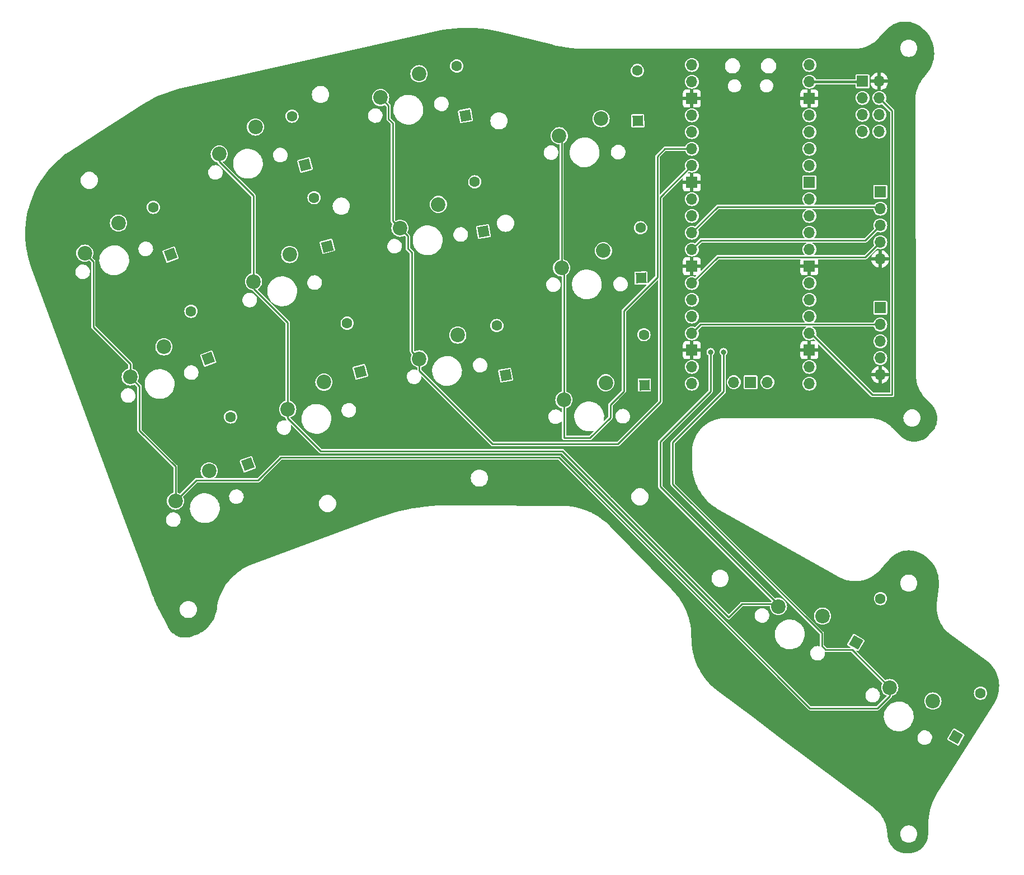
<source format=gbr>
G04 %TF.GenerationSoftware,KiCad,Pcbnew,7.0.2@% jlc*
G04 %TF.CreationDate,2023-06-04T21:47:56+09:00@% jlc*
G04 %TF.ProjectId,architeuthis_dux,61726368-6974-4657-9574-6869735f6475,v1.0.0@% jlc*
G04 %TF.SameCoordinates,Original@% jlc*
G04 %TF.FileFunction,Copper,L2,Bot@% jlc*
G04 %TF.FilePolarity,Positive@% jlc*
%FSLAX46Y46*%
G04 Gerber Fmt 4.6, Leading zero omitted, Abs format (unit mm)*
G04 Created by KiCad (PCBNEW 7.0.2) date 2023-06-04 21:47:56*
%MOMM*%
%LPD*%
G01*
G04 APERTURE LIST*
G04 Aperture macros list*
%AMHorizOval*
0 Thick line with rounded ends*
0 $1 width*
0 $2 $3 position (X,Y) of the first rounded end (center of the circle)*
0 $4 $5 position (X,Y) of the second rounded end (center of the circle)*
0 Add line between two ends*
20,1,$1,$2,$3,$4,$5,0*
0 Add two circle primitives to create the rounded ends*
1,1,$1,$2,$3*
1,1,$1,$4,$5*%
%AMRotRect*
0 Rectangle, with rotation*
0 The origin of the aperture is its center*
0 $1 length*
0 $2 width*
0 $3 Rotation angle, in degrees counterclockwise*
0 Add horizontal line*
21,1,$1,$2,0,0,$3*%
G04 Aperture macros list end*
G04 %TA.AperFunction,ComponentPad@% jlc*
%ADD10C,2.200000*%
G04 %TD@% jlc*
G04 %TA.AperFunction,ComponentPad@% jlc*
%ADD11R,1.700000X1.700000*%
G04 %TD@% jlc*
G04 %TA.AperFunction,ComponentPad@% jlc*
%ADD12O,1.700000X1.700000*%
G04 %TD@% jlc*
G04 %TA.AperFunction,ComponentPad@% jlc*
%ADD13RotRect,1.600000X1.600000X100.000000*%
G04 %TD@% jlc*
G04 %TA.AperFunction,ComponentPad@% jlc*
%ADD14HorizOval,1.600000X0.000000X0.000000X0.000000X0.000000X0*%
G04 %TD@% jlc*
G04 %TA.AperFunction,ComponentPad@% jlc*
%ADD15RotRect,1.600000X1.600000X90.450000*%
G04 %TD@% jlc*
G04 %TA.AperFunction,ComponentPad@% jlc*
%ADD16HorizOval,1.600000X0.000000X0.000000X0.000000X0.000000X0*%
G04 %TD@% jlc*
G04 %TA.AperFunction,ComponentPad@% jlc*
%ADD17RotRect,1.600000X1.600000X110.000000*%
G04 %TD@% jlc*
G04 %TA.AperFunction,ComponentPad@% jlc*
%ADD18HorizOval,1.600000X0.000000X0.000000X0.000000X0.000000X0*%
G04 %TD@% jlc*
G04 %TA.AperFunction,ComponentPad@% jlc*
%ADD19RotRect,1.600000X1.600000X105.000000*%
G04 %TD@% jlc*
G04 %TA.AperFunction,ComponentPad@% jlc*
%ADD20HorizOval,1.600000X0.000000X0.000000X0.000000X0.000000X0*%
G04 %TD@% jlc*
G04 %TA.AperFunction,ComponentPad@% jlc*
%ADD21RotRect,1.600000X1.600000X60.750000*%
G04 %TD@% jlc*
G04 %TA.AperFunction,ComponentPad@% jlc*
%ADD22HorizOval,1.600000X0.000000X0.000000X0.000000X0.000000X0*%
G04 %TD@% jlc*
G04 %TA.AperFunction,ViaPad@% jlc*
%ADD23C,0.800000*%
G04 %TD@% jlc*
G04 %TA.AperFunction,Conductor@% jlc*
%ADD24C,0.250000*%
G04 %TD@% jlc*
G04 %TA.AperFunction,Conductor@% jlc*
%ADD25C,0.400000*%
G04 %TD@% jlc*
G04 APERTURE END LIST*
D10*
G04 %TO.P,SW01,1,1@% jlc*
G04 %TO.N,Net-(D1-K)@% jlc*
X138430000Y-65477630D03*
G04 %TO.P,SW01,2,2@% jlc*
G04 %TO.N,COL2@% jlc*
X133331683Y-70036277D03*
G04 %TD@% jlc*
G04 %TO.P,SW3,1,1@% jlc*
G04 %TO.N,Net-(D3-K)@% jlc*
X183903077Y-42867366D03*
G04 %TO.P,SW3,2,2@% jlc*
G04 %TO.N,COL1@% jlc*
X178090614Y-46471444D03*
G04 %TD@% jlc*
G04 %TO.P,SW14,1,1@% jlc*
G04 %TO.N,Net-(D14-K)@% jlc*
X261660033Y-137855389D03*
G04 %TO.P,SW14,2,2@% jlc*
G04 %TO.N,COL2@% jlc*
X255131999Y-135816058D03*
G04 %TD@% jlc*
G04 %TO.P,SW13,1,1@% jlc*
G04 %TO.N,Net-(D13-K)@% jlc*
X244958594Y-125000000D03*
G04 %TO.P,SW13,2,2@% jlc*
G04 %TO.N,COL3@% jlc*
X238280225Y-123525727D03*
G04 %TD@% jlc*
G04 %TO.P,SW10,1,1@% jlc*
G04 %TO.N,Net-(D10-K)@% jlc*
X169511724Y-89567722D03*
G04 %TO.P,SW10,2,2@% jlc*
G04 %TO.N,COL3@% jlc*
X164035495Y-93664675D03*
G04 %TD@% jlc*
D11*
G04 %TO.P,J2,1,5V@% jlc*
G04 %TO.N,+5V@% jlc*
X253700000Y-60760000D03*
D12*
G04 %TO.P,J2,2,KEY@% jlc*
G04 %TO.N,Net-(J2-KEY)@% jlc*
X253700000Y-63300000D03*
G04 %TO.P,J2,3,S2@% jlc*
G04 %TO.N,Net-(J2-S2)@% jlc*
X253700000Y-65840000D03*
G04 %TO.P,J2,4,S1@% jlc*
G04 %TO.N,Net-(J2-S1)@% jlc*
X253700000Y-68380000D03*
G04 %TO.P,J2,5,GND@% jlc*
G04 %TO.N,GND@% jlc*
X253700000Y-70920000D03*
G04 %TD@% jlc*
D10*
G04 %TO.P,SW5,1,1@% jlc*
G04 %TO.N,Net-(D5-K)@% jlc*
X145307590Y-84217999D03*
G04 %TO.P,SW5,2,2@% jlc*
G04 %TO.N,COL2@% jlc*
X140209273Y-88776646D03*
G04 %TD@% jlc*
G04 %TO.P,SW12,1,1@% jlc*
G04 %TO.N,Net-(D12-K)@% jlc*
X212154017Y-89667212D03*
G04 %TO.P,SW12,2,2@% jlc*
G04 %TO.N,COL0@% jlc*
X205824162Y-92257006D03*
G04 %TD@% jlc*
G04 %TO.P,SW9,1,1@% jlc*
G04 %TO.N,Net-(D9-K)@% jlc*
X152147993Y-103011851D03*
G04 %TO.P,SW9,2,2@% jlc*
G04 %TO.N,COL2@% jlc*
X147049676Y-107570498D03*
G04 %TD@% jlc*
D12*
G04 %TO.P,U1,1,GPIO0@% jlc*
G04 %TO.N,ROW0@% jlc*
X225183000Y-41544000D03*
G04 %TO.P,U1,2,GPIO1@% jlc*
G04 %TO.N,ROW1@% jlc*
X225183000Y-44084000D03*
D11*
G04 %TO.P,U1,3,GND@% jlc*
G04 %TO.N,GND@% jlc*
X225183000Y-46624000D03*
D12*
G04 %TO.P,U1,4,GPIO2@% jlc*
G04 %TO.N,ROW2@% jlc*
X225183000Y-49164000D03*
G04 %TO.P,U1,5,GPIO3@% jlc*
G04 %TO.N,ROW3@% jlc*
X225183000Y-51704000D03*
G04 %TO.P,U1,6,GPIO4@% jlc*
G04 %TO.N,COL0@% jlc*
X225183000Y-54244000D03*
G04 %TO.P,U1,7,GPIO5@% jlc*
G04 %TO.N,COL1@% jlc*
X225183000Y-56784000D03*
D11*
G04 %TO.P,U1,8,GND@% jlc*
G04 %TO.N,GND@% jlc*
X225183000Y-59324000D03*
D12*
G04 %TO.P,U1,9,GPIO6@% jlc*
G04 %TO.N,COL2@% jlc*
X225183000Y-61864000D03*
G04 %TO.P,U1,10,GPIO7@% jlc*
G04 %TO.N,COL3@% jlc*
X225183000Y-64404000D03*
G04 %TO.P,U1,11,GPIO8@% jlc*
G04 %TO.N,Net-(J2-KEY)@% jlc*
X225183000Y-66944000D03*
G04 %TO.P,U1,12,GPIO9@% jlc*
G04 %TO.N,Net-(J2-S2)@% jlc*
X225183000Y-69484000D03*
D11*
G04 %TO.P,U1,13,GND@% jlc*
G04 %TO.N,GND@% jlc*
X225183000Y-72024000D03*
D12*
G04 %TO.P,U1,14,GPIO10@% jlc*
G04 %TO.N,Net-(J2-S1)@% jlc*
X225183000Y-74564000D03*
G04 %TO.P,U1,15,GPIO11@% jlc*
G04 %TO.N,unconnected-(U1-GPIO11-Pad15)@% jlc*
X225183000Y-77104000D03*
G04 %TO.P,U1,16,GPIO12@% jlc*
G04 %TO.N,unconnected-(U1-GPIO12-Pad16)@% jlc*
X225183000Y-79644000D03*
G04 %TO.P,U1,17,GPIO13@% jlc*
G04 %TO.N,Net-(J3-Pin_2)@% jlc*
X225183000Y-82184000D03*
D11*
G04 %TO.P,U1,18,GND@% jlc*
G04 %TO.N,GND@% jlc*
X225183000Y-84724000D03*
D12*
G04 %TO.P,U1,19,GPIO14@% jlc*
G04 %TO.N,Net-(J3-Pin_3)@% jlc*
X225183000Y-87264000D03*
G04 %TO.P,U1,20,GPIO15@% jlc*
G04 %TO.N,Net-(J3-Pin_4)@% jlc*
X225183000Y-89804000D03*
G04 %TO.P,U1,21,GPIO16@% jlc*
G04 %TO.N,Net-(J1-SDA)@% jlc*
X242963000Y-89804000D03*
G04 %TO.P,U1,22,GPIO17@% jlc*
G04 %TO.N,Net-(J1-GND)@% jlc*
X242963000Y-87264000D03*
D11*
G04 %TO.P,U1,23,GND@% jlc*
G04 %TO.N,GND@% jlc*
X242963000Y-84724000D03*
D12*
G04 %TO.P,U1,24,GPIO18@% jlc*
G04 %TO.N,Net-(J1-CS)@% jlc*
X242963000Y-82184000D03*
G04 %TO.P,U1,25,GPIO19@% jlc*
G04 %TO.N,Net-(J1-D{slash}C)@% jlc*
X242963000Y-79644000D03*
G04 %TO.P,U1,26,GPIO20@% jlc*
G04 %TO.N,Net-(J1-SCL)@% jlc*
X242963000Y-77104000D03*
G04 %TO.P,U1,27,GPIO21@% jlc*
G04 %TO.N,Net-(J1-VCC)@% jlc*
X242963000Y-74564000D03*
D11*
G04 %TO.P,U1,28,GND@% jlc*
G04 %TO.N,GND@% jlc*
X242963000Y-72024000D03*
D12*
G04 %TO.P,U1,29,GPIO22@% jlc*
G04 %TO.N,unconnected-(U1-GPIO22-Pad29)@% jlc*
X242963000Y-69484000D03*
G04 %TO.P,U1,30,RUN@% jlc*
G04 %TO.N,unconnected-(U1-RUN-Pad30)@% jlc*
X242963000Y-66944000D03*
G04 %TO.P,U1,31,GPIO26_ADC0@% jlc*
G04 %TO.N,unconnected-(U1-GPIO26_ADC0-Pad31)@% jlc*
X242963000Y-64404000D03*
G04 %TO.P,U1,32,GPIO27_ADC1@% jlc*
G04 %TO.N,unconnected-(U1-GPIO27_ADC1-Pad32)@% jlc*
X242963000Y-61864000D03*
D11*
G04 %TO.P,U1,33,AGND@% jlc*
G04 %TO.N,unconnected-(U1-AGND-Pad33)@% jlc*
X242963000Y-59324000D03*
D12*
G04 %TO.P,U1,34,GPIO28_ADC2@% jlc*
G04 %TO.N,unconnected-(U1-GPIO28_ADC2-Pad34)@% jlc*
X242963000Y-56784000D03*
G04 %TO.P,U1,35,ADC_VREF@% jlc*
G04 %TO.N,unconnected-(U1-ADC_VREF-Pad35)@% jlc*
X242963000Y-54244000D03*
G04 %TO.P,U1,36,3V3@% jlc*
G04 %TO.N,+5V@% jlc*
X242963000Y-51704000D03*
G04 %TO.P,U1,37,3V3_EN@% jlc*
G04 %TO.N,unconnected-(U1-3V3_EN-Pad37)@% jlc*
X242963000Y-49164000D03*
D11*
G04 %TO.P,U1,38,GND@% jlc*
G04 %TO.N,GND@% jlc*
X242963000Y-46624000D03*
D12*
G04 %TO.P,U1,39,VSYS@% jlc*
G04 %TO.N,VSYS@% jlc*
X242963000Y-44084000D03*
G04 %TO.P,U1,40,VBUS@% jlc*
G04 %TO.N,unconnected-(U1-VBUS-Pad40)@% jlc*
X242963000Y-41544000D03*
G04 %TO.P,U1,41,SWCLK@% jlc*
G04 %TO.N,unconnected-(U1-SWCLK-Pad41)@% jlc*
X231533000Y-89574000D03*
D11*
G04 %TO.P,U1,42,GND@% jlc*
G04 %TO.N,unconnected-(U1-GND-Pad42)@% jlc*
X234073000Y-89574000D03*
D12*
G04 %TO.P,U1,43,SWDIO@% jlc*
G04 %TO.N,unconnected-(U1-SWDIO-Pad43)@% jlc*
X236613000Y-89574000D03*
G04 %TD@% jlc*
D11*
G04 %TO.P,J1,1,BUSY@% jlc*
G04 %TO.N,VSYS@% jlc*
X251000000Y-44000000D03*
D12*
G04 %TO.P,J1,2,RES@% jlc*
G04 %TO.N,GND@% jlc*
X253540000Y-44000000D03*
G04 %TO.P,J1,3,D/C@% jlc*
G04 %TO.N,Net-(J1-D{slash}C)@% jlc*
X251000000Y-46540000D03*
G04 %TO.P,J1,4,CS@% jlc*
G04 %TO.N,Net-(J1-CS)@% jlc*
X253540000Y-46540000D03*
G04 %TO.P,J1,5,SCL@% jlc*
G04 %TO.N,Net-(J1-SCL)@% jlc*
X251000000Y-49080000D03*
G04 %TO.P,J1,6,SDA@% jlc*
G04 %TO.N,Net-(J1-SDA)@% jlc*
X253540000Y-49080000D03*
G04 %TO.P,J1,7,GND@% jlc*
G04 %TO.N,Net-(J1-GND)@% jlc*
X251000000Y-51620000D03*
G04 %TO.P,J1,8,VCC@% jlc*
G04 %TO.N,Net-(J1-VCC)@% jlc*
X253540000Y-51620000D03*
G04 %TD@% jlc*
D10*
G04 %TO.P,SW2,1,1@% jlc*
G04 %TO.N,Net-(D2-K)@% jlc*
X159158962Y-50930690D03*
G04 %TO.P,SW2,2,2@% jlc*
G04 %TO.N,COL3@% jlc*
X153682733Y-55027643D03*
G04 %TD@% jlc*
G04 %TO.P,SW4,1,1@% jlc*
G04 %TO.N,Net-(D4-K)@% jlc*
X211455921Y-49673304D03*
G04 %TO.P,SW4,2,2@% jlc*
G04 %TO.N,COL0@% jlc*
X205126066Y-52263098D03*
G04 %TD@% jlc*
G04 %TO.P,SW6,1,1@% jlc*
G04 %TO.N,Net-(D6-K)@% jlc*
X164335343Y-70249205D03*
G04 %TO.P,SW6,2,2@% jlc*
G04 %TO.N,COL3@% jlc*
X158859114Y-74346158D03*
G04 %TD@% jlc*
G04 %TO.P,SW8,1,1@% jlc*
G04 %TO.N,Net-(D8-K)@% jlc*
X211804969Y-69670258D03*
G04 %TO.P,SW8,2,2@% jlc*
G04 %TO.N,COL0@% jlc*
X205475114Y-72260052D03*
G04 %TD@% jlc*
G04 %TO.P,SW7,1,1@% jlc*
G04 %TO.N,Net-(D7-K)@% jlc*
X186834229Y-62652420D03*
G04 %TO.P,SW7,2,2@% jlc*
G04 %TO.N,COL1@% jlc*
X181021766Y-66256498D03*
G04 %TD@% jlc*
D11*
G04 %TO.P,J3,1,Pin_1@% jlc*
G04 %TO.N,+5V@% jlc*
X253700000Y-78300000D03*
D12*
G04 %TO.P,J3,2,Pin_2@% jlc*
G04 %TO.N,Net-(J3-Pin_2)@% jlc*
X253700000Y-80840000D03*
G04 %TO.P,J3,3,Pin_3@% jlc*
G04 %TO.N,Net-(J3-Pin_3)@% jlc*
X253700000Y-83380000D03*
G04 %TO.P,J3,4,Pin_4@% jlc*
G04 %TO.N,Net-(J3-Pin_4)@% jlc*
X253700000Y-85920000D03*
G04 %TO.P,J3,5,Pin_5@% jlc*
G04 %TO.N,GND@% jlc*
X253700000Y-88460000D03*
G04 %TD@% jlc*
D10*
G04 %TO.P,SW11,2,2@% jlc*
G04 %TO.N,COL1@% jlc*
X183952917Y-86041551D03*
G04 %TO.P,SW11,1,1@% jlc*
G04 %TO.N,Net-(D11-K)@% jlc*
X189765380Y-82437473D03*
G04 %TD@% jlc*
D13*
G04 %TO.P,D3,1,K@% jlc*
G04 %TO.N,Net-(D3-K)@% jlc*
X190923199Y-49204235D03*
D14*
G04 %TO.P,D3,2,A@% jlc*
G04 %TO.N,ROW0@% jlc*
X189600000Y-41700000D03*
G04 %TD@% jlc*
D13*
G04 %TO.P,D7,1,K@% jlc*
G04 %TO.N,Net-(D7-K)@% jlc*
X193661600Y-66752118D03*
D14*
G04 %TO.P,D7,2,A@% jlc*
G04 %TO.N,ROW1@% jlc*
X192338401Y-59247883D03*
G04 %TD@% jlc*
D15*
G04 %TO.P,D8,1,K@% jlc*
G04 %TO.N,Net-(D8-K)@% jlc*
X217493633Y-73809883D03*
D16*
G04 %TO.P,D8,2,A@% jlc*
G04 %TO.N,ROW1@% jlc*
X217433786Y-66190118D03*
G04 %TD@% jlc*
D17*
G04 %TO.P,D9,1,K@% jlc*
G04 %TO.N,Net-(D9-K)@% jlc*
X158000000Y-102000000D03*
D18*
G04 %TO.P,D9,2,A@% jlc*
G04 %TO.N,ROW2@% jlc*
X155393807Y-94839542D03*
G04 %TD@% jlc*
D15*
G04 %TO.P,D12,1,K@% jlc*
G04 %TO.N,Net-(D12-K)@% jlc*
X218000000Y-90000000D03*
D16*
G04 %TO.P,D12,2,A@% jlc*
G04 %TO.N,ROW2@% jlc*
X217940153Y-82380235D03*
G04 %TD@% jlc*
D15*
G04 %TO.P,D4,1,K@% jlc*
G04 %TO.N,Net-(D4-K)@% jlc*
X217000000Y-50000000D03*
D16*
G04 %TO.P,D4,2,A@% jlc*
G04 %TO.N,ROW0@% jlc*
X216940153Y-42380235D03*
G04 %TD@% jlc*
D17*
G04 %TO.P,D5,1,K@% jlc*
G04 %TO.N,Net-(D5-K)@% jlc*
X152000000Y-86000000D03*
D18*
G04 %TO.P,D5,2,A@% jlc*
G04 %TO.N,ROW1@% jlc*
X149393807Y-78839542D03*
G04 %TD@% jlc*
D19*
G04 %TO.P,D6,1,K@% jlc*
G04 %TO.N,Net-(D6-K)@% jlc*
X170000000Y-69000000D03*
D20*
G04 %TO.P,D6,2,A@% jlc*
G04 %TO.N,ROW1@% jlc*
X168027799Y-61639645D03*
G04 %TD@% jlc*
D19*
G04 %TO.P,D2,1,K@% jlc*
G04 %TO.N,Net-(D2-K)@% jlc*
X166672201Y-56660355D03*
D20*
G04 %TO.P,D2,2,A@% jlc*
G04 %TO.N,ROW0@% jlc*
X164700000Y-49300000D03*
G04 %TD@% jlc*
D21*
G04 %TO.P,D14,1,K@% jlc*
G04 %TO.N,Net-(D14-K)@% jlc*
X265138353Y-143324210D03*
D22*
G04 %TO.P,D14,2,A@% jlc*
G04 %TO.N,ROW3@% jlc*
X268861647Y-136675790D03*
G04 %TD@% jlc*
D17*
G04 %TO.P,D1,1,K@% jlc*
G04 %TO.N,Net-(D1-K)@% jlc*
X146306193Y-70260458D03*
D18*
G04 %TO.P,D1,2,A@% jlc*
G04 %TO.N,ROW0@% jlc*
X143700000Y-63100000D03*
G04 %TD@% jlc*
D19*
G04 %TO.P,D10,1,K@% jlc*
G04 %TO.N,Net-(D10-K)@% jlc*
X175000000Y-88000000D03*
D20*
G04 %TO.P,D10,2,A@% jlc*
G04 %TO.N,ROW2@% jlc*
X173027799Y-80639645D03*
G04 %TD@% jlc*
D13*
G04 %TO.P,D11,1,K@% jlc*
G04 %TO.N,Net-(D11-K)@% jlc*
X197000000Y-88504235D03*
D14*
G04 %TO.P,D11,2,A@% jlc*
G04 %TO.N,ROW2@% jlc*
X195676801Y-81000000D03*
G04 %TD@% jlc*
D21*
G04 %TO.P,D13,1,K@% jlc*
G04 %TO.N,Net-(D13-K)@% jlc*
X250000000Y-129000000D03*
D22*
G04 %TO.P,D13,2,A@% jlc*
G04 %TO.N,ROW3@% jlc*
X253723294Y-122351580D03*
G04 %TD@% jlc*
D23*
G04 %TO.N,COL2@% jlc*
X230000000Y-85000000D03*
G04 %TO.N,COL3@% jlc*
X228000000Y-85000000D03*
G04 %TD@% jlc*
D24*
G04 %TO.N,Net-(J1-CS)@% jlc*
X252500000Y-91500000D02*
X255500000Y-91500000D01*
X255500000Y-91500000D02*
X255500000Y-48500000D01*
X243184000Y-82184000D02*
X252500000Y-91500000D01*
X255500000Y-48500000D02*
X253540000Y-46540000D01*
X242963000Y-82184000D02*
X243184000Y-82184000D01*
G04 %TO.N,Net-(J3-Pin_2)@% jlc*
X226527000Y-80840000D02*
X225183000Y-82184000D01*
X253700000Y-80840000D02*
X226527000Y-80840000D01*
G04 %TO.N,Net-(J2-S1)@% jlc*
X229088000Y-70659000D02*
X225183000Y-74564000D01*
X253700000Y-68380000D02*
X251421000Y-70659000D01*
X251421000Y-70659000D02*
X229088000Y-70659000D01*
G04 %TO.N,Net-(J2-S2)@% jlc*
X251421000Y-68119000D02*
X226548000Y-68119000D01*
X253700000Y-65840000D02*
X251421000Y-68119000D01*
X226548000Y-68119000D02*
X225183000Y-69484000D01*
G04 %TO.N,Net-(J2-KEY)@% jlc*
X253439000Y-63039000D02*
X229088000Y-63039000D01*
X229088000Y-63039000D02*
X225183000Y-66944000D01*
X253700000Y-63300000D02*
X253439000Y-63039000D01*
D25*
G04 %TO.N,VSYS@% jlc*
X242963000Y-44084000D02*
X250916000Y-44084000D01*
D24*
X250916000Y-44084000D02*
X251000000Y-44000000D01*
G04 %TO.N,COL0@% jlc*
X221092000Y-54244000D02*
X225183000Y-54244000D01*
X212852000Y-94927754D02*
X212852000Y-92964000D01*
X205824162Y-72609100D02*
X205475114Y-72260052D01*
X212852000Y-92964000D02*
X214884000Y-90932000D01*
X205824162Y-92257006D02*
X205824162Y-72609100D01*
X205824162Y-98000000D02*
X209779754Y-98000000D01*
X209779754Y-98000000D02*
X212852000Y-94927754D01*
X214884000Y-78740000D02*
X219964000Y-73660000D01*
X205475114Y-72260052D02*
X205475114Y-52612146D01*
X219964000Y-55372000D02*
X221092000Y-54244000D01*
X219964000Y-73660000D02*
X219964000Y-55372000D01*
X205824162Y-92257006D02*
X205824162Y-98000000D01*
X205475114Y-52612146D02*
X205126066Y-52263098D01*
X214884000Y-90932000D02*
X214884000Y-78740000D01*
G04 %TO.N,COL1@% jlc*
X179908798Y-65143530D02*
X179908798Y-50308798D01*
X213993500Y-98934500D02*
X220414000Y-92514000D01*
X182200000Y-69300000D02*
X182200000Y-67434732D01*
X195046695Y-98934500D02*
X213993500Y-98934500D01*
X179300000Y-47680830D02*
X178090614Y-46471444D01*
X182839950Y-84928584D02*
X182839950Y-69939950D01*
X179300000Y-49700000D02*
X179300000Y-47680830D01*
X183952917Y-86041551D02*
X183952917Y-87840722D01*
X179908798Y-50308798D02*
X179300000Y-49700000D01*
X181021766Y-66256498D02*
X179908798Y-65143530D01*
X182200000Y-67434732D02*
X181021766Y-66256498D01*
X183952917Y-87840722D02*
X195046695Y-98934500D01*
X182839950Y-69939950D02*
X182200000Y-69300000D01*
X183952917Y-86041551D02*
X182839950Y-84928584D01*
X220414000Y-61553000D02*
X225183000Y-56784000D01*
X220414000Y-92514000D02*
X220414000Y-61553000D01*
G04 %TO.N,COL2@% jlc*
X253258999Y-138950000D02*
X243050000Y-138950000D01*
X244836106Y-127586106D02*
X244836106Y-129533211D01*
X222300000Y-105050000D02*
X244836106Y-127586106D01*
X159563149Y-104436851D02*
X150183323Y-104436851D01*
X133331683Y-70036277D02*
X134600000Y-71304594D01*
X163000000Y-101000000D02*
X159563149Y-104436851D01*
X244836106Y-129533211D02*
X245424083Y-130121188D01*
X222300000Y-98700000D02*
X222300000Y-105050000D01*
X141600000Y-90167373D02*
X141600000Y-96900000D01*
X230000000Y-85000000D02*
X230000000Y-91000000D01*
X249437129Y-130121188D02*
X255131999Y-135816058D01*
X147049676Y-102349676D02*
X147049676Y-107570498D01*
X134600000Y-81200000D02*
X140209273Y-86809273D01*
X140209273Y-86809273D02*
X140209273Y-88776646D01*
X243050000Y-138950000D02*
X205100000Y-101000000D01*
X230000000Y-91000000D02*
X222300000Y-98700000D01*
X150183323Y-104436851D02*
X147049676Y-107570498D01*
X141600000Y-96900000D02*
X147049676Y-102349676D01*
X134600000Y-71304594D02*
X134600000Y-81200000D01*
X255131999Y-135816058D02*
X255131999Y-137077000D01*
X245424083Y-130121188D02*
X249437129Y-130121188D01*
X205100000Y-101000000D02*
X163000000Y-101000000D01*
X255131999Y-137077000D02*
X253258999Y-138950000D01*
X140209273Y-88776646D02*
X141600000Y-90167373D01*
G04 %TO.N,COL3@% jlc*
X220400000Y-98600000D02*
X228000000Y-91000000D01*
X230760314Y-125160314D02*
X232743482Y-123177146D01*
X169000000Y-100000000D02*
X205600000Y-100000000D01*
X205600000Y-100000000D02*
X230760314Y-125160314D01*
X164035495Y-93664675D02*
X164035495Y-95035495D01*
X220400000Y-105400000D02*
X220400000Y-98600000D01*
X228000000Y-91000000D02*
X228000000Y-85000000D01*
X153682733Y-56182733D02*
X153682733Y-55027643D01*
X158859114Y-61359114D02*
X153682733Y-56182733D01*
X158859114Y-75359114D02*
X158859114Y-74346158D01*
X238177146Y-123177146D02*
X220400000Y-105400000D01*
X232743482Y-123177146D02*
X238177146Y-123177146D01*
X164035495Y-80535495D02*
X158859114Y-75359114D01*
X164035495Y-95035495D02*
X169000000Y-100000000D01*
X164035495Y-93664675D02*
X164035495Y-80535495D01*
X158859114Y-74346158D02*
X158859114Y-61359114D01*
G04 %TD@% jlc*
G04 %TA.AperFunction,Conductor@% jlc*
G04 %TO.N,GND@% jlc*
G36*
X257506331Y-34966450D02*
G01*
X257872943Y-34987953D01*
X257877527Y-34988441D01*
X258240480Y-35044550D01*
X258244994Y-35045469D01*
X258600991Y-35135676D01*
X258605433Y-35137029D01*
X258951265Y-35260516D01*
X258955558Y-35262282D01*
X259288165Y-35417955D01*
X259292273Y-35420121D01*
X259450456Y-35513344D01*
X259608644Y-35606571D01*
X259612517Y-35609108D01*
X259839175Y-35773445D01*
X259910511Y-35825167D01*
X259912358Y-35826574D01*
X260008121Y-35903184D01*
X260009686Y-35904491D01*
X260316333Y-36171466D01*
X260319293Y-36174268D01*
X260601963Y-36465055D01*
X260604678Y-36468091D01*
X260605573Y-36469180D01*
X260862206Y-36781368D01*
X260864661Y-36784621D01*
X261095266Y-37118223D01*
X261097441Y-37121668D01*
X261299521Y-37473276D01*
X261301393Y-37476871D01*
X261405776Y-37699500D01*
X261473559Y-37844070D01*
X261475134Y-37847829D01*
X261616182Y-38228052D01*
X261617439Y-38231929D01*
X261726396Y-38622549D01*
X261727327Y-38626517D01*
X261803446Y-39024849D01*
X261804044Y-39028881D01*
X261846794Y-39432158D01*
X261847055Y-39436225D01*
X261856143Y-39841675D01*
X261856064Y-39845750D01*
X261831426Y-40250524D01*
X261831010Y-40254579D01*
X261772814Y-40655926D01*
X261772062Y-40659931D01*
X261680713Y-41055053D01*
X261679630Y-41058983D01*
X261555763Y-41445133D01*
X261554358Y-41448959D01*
X261398822Y-41823491D01*
X261397104Y-41827186D01*
X261210983Y-42187492D01*
X261208963Y-42191033D01*
X260993539Y-42534626D01*
X260991232Y-42537986D01*
X260746851Y-42864019D01*
X260745595Y-42865624D01*
X260187621Y-43548857D01*
X260172104Y-43567858D01*
X260158475Y-43584546D01*
X260158438Y-43584611D01*
X260050165Y-43717144D01*
X260050139Y-43717177D01*
X260049565Y-43717881D01*
X260049046Y-43718624D01*
X260049030Y-43718647D01*
X259845242Y-44011136D01*
X259828092Y-44035751D01*
X259827629Y-44036536D01*
X259827622Y-44036548D01*
X259631971Y-44368762D01*
X259631960Y-44368781D01*
X259631492Y-44369577D01*
X259631074Y-44370428D01*
X259631072Y-44370433D01*
X259461323Y-44716566D01*
X259461310Y-44716594D01*
X259460907Y-44717417D01*
X259460564Y-44718275D01*
X259460558Y-44718290D01*
X259317676Y-45076381D01*
X259317671Y-45076393D01*
X259317331Y-45077247D01*
X259317061Y-45078107D01*
X259317054Y-45078129D01*
X259201874Y-45446092D01*
X259201868Y-45446110D01*
X259201599Y-45446973D01*
X259201391Y-45447869D01*
X259201389Y-45447880D01*
X259114595Y-45823530D01*
X259114384Y-45824445D01*
X259114244Y-45825362D01*
X259114243Y-45825371D01*
X259058764Y-46190549D01*
X259056194Y-46207466D01*
X259056124Y-46208395D01*
X259056123Y-46208410D01*
X259027437Y-46592863D01*
X259027436Y-46592876D01*
X259027367Y-46593808D01*
X259027368Y-46594729D01*
X259027368Y-46594752D01*
X259027683Y-46754319D01*
X259027681Y-46754343D01*
X259027743Y-46784428D01*
X259027750Y-46787516D01*
X259027807Y-46819239D01*
X259027816Y-46819293D01*
X259114814Y-88479212D01*
X259114785Y-88479283D01*
X259115276Y-88691904D01*
X259115276Y-88691926D01*
X259115279Y-88692830D01*
X259115350Y-88693740D01*
X259115351Y-88693756D01*
X259143333Y-89050761D01*
X259145483Y-89078190D01*
X259145622Y-89079088D01*
X259145624Y-89079099D01*
X259203406Y-89450492D01*
X259204907Y-89460137D01*
X259205114Y-89461022D01*
X259205118Y-89461039D01*
X259292987Y-89835537D01*
X259292991Y-89835553D01*
X259293204Y-89836459D01*
X259293484Y-89837343D01*
X259293488Y-89837358D01*
X259374006Y-90091703D01*
X259409864Y-90204976D01*
X259410210Y-90205835D01*
X259410217Y-90205855D01*
X259539508Y-90527031D01*
X259554210Y-90563554D01*
X259554622Y-90564388D01*
X259724995Y-90909282D01*
X259725000Y-90909292D01*
X259725408Y-90910117D01*
X259922465Y-91242657D01*
X259922994Y-91243412D01*
X259923001Y-91243423D01*
X260143707Y-91558487D01*
X260144241Y-91559249D01*
X260188387Y-91613045D01*
X260343264Y-91801777D01*
X260389450Y-91858058D01*
X260415162Y-91884943D01*
X260498279Y-91971851D01*
X260498310Y-91971897D01*
X261503854Y-93022874D01*
X261503900Y-93022921D01*
X261519933Y-93039679D01*
X261521690Y-93041617D01*
X261655968Y-93197874D01*
X261722744Y-93275581D01*
X261725934Y-93279721D01*
X261900128Y-93532697D01*
X261902860Y-93537157D01*
X261918064Y-93565244D01*
X262049073Y-93807264D01*
X262051315Y-93811993D01*
X262167883Y-94096154D01*
X262169608Y-94101096D01*
X262255200Y-94396067D01*
X262256388Y-94401164D01*
X262310031Y-94703590D01*
X262310668Y-94708785D01*
X262331746Y-95015194D01*
X262331826Y-95020428D01*
X262320100Y-95327348D01*
X262319621Y-95332560D01*
X262275225Y-95636473D01*
X262274193Y-95641604D01*
X262197635Y-95939045D01*
X262196062Y-95944037D01*
X262088211Y-96231623D01*
X262086114Y-96236419D01*
X261948201Y-96510863D01*
X261945604Y-96515407D01*
X261779216Y-96773560D01*
X261776150Y-96777802D01*
X261582350Y-97017755D01*
X261580651Y-97019746D01*
X261054326Y-97604552D01*
X261053943Y-97604974D01*
X261038791Y-97621815D01*
X261036976Y-97623726D01*
X260817191Y-97842997D01*
X260813267Y-97846511D01*
X260572271Y-98040075D01*
X260567993Y-98043148D01*
X260307600Y-98209729D01*
X260303016Y-98212325D01*
X260026255Y-98349987D01*
X260021420Y-98352076D01*
X259731474Y-98459235D01*
X259726442Y-98460793D01*
X259426670Y-98536208D01*
X259421499Y-98537217D01*
X259115364Y-98580015D01*
X259110116Y-98580463D01*
X258801155Y-98590153D01*
X258795888Y-98590035D01*
X258487670Y-98566501D01*
X258482447Y-98565818D01*
X258178534Y-98509334D01*
X258173415Y-98508094D01*
X257877338Y-98419317D01*
X257872381Y-98417536D01*
X257587528Y-98297483D01*
X257582790Y-98295179D01*
X257548234Y-98276012D01*
X257312471Y-98145240D01*
X257308010Y-98142442D01*
X257296562Y-98134373D01*
X257055345Y-97964350D01*
X257051221Y-97961098D01*
X256818842Y-97756655D01*
X256816911Y-97754862D01*
X256794175Y-97732580D01*
X256794172Y-97732578D01*
X255495443Y-96459822D01*
X255495325Y-96459741D01*
X255380298Y-96347007D01*
X255370339Y-96337246D01*
X255068660Y-96084284D01*
X255064706Y-96081460D01*
X254749061Y-95855998D01*
X254748294Y-95855450D01*
X254411166Y-95652117D01*
X254213583Y-95552944D01*
X254060158Y-95475935D01*
X254060144Y-95475928D01*
X254059302Y-95475506D01*
X253890547Y-95406601D01*
X253695691Y-95327038D01*
X253695684Y-95327035D01*
X253694816Y-95326681D01*
X253398340Y-95231671D01*
X253320812Y-95206826D01*
X253320806Y-95206824D01*
X253319897Y-95206533D01*
X253318973Y-95206314D01*
X253318969Y-95206313D01*
X252937720Y-95116004D01*
X252937710Y-95116002D01*
X252936798Y-95115786D01*
X252935860Y-95115639D01*
X252935853Y-95115638D01*
X252548775Y-95055133D01*
X252548750Y-95055130D01*
X252547822Y-95054985D01*
X252546878Y-95054911D01*
X252546864Y-95054910D01*
X252156239Y-95024566D01*
X252156222Y-95024565D01*
X252155304Y-95024494D01*
X252154363Y-95024494D01*
X251958454Y-95024500D01*
X230324531Y-95024500D01*
X230300000Y-95024500D01*
X230090076Y-95024500D01*
X230089092Y-95024581D01*
X230089080Y-95024582D01*
X229672670Y-95059087D01*
X229672660Y-95059088D01*
X229671661Y-95059171D01*
X229670681Y-95059334D01*
X229670661Y-95059337D01*
X229258543Y-95128108D01*
X229258532Y-95128110D01*
X229257539Y-95128276D01*
X229256568Y-95128521D01*
X229256553Y-95128525D01*
X228851512Y-95231096D01*
X228851504Y-95231098D01*
X228850538Y-95231343D01*
X228849599Y-95231665D01*
X228849580Y-95231671D01*
X228486945Y-95356164D01*
X228453438Y-95367667D01*
X228452536Y-95368062D01*
X228452512Y-95368072D01*
X228069880Y-95535910D01*
X228069861Y-95535919D01*
X228068952Y-95536318D01*
X228068082Y-95536788D01*
X228068055Y-95536802D01*
X227700605Y-95735657D01*
X227700596Y-95735662D01*
X227699706Y-95736144D01*
X227698872Y-95736688D01*
X227698855Y-95736699D01*
X227349064Y-95965230D01*
X227349054Y-95965236D01*
X227348223Y-95965780D01*
X227347446Y-95966384D01*
X227347426Y-95966399D01*
X227017706Y-96223031D01*
X227017694Y-96223040D01*
X227016904Y-96223656D01*
X227016174Y-96224327D01*
X227016161Y-96224339D01*
X226708741Y-96507338D01*
X226708728Y-96507350D01*
X226708011Y-96508011D01*
X226707350Y-96508728D01*
X226707338Y-96508741D01*
X226424339Y-96816161D01*
X226424327Y-96816174D01*
X226423656Y-96816904D01*
X226423040Y-96817694D01*
X226423031Y-96817706D01*
X226166399Y-97147426D01*
X226166384Y-97147446D01*
X226165780Y-97148223D01*
X226165236Y-97149054D01*
X226165230Y-97149064D01*
X225936699Y-97498855D01*
X225936688Y-97498872D01*
X225936144Y-97499706D01*
X225935662Y-97500596D01*
X225935657Y-97500605D01*
X225736802Y-97868055D01*
X225736788Y-97868082D01*
X225736318Y-97868952D01*
X225735919Y-97869861D01*
X225735910Y-97869880D01*
X225568072Y-98252512D01*
X225568062Y-98252536D01*
X225567667Y-98253438D01*
X225567339Y-98254393D01*
X225567338Y-98254396D01*
X225431671Y-98649580D01*
X225431665Y-98649599D01*
X225431343Y-98650538D01*
X225431098Y-98651504D01*
X225431096Y-98651512D01*
X225328525Y-99056553D01*
X225328521Y-99056568D01*
X225328276Y-99057539D01*
X225328110Y-99058532D01*
X225328108Y-99058543D01*
X225259337Y-99470661D01*
X225259334Y-99470681D01*
X225259171Y-99471661D01*
X225259088Y-99472660D01*
X225259087Y-99472670D01*
X225224582Y-99889080D01*
X225224581Y-99889092D01*
X225224500Y-99890076D01*
X225224500Y-99891079D01*
X225224500Y-101933994D01*
X225224516Y-101934089D01*
X225224529Y-102179077D01*
X225224529Y-102179105D01*
X225224530Y-102179898D01*
X225224583Y-102180699D01*
X225224584Y-102180724D01*
X225259910Y-102713140D01*
X225259912Y-102713165D01*
X225259965Y-102713956D01*
X225260069Y-102714740D01*
X225260072Y-102714765D01*
X225329886Y-103238547D01*
X225330679Y-103244496D01*
X225330838Y-103245287D01*
X225330843Y-103245315D01*
X225436202Y-103768390D01*
X225436207Y-103768414D01*
X225436364Y-103769190D01*
X225436573Y-103769960D01*
X225436577Y-103769977D01*
X225558240Y-104218255D01*
X225576554Y-104285736D01*
X225576816Y-104286498D01*
X225576821Y-104286514D01*
X225750373Y-104791108D01*
X225750379Y-104791124D01*
X225750635Y-104791868D01*
X225750940Y-104792595D01*
X225750946Y-104792610D01*
X225852150Y-105033640D01*
X225957844Y-105285364D01*
X225958207Y-105286091D01*
X225958209Y-105286094D01*
X225976668Y-105323000D01*
X226197270Y-105764058D01*
X226271326Y-105890441D01*
X226467462Y-106225168D01*
X226467472Y-106225185D01*
X226467863Y-106225851D01*
X226468311Y-106226511D01*
X226669867Y-106523485D01*
X226768436Y-106668716D01*
X226768930Y-106669349D01*
X227095118Y-107087439D01*
X227097670Y-107090709D01*
X227454120Y-107489979D01*
X227836222Y-107864774D01*
X227836826Y-107865293D01*
X227836833Y-107865299D01*
X228189704Y-108168289D01*
X228242300Y-108213450D01*
X228670571Y-108534475D01*
X229119156Y-108826442D01*
X229323572Y-108940994D01*
X229323581Y-108941001D01*
X229328640Y-108943835D01*
X229328641Y-108943837D01*
X246269622Y-118436059D01*
X247376469Y-119056238D01*
X247413183Y-119076813D01*
X247413540Y-119076956D01*
X247579085Y-119169745D01*
X247976107Y-119349398D01*
X248387064Y-119494365D01*
X248808934Y-119603579D01*
X249238611Y-119676236D01*
X249672934Y-119711801D01*
X250108707Y-119710014D01*
X250542724Y-119670886D01*
X250971790Y-119594706D01*
X251392749Y-119482035D01*
X251802504Y-119333702D01*
X252198038Y-119150797D01*
X252576442Y-118934668D01*
X252934931Y-118686903D01*
X253270867Y-118409328D01*
X253581778Y-118103983D01*
X253723556Y-117938530D01*
X253723556Y-117938531D01*
X253731499Y-117929263D01*
X253807787Y-117840261D01*
X254195661Y-117387741D01*
X255024110Y-116421217D01*
X255025619Y-116419539D01*
X255278118Y-116151731D01*
X255281417Y-116148547D01*
X255557249Y-115906568D01*
X255560848Y-115903701D01*
X255858300Y-115688907D01*
X255862160Y-115686389D01*
X256178594Y-115500681D01*
X256182679Y-115498536D01*
X256515253Y-115343581D01*
X256519531Y-115341830D01*
X256865262Y-115219020D01*
X256869669Y-115217685D01*
X257225451Y-115128120D01*
X257229990Y-115127202D01*
X257592656Y-115071677D01*
X257597268Y-115071194D01*
X257963556Y-115050211D01*
X257968155Y-115050166D01*
X258334813Y-115063914D01*
X258339395Y-115064304D01*
X258703113Y-115112661D01*
X258707643Y-115113484D01*
X259065136Y-115196011D01*
X259069579Y-115197260D01*
X259417661Y-115313220D01*
X259421972Y-115314886D01*
X259556554Y-115374386D01*
X259757559Y-115463252D01*
X259759659Y-115464241D01*
X259845331Y-115507077D01*
X259846979Y-115507901D01*
X259848714Y-115508812D01*
X260175102Y-115688916D01*
X260196084Y-115700494D01*
X260199485Y-115702555D01*
X260529314Y-115921213D01*
X260532537Y-115923544D01*
X260843539Y-116168222D01*
X260846561Y-116170805D01*
X261115642Y-116420373D01*
X261136692Y-116439896D01*
X261139496Y-116442716D01*
X261406859Y-116734463D01*
X261409425Y-116737502D01*
X261652244Y-117049963D01*
X261654555Y-117053200D01*
X261871235Y-117384328D01*
X261873275Y-117387741D01*
X262062381Y-117735336D01*
X262064139Y-117738904D01*
X262224441Y-118100711D01*
X262225903Y-118104410D01*
X262356332Y-118478016D01*
X262357489Y-118481821D01*
X262457188Y-118864769D01*
X262458033Y-118868655D01*
X262526349Y-119258433D01*
X262526876Y-119262375D01*
X262563357Y-119656402D01*
X262563563Y-119660374D01*
X262567967Y-120056071D01*
X262567850Y-120060046D01*
X262540188Y-120454251D01*
X262540008Y-120456232D01*
X262244691Y-123114098D01*
X262244704Y-123114305D01*
X262224435Y-123296435D01*
X262224433Y-123296450D01*
X262224325Y-123297429D01*
X262224296Y-123298402D01*
X262224295Y-123298422D01*
X262216972Y-123547376D01*
X262212192Y-123709877D01*
X262212242Y-123710855D01*
X262212243Y-123710876D01*
X262233522Y-124120960D01*
X262233523Y-124120976D01*
X262233574Y-124121949D01*
X262233702Y-124122910D01*
X262233704Y-124122924D01*
X262280998Y-124476164D01*
X262288330Y-124530927D01*
X262288540Y-124531893D01*
X262288541Y-124531897D01*
X262375889Y-124933144D01*
X262375893Y-124933160D01*
X262376100Y-124934110D01*
X262376385Y-124935048D01*
X262376388Y-124935057D01*
X262487673Y-125300500D01*
X262496304Y-125328840D01*
X262496661Y-125329743D01*
X262496667Y-125329759D01*
X262624491Y-125652734D01*
X262648149Y-125712512D01*
X262648582Y-125713391D01*
X262648586Y-125713399D01*
X262830194Y-126081704D01*
X262830200Y-126081716D01*
X262830633Y-126082593D01*
X262831139Y-126083438D01*
X262831141Y-126083442D01*
X263040363Y-126432987D01*
X263042552Y-126436643D01*
X263043122Y-126437441D01*
X263043129Y-126437451D01*
X263281935Y-126771526D01*
X263281945Y-126771539D01*
X263282507Y-126772325D01*
X263283146Y-126773081D01*
X263283147Y-126773082D01*
X263420854Y-126935957D01*
X263548916Y-127087423D01*
X263549621Y-127088131D01*
X263549630Y-127088141D01*
X263827703Y-127367487D01*
X263840020Y-127379860D01*
X263918022Y-127446422D01*
X264148542Y-127643135D01*
X264153898Y-127647705D01*
X264237600Y-127708095D01*
X264321210Y-127768419D01*
X269635923Y-131604254D01*
X269637565Y-131605492D01*
X269959839Y-131859318D01*
X269962960Y-131861996D01*
X270262030Y-132141216D01*
X270264916Y-132144146D01*
X270539528Y-132447468D01*
X270542157Y-132450629D01*
X270790368Y-132775906D01*
X270792723Y-132779277D01*
X271012780Y-133124211D01*
X271014845Y-133127768D01*
X271205214Y-133489958D01*
X271206972Y-133493675D01*
X271366293Y-133870531D01*
X271367734Y-133874382D01*
X271494900Y-134263281D01*
X271496013Y-134267240D01*
X271590121Y-134665430D01*
X271590898Y-134669468D01*
X271651287Y-135074143D01*
X271651723Y-135078232D01*
X271677970Y-135486557D01*
X271678061Y-135490668D01*
X271669977Y-135899736D01*
X271669724Y-135903840D01*
X271627368Y-136310810D01*
X271626771Y-136314879D01*
X271550441Y-136716856D01*
X271549505Y-136720860D01*
X271439739Y-137115025D01*
X271438470Y-137118937D01*
X271296042Y-137502504D01*
X271294450Y-137506295D01*
X271120364Y-137876566D01*
X271118460Y-137880211D01*
X270913648Y-138235086D01*
X270912583Y-138236846D01*
X262503640Y-151489341D01*
X262503602Y-151489368D01*
X262340289Y-151746737D01*
X262340274Y-151746760D01*
X262339913Y-151747331D01*
X262339588Y-151747913D01*
X262339577Y-151747932D01*
X262062631Y-152244366D01*
X262062296Y-152244967D01*
X262061996Y-152245583D01*
X262061992Y-152245592D01*
X261813545Y-152756877D01*
X261813534Y-152756899D01*
X261813245Y-152757496D01*
X261812992Y-152758100D01*
X261812980Y-152758128D01*
X261593819Y-153282647D01*
X261593808Y-153282674D01*
X261593555Y-153283281D01*
X261593332Y-153283911D01*
X261593325Y-153283931D01*
X261481008Y-153602212D01*
X261403928Y-153820639D01*
X261403747Y-153821260D01*
X261403737Y-153821293D01*
X261245167Y-154367178D01*
X261245161Y-154367199D01*
X261244971Y-154367855D01*
X261244814Y-154368537D01*
X261244812Y-154368545D01*
X261117342Y-154922516D01*
X261117338Y-154922534D01*
X261117190Y-154923179D01*
X261117079Y-154923826D01*
X261117076Y-154923842D01*
X261021110Y-155484166D01*
X261021105Y-155484197D01*
X261020996Y-155484837D01*
X261020921Y-155485494D01*
X261020918Y-155485518D01*
X260956770Y-156050358D01*
X260956768Y-156050381D01*
X260956694Y-156051033D01*
X260956657Y-156051671D01*
X260956655Y-156051705D01*
X260924530Y-156619259D01*
X260924529Y-156619278D01*
X260924491Y-156619958D01*
X260924491Y-156620662D01*
X260924491Y-156620663D01*
X260924500Y-156891564D01*
X260924500Y-157998623D01*
X260924423Y-158001371D01*
X260906265Y-158324691D01*
X260905650Y-158330151D01*
X260851637Y-158648051D01*
X260850414Y-158653408D01*
X260761148Y-158963256D01*
X260759333Y-158968442D01*
X260635935Y-159266351D01*
X260633551Y-159271302D01*
X260477575Y-159553521D01*
X260474651Y-159558174D01*
X260288061Y-159821146D01*
X260284635Y-159825442D01*
X260069766Y-160065881D01*
X260065881Y-160069766D01*
X259825442Y-160284635D01*
X259821146Y-160288061D01*
X259558174Y-160474651D01*
X259553521Y-160477575D01*
X259271302Y-160633551D01*
X259266351Y-160635935D01*
X258968442Y-160759333D01*
X258963256Y-160761148D01*
X258653408Y-160850414D01*
X258648051Y-160851637D01*
X258330151Y-160905650D01*
X258324691Y-160906265D01*
X258001371Y-160924423D01*
X257998623Y-160924500D01*
X257697020Y-160924500D01*
X257694460Y-160924433D01*
X257393020Y-160908660D01*
X257387926Y-160908125D01*
X257091059Y-160861176D01*
X257086049Y-160860113D01*
X256795684Y-160782426D01*
X256790821Y-160780848D01*
X256510163Y-160673279D01*
X256505486Y-160671201D01*
X256237579Y-160534917D01*
X256233142Y-160532359D01*
X255980941Y-160368865D01*
X255976794Y-160365858D01*
X255743033Y-160176928D01*
X255739223Y-160173505D01*
X255526451Y-159961195D01*
X255523020Y-159957392D01*
X255333589Y-159724051D01*
X255330573Y-159719912D01*
X255166527Y-159468062D01*
X255163959Y-159463630D01*
X255130477Y-159398164D01*
X255027092Y-159196018D01*
X255025003Y-159191343D01*
X254993023Y-159108444D01*
X254916821Y-158910912D01*
X254915237Y-158906066D01*
X254836921Y-158615879D01*
X254835847Y-158610875D01*
X254790422Y-158327643D01*
X254788168Y-158313591D01*
X254787831Y-158311062D01*
X254778791Y-158226692D01*
X254754503Y-158000000D01*
X256694532Y-158000000D01*
X256714365Y-158226696D01*
X256773260Y-158446495D01*
X256869430Y-158652731D01*
X256999955Y-158839142D01*
X257160857Y-159000044D01*
X257160860Y-159000046D01*
X257160861Y-159000047D01*
X257347266Y-159130568D01*
X257347267Y-159130568D01*
X257347268Y-159130569D01*
X257553504Y-159226739D01*
X257773303Y-159285634D01*
X257773304Y-159285634D01*
X257773308Y-159285635D01*
X257943216Y-159300500D01*
X257944292Y-159300500D01*
X258055708Y-159300500D01*
X258056784Y-159300500D01*
X258226692Y-159285635D01*
X258446496Y-159226739D01*
X258652734Y-159130568D01*
X258839139Y-159000047D01*
X259000047Y-158839139D01*
X259130568Y-158652734D01*
X259226739Y-158446496D01*
X259285635Y-158226692D01*
X259305468Y-158000000D01*
X259285635Y-157773308D01*
X259226739Y-157553504D01*
X259130568Y-157347266D01*
X259000047Y-157160861D01*
X259000046Y-157160860D01*
X259000044Y-157160857D01*
X258839142Y-156999955D01*
X258652731Y-156869430D01*
X258446495Y-156773260D01*
X258226696Y-156714365D01*
X258057850Y-156699593D01*
X258057844Y-156699592D01*
X258056784Y-156699500D01*
X257943216Y-156699500D01*
X257942156Y-156699592D01*
X257942149Y-156699593D01*
X257773303Y-156714365D01*
X257553504Y-156773260D01*
X257347268Y-156869430D01*
X257160857Y-156999955D01*
X256999955Y-157160857D01*
X256869430Y-157347268D01*
X256773260Y-157553504D01*
X256714365Y-157773303D01*
X256694532Y-158000000D01*
X254754503Y-158000000D01*
X254705342Y-157541163D01*
X254705341Y-157541162D01*
X254704426Y-157532615D01*
X254704381Y-157532462D01*
X254684494Y-157347240D01*
X254606292Y-156937940D01*
X254494805Y-156536428D01*
X254350784Y-156145403D01*
X254292544Y-156020058D01*
X254175617Y-155768403D01*
X254175197Y-155767499D01*
X253969228Y-155405259D01*
X253734261Y-155061118D01*
X253471877Y-154737395D01*
X253183843Y-154436267D01*
X253105949Y-154367178D01*
X252872861Y-154160437D01*
X252872097Y-154159759D01*
X252734665Y-154056634D01*
X252734633Y-154056599D01*
X238453754Y-143345941D01*
X259318266Y-143345941D01*
X259326265Y-143513886D01*
X259328266Y-143555874D01*
X259377815Y-143760117D01*
X259377816Y-143760119D01*
X259465124Y-143951296D01*
X259465125Y-143951297D01*
X259587033Y-144122494D01*
X259739144Y-144267531D01*
X259915946Y-144381155D01*
X259915948Y-144381156D01*
X260111063Y-144459268D01*
X260317435Y-144499043D01*
X260317437Y-144499043D01*
X260473787Y-144499043D01*
X260474945Y-144499043D01*
X260631738Y-144484071D01*
X260833395Y-144424859D01*
X261020202Y-144328554D01*
X261185406Y-144198635D01*
X261323039Y-144039799D01*
X261428124Y-143857787D01*
X261496864Y-143659176D01*
X261504325Y-143607281D01*
X263846447Y-143607281D01*
X263852214Y-143680539D01*
X263852707Y-143686800D01*
X263888919Y-143757870D01*
X263934261Y-143796596D01*
X263934263Y-143796597D01*
X265364711Y-144597688D01*
X265421424Y-144616115D01*
X265421424Y-144616114D01*
X265421425Y-144616115D01*
X265500943Y-144609856D01*
X265572013Y-144573644D01*
X265610739Y-144528302D01*
X266411832Y-143097849D01*
X266430258Y-143041138D01*
X266423999Y-142961620D01*
X266387787Y-142890550D01*
X266342445Y-142851824D01*
X266342443Y-142851822D01*
X266342442Y-142851822D01*
X264911994Y-142050731D01*
X264855281Y-142032304D01*
X264775763Y-142038564D01*
X264704693Y-142074776D01*
X264665965Y-142120120D01*
X263864874Y-143550568D01*
X263846447Y-143607281D01*
X261504325Y-143607281D01*
X261526774Y-143451145D01*
X261516774Y-143241213D01*
X261467224Y-143036967D01*
X261379916Y-142845790D01*
X261258006Y-142674591D01*
X261105898Y-142529557D01*
X261105895Y-142529554D01*
X260929093Y-142415930D01*
X260733980Y-142337819D01*
X260733979Y-142337818D01*
X260733977Y-142337818D01*
X260527605Y-142298043D01*
X260370095Y-142298043D01*
X260368945Y-142298152D01*
X260368941Y-142298153D01*
X260213301Y-142313015D01*
X260011645Y-142372226D01*
X259824836Y-142468532D01*
X259659635Y-142598449D01*
X259521999Y-142757288D01*
X259416915Y-142939298D01*
X259348175Y-143137910D01*
X259318266Y-143345937D01*
X259318266Y-143345940D01*
X259318266Y-143345941D01*
X238453754Y-143345941D01*
X234348019Y-140266640D01*
X254228725Y-140266640D01*
X254258884Y-140566433D01*
X254328733Y-140859532D01*
X254437025Y-141140705D01*
X254581827Y-141404936D01*
X254582791Y-141406245D01*
X254582796Y-141406252D01*
X254745212Y-141626684D01*
X254760556Y-141647509D01*
X254970022Y-141864095D01*
X255206487Y-142050829D01*
X255299456Y-142105894D01*
X255464320Y-142203544D01*
X255464323Y-142203545D01*
X255465732Y-142204380D01*
X255743130Y-142322007D01*
X256033731Y-142401611D01*
X256332349Y-142441771D01*
X256333991Y-142441771D01*
X256557426Y-142441771D01*
X256558246Y-142441771D01*
X256783636Y-142426683D01*
X257078905Y-142366667D01*
X257363539Y-142267831D01*
X257632461Y-142131939D01*
X257880871Y-141961415D01*
X258104335Y-141759303D01*
X258298867Y-141529210D01*
X258460995Y-141275241D01*
X258587825Y-141001929D01*
X258677095Y-140714150D01*
X258727211Y-140417041D01*
X258737279Y-140115902D01*
X258707120Y-139816109D01*
X258637271Y-139523010D01*
X258528979Y-139241837D01*
X258384177Y-138977606D01*
X258291692Y-138852085D01*
X258206421Y-138736354D01*
X258205448Y-138735033D01*
X258166277Y-138694531D01*
X257997127Y-138519631D01*
X257995982Y-138518447D01*
X257874135Y-138422226D01*
X257760800Y-138332726D01*
X257760798Y-138332724D01*
X257759517Y-138331713D01*
X257758111Y-138330880D01*
X257501683Y-138178997D01*
X257501674Y-138178992D01*
X257500272Y-138178162D01*
X257498764Y-138177522D01*
X257498761Y-138177521D01*
X257224382Y-138061174D01*
X257224376Y-138061171D01*
X257222874Y-138060535D01*
X257221296Y-138060102D01*
X257221294Y-138060102D01*
X256933852Y-137981363D01*
X256933844Y-137981361D01*
X256932273Y-137980931D01*
X256930660Y-137980714D01*
X256930650Y-137980712D01*
X256635280Y-137940989D01*
X256635272Y-137940988D01*
X256633655Y-137940771D01*
X256407758Y-137940771D01*
X256406957Y-137940824D01*
X256406945Y-137940825D01*
X256183994Y-137955750D01*
X256183991Y-137955750D01*
X256182368Y-137955859D01*
X256180775Y-137956182D01*
X256180766Y-137956184D01*
X255888709Y-138015547D01*
X255888698Y-138015549D01*
X255887099Y-138015875D01*
X255885555Y-138016410D01*
X255885548Y-138016413D01*
X255604016Y-138114172D01*
X255604010Y-138114174D01*
X255602465Y-138114711D01*
X255600998Y-138115452D01*
X255600994Y-138115454D01*
X255335008Y-138249862D01*
X255334999Y-138249866D01*
X255333543Y-138250603D01*
X255332200Y-138251524D01*
X255332193Y-138251529D01*
X255086486Y-138420197D01*
X255086474Y-138420206D01*
X255085133Y-138421127D01*
X255083924Y-138422220D01*
X255083917Y-138422226D01*
X254862882Y-138622141D01*
X254862875Y-138622148D01*
X254861669Y-138623239D01*
X254860620Y-138624479D01*
X254860611Y-138624489D01*
X254668190Y-138852085D01*
X254668181Y-138852096D01*
X254667137Y-138853332D01*
X254666267Y-138854694D01*
X254666258Y-138854707D01*
X254505886Y-139105926D01*
X254505881Y-139105934D01*
X254505009Y-139107301D01*
X254504328Y-139108767D01*
X254504320Y-139108783D01*
X254378868Y-139379127D01*
X254378865Y-139379134D01*
X254378179Y-139380613D01*
X254377695Y-139382171D01*
X254377695Y-139382173D01*
X254289393Y-139666829D01*
X254289390Y-139666840D01*
X254288909Y-139668392D01*
X254288636Y-139670005D01*
X254288636Y-139670009D01*
X254239065Y-139963885D01*
X254239064Y-139963893D01*
X254238793Y-139965501D01*
X254238738Y-139967125D01*
X254238738Y-139967132D01*
X254228779Y-140265000D01*
X254228779Y-140265012D01*
X254228725Y-140266640D01*
X234348019Y-140266640D01*
X229109923Y-136338068D01*
X229090886Y-136323790D01*
X229089766Y-136322924D01*
X228686708Y-136001386D01*
X228628058Y-135954598D01*
X228625825Y-135952705D01*
X228500536Y-135839880D01*
X228187493Y-135557978D01*
X228185394Y-135555971D01*
X227771420Y-135135788D01*
X227769447Y-135133663D01*
X227381291Y-134689507D01*
X227379433Y-134687249D01*
X227258101Y-134530423D01*
X227018491Y-134220720D01*
X227016778Y-134218363D01*
X226880870Y-134019170D01*
X226684340Y-133731125D01*
X226682763Y-133728659D01*
X226542224Y-133493675D01*
X226379995Y-133222424D01*
X226378572Y-133219874D01*
X226106585Y-132696499D01*
X226105316Y-132693869D01*
X225865052Y-132155171D01*
X225863940Y-132152464D01*
X225754676Y-131861996D01*
X225656262Y-131600373D01*
X225655317Y-131597611D01*
X225603054Y-131428693D01*
X225480974Y-131034116D01*
X225480195Y-131031303D01*
X225470116Y-130990174D01*
X225339802Y-130458392D01*
X225339193Y-130455538D01*
X225233256Y-129875281D01*
X225232823Y-129872437D01*
X225161713Y-129286840D01*
X225161450Y-129283964D01*
X225125383Y-128694431D01*
X225125319Y-128693053D01*
X225096390Y-127767327D01*
X225096389Y-127767324D01*
X225096121Y-127758747D01*
X225096096Y-127758625D01*
X225095845Y-127750566D01*
X225087826Y-127493510D01*
X225037189Y-126921219D01*
X224954029Y-126352744D01*
X224838615Y-125789929D01*
X224691323Y-125234605D01*
X224512630Y-124688574D01*
X224503530Y-124665339D01*
X224378960Y-124347266D01*
X224303118Y-124153612D01*
X224063467Y-123631455D01*
X223794455Y-123123800D01*
X223496957Y-122632297D01*
X223171940Y-122158542D01*
X222820458Y-121704075D01*
X222443654Y-121270371D01*
X222253046Y-121074732D01*
X222121682Y-120939888D01*
X212797213Y-111368413D01*
X212797189Y-111368355D01*
X212583712Y-111149260D01*
X212583225Y-111148760D01*
X212186621Y-110785389D01*
X212161881Y-110762722D01*
X212161878Y-110762720D01*
X212161381Y-110762264D01*
X211718288Y-110400325D01*
X211255373Y-110064110D01*
X210950172Y-109867886D01*
X210774731Y-109755089D01*
X210774722Y-109755083D01*
X210774127Y-109754701D01*
X210363822Y-109522697D01*
X210276715Y-109473443D01*
X210276710Y-109473440D01*
X210276101Y-109473096D01*
X210275486Y-109472793D01*
X210275471Y-109472785D01*
X209878000Y-109276920D01*
X209762900Y-109220202D01*
X209762250Y-109219926D01*
X209762234Y-109219919D01*
X209236831Y-108997111D01*
X209236807Y-108997101D01*
X209236176Y-108996834D01*
X209235539Y-108996605D01*
X209235512Y-108996595D01*
X208698276Y-108803942D01*
X208698253Y-108803934D01*
X208697627Y-108803710D01*
X208148989Y-108641455D01*
X208148327Y-108641299D01*
X208148314Y-108641296D01*
X207592692Y-108510745D01*
X207592691Y-108510744D01*
X207592028Y-108510589D01*
X207591364Y-108510472D01*
X207591353Y-108510470D01*
X207029224Y-108411656D01*
X207029209Y-108411653D01*
X207028539Y-108411536D01*
X207027875Y-108411457D01*
X207027856Y-108411455D01*
X206461020Y-108344694D01*
X206461008Y-108344693D01*
X206460338Y-108344614D01*
X206459653Y-108344572D01*
X206459636Y-108344571D01*
X205889947Y-108310079D01*
X205889915Y-108310077D01*
X205889255Y-108310038D01*
X205888590Y-108310035D01*
X205888575Y-108310035D01*
X205637883Y-108309086D01*
X205637868Y-108309083D01*
X191832769Y-108257954D01*
X188237133Y-108244637D01*
X188237132Y-108244637D01*
X188228717Y-108244606D01*
X188228644Y-108244618D01*
X187759043Y-108242868D01*
X187758266Y-108242885D01*
X186776647Y-108271336D01*
X186775831Y-108271379D01*
X185795704Y-108331882D01*
X185794915Y-108331950D01*
X184817263Y-108424444D01*
X184816475Y-108424539D01*
X183842369Y-108548921D01*
X183841555Y-108549045D01*
X182872061Y-108705181D01*
X182871295Y-108705324D01*
X181907376Y-108893057D01*
X181906576Y-108893233D01*
X180949344Y-109112348D01*
X180948575Y-109112544D01*
X179998988Y-109362821D01*
X179998214Y-109363045D01*
X179057321Y-109644208D01*
X179056580Y-109644450D01*
X178125350Y-109956208D01*
X178124584Y-109956485D01*
X177690473Y-110117788D01*
X158533527Y-117235125D01*
X158523728Y-117238766D01*
X158503374Y-117246328D01*
X158503151Y-117246459D01*
X158266380Y-117334407D01*
X158266362Y-117334414D01*
X158265620Y-117334690D01*
X158264880Y-117335023D01*
X158264870Y-117335028D01*
X157764401Y-117560859D01*
X157764386Y-117560866D01*
X157763640Y-117561203D01*
X157762916Y-117561590D01*
X157762906Y-117561596D01*
X157278991Y-117820989D01*
X157278968Y-117821002D01*
X157278256Y-117821384D01*
X157277566Y-117821816D01*
X157277557Y-117821822D01*
X156812412Y-118113591D01*
X156812395Y-118113602D01*
X156811723Y-118114024D01*
X156811081Y-118114490D01*
X156811064Y-118114502D01*
X156366879Y-118437274D01*
X156366866Y-118437283D01*
X156366207Y-118437763D01*
X156365580Y-118438286D01*
X156365560Y-118438303D01*
X155944416Y-118790563D01*
X155944407Y-118790570D01*
X155943777Y-118791098D01*
X155943192Y-118791658D01*
X155943180Y-118791670D01*
X155546989Y-119171819D01*
X155546975Y-119171833D01*
X155546398Y-119172387D01*
X155545860Y-119172978D01*
X155545849Y-119172990D01*
X155176454Y-119579263D01*
X155176440Y-119579279D01*
X155175914Y-119579858D01*
X155175431Y-119580467D01*
X155175414Y-119580488D01*
X154834552Y-120010980D01*
X154834541Y-120010993D01*
X154834046Y-120011620D01*
X154833597Y-120012272D01*
X154833583Y-120012293D01*
X154522841Y-120464998D01*
X154522834Y-120465008D01*
X154522383Y-120465666D01*
X154521984Y-120466340D01*
X154521971Y-120466362D01*
X154242798Y-120939165D01*
X154242787Y-120939184D01*
X154242372Y-120939888D01*
X154242001Y-120940625D01*
X154241995Y-120940638D01*
X153995693Y-121431326D01*
X153995682Y-121431349D01*
X153995315Y-121432081D01*
X153994994Y-121432845D01*
X153994985Y-121432866D01*
X153782680Y-121939190D01*
X153782671Y-121939211D01*
X153782358Y-121939960D01*
X153782094Y-121940732D01*
X153782090Y-121940744D01*
X153604762Y-122460373D01*
X153604757Y-122460389D01*
X153604492Y-122461166D01*
X153604281Y-122461956D01*
X153604274Y-122461980D01*
X153462758Y-122992465D01*
X153462754Y-122992482D01*
X153462542Y-122993277D01*
X153462385Y-122994082D01*
X153462383Y-122994091D01*
X153357324Y-123533015D01*
X153357318Y-123533046D01*
X153357168Y-123533821D01*
X153357068Y-123534615D01*
X153357065Y-123534639D01*
X153345048Y-123630830D01*
X153326437Y-123779789D01*
X153326438Y-123779789D01*
X153316063Y-123862796D01*
X153315754Y-123864893D01*
X153245232Y-124281710D01*
X153244345Y-124285854D01*
X153138343Y-124693972D01*
X153137102Y-124698024D01*
X152996223Y-125095477D01*
X152994635Y-125099407D01*
X152819947Y-125483187D01*
X152818026Y-125486964D01*
X152610834Y-125854207D01*
X152608594Y-125857805D01*
X152370437Y-126205781D01*
X152367895Y-126209171D01*
X152100562Y-126535267D01*
X152097736Y-126538425D01*
X151803229Y-126840198D01*
X151800140Y-126843101D01*
X151480654Y-127118299D01*
X151477327Y-127120923D01*
X151135258Y-127367487D01*
X151131716Y-127369814D01*
X150769620Y-127585899D01*
X150765890Y-127587911D01*
X150386491Y-127771894D01*
X150382602Y-127773577D01*
X149987933Y-127924389D01*
X149985937Y-127925102D01*
X149451511Y-128103245D01*
X149429510Y-128110578D01*
X149426948Y-128111355D01*
X149122343Y-128194695D01*
X149117105Y-128195824D01*
X148806558Y-128245191D01*
X148801227Y-128245742D01*
X148487135Y-128260903D01*
X148481777Y-128260868D01*
X148167924Y-128241641D01*
X148162601Y-128241022D01*
X147852700Y-128187633D01*
X147847477Y-128186435D01*
X147545287Y-128099533D01*
X147540225Y-128097773D01*
X147467907Y-128068094D01*
X147249302Y-127978380D01*
X147244481Y-127976085D01*
X147003729Y-127844920D01*
X146968348Y-127825644D01*
X146963790Y-127822827D01*
X146712301Y-127647705D01*
X146705734Y-127643132D01*
X146701514Y-127639837D01*
X146658703Y-127602464D01*
X146464629Y-127433040D01*
X146460791Y-127429301D01*
X146445617Y-127412806D01*
X146247900Y-127197869D01*
X146244493Y-127193732D01*
X146058150Y-126940440D01*
X146055216Y-126935957D01*
X145896775Y-126662327D01*
X145895496Y-126659972D01*
X145889941Y-126649041D01*
X145881643Y-126632712D01*
X144543707Y-124000000D01*
X147694532Y-124000000D01*
X147714365Y-124226696D01*
X147773260Y-124446495D01*
X147869430Y-124652731D01*
X147869431Y-124652733D01*
X147869432Y-124652734D01*
X147871926Y-124656296D01*
X147999955Y-124839142D01*
X148160857Y-125000044D01*
X148160860Y-125000046D01*
X148160861Y-125000047D01*
X148347266Y-125130568D01*
X148347267Y-125130568D01*
X148347268Y-125130569D01*
X148553504Y-125226739D01*
X148773303Y-125285634D01*
X148773304Y-125285634D01*
X148773308Y-125285635D01*
X148943216Y-125300500D01*
X148944292Y-125300500D01*
X149055708Y-125300500D01*
X149056784Y-125300500D01*
X149226692Y-125285635D01*
X149446496Y-125226739D01*
X149652734Y-125130568D01*
X149839139Y-125000047D01*
X150000047Y-124839139D01*
X150130568Y-124652734D01*
X150226739Y-124446496D01*
X150285635Y-124226692D01*
X150305468Y-124000000D01*
X150285635Y-123773308D01*
X150285622Y-123773261D01*
X150226739Y-123553504D01*
X150130569Y-123347268D01*
X150123802Y-123337604D01*
X150000047Y-123160861D01*
X150000046Y-123160860D01*
X150000044Y-123160857D01*
X149839142Y-122999955D01*
X149659012Y-122873828D01*
X149652734Y-122869432D01*
X149652733Y-122869431D01*
X149652731Y-122869430D01*
X149446495Y-122773260D01*
X149226696Y-122714365D01*
X149057850Y-122699593D01*
X149057844Y-122699592D01*
X149056784Y-122699500D01*
X148943216Y-122699500D01*
X148942156Y-122699592D01*
X148942149Y-122699593D01*
X148773303Y-122714365D01*
X148553504Y-122773260D01*
X148347268Y-122869430D01*
X148160857Y-122999955D01*
X147999955Y-123160857D01*
X147869430Y-123347268D01*
X147773260Y-123553504D01*
X147714365Y-123773303D01*
X147694532Y-124000000D01*
X144543707Y-124000000D01*
X144492933Y-123900090D01*
X144269096Y-123443392D01*
X144239078Y-123382143D01*
X144238515Y-123380951D01*
X144000233Y-122856890D01*
X143999677Y-122855616D01*
X143996427Y-122847882D01*
X143776716Y-122324978D01*
X143776185Y-122323662D01*
X143743885Y-122240092D01*
X143568440Y-121786163D01*
X143559898Y-121763086D01*
X142757771Y-119594890D01*
X139333570Y-110339081D01*
X145620744Y-110339081D01*
X145628744Y-110507026D01*
X145630744Y-110549014D01*
X145680293Y-110753257D01*
X145680294Y-110753259D01*
X145767602Y-110944436D01*
X145767603Y-110944437D01*
X145889511Y-111115634D01*
X146041622Y-111260671D01*
X146218424Y-111374295D01*
X146218426Y-111374296D01*
X146413541Y-111452408D01*
X146619913Y-111492183D01*
X146619915Y-111492183D01*
X146776265Y-111492183D01*
X146777423Y-111492183D01*
X146934216Y-111477211D01*
X147135873Y-111417999D01*
X147322680Y-111321694D01*
X147487884Y-111191775D01*
X147625517Y-111032939D01*
X147730602Y-110850927D01*
X147799342Y-110652316D01*
X147829252Y-110444285D01*
X147819252Y-110234353D01*
X147769702Y-110030107D01*
X147682394Y-109838930D01*
X147560484Y-109667731D01*
X147408376Y-109522697D01*
X147408373Y-109522694D01*
X147231571Y-109409070D01*
X147036458Y-109330959D01*
X147036457Y-109330958D01*
X147036455Y-109330958D01*
X146830083Y-109291183D01*
X146672573Y-109291183D01*
X146671423Y-109291292D01*
X146671419Y-109291293D01*
X146515779Y-109306155D01*
X146314123Y-109365366D01*
X146127314Y-109461672D01*
X145962113Y-109591589D01*
X145824477Y-109750428D01*
X145719393Y-109932438D01*
X145650653Y-110131050D01*
X145620744Y-110339077D01*
X145620744Y-110339080D01*
X145620744Y-110339081D01*
X139333570Y-110339081D01*
X132380756Y-91545229D01*
X138780341Y-91545229D01*
X138786059Y-91665260D01*
X138790341Y-91755162D01*
X138839890Y-91959405D01*
X138839891Y-91959407D01*
X138927199Y-92150584D01*
X138927200Y-92150585D01*
X139049108Y-92321782D01*
X139201219Y-92466819D01*
X139378021Y-92580443D01*
X139378023Y-92580444D01*
X139573138Y-92658556D01*
X139779510Y-92698331D01*
X139779512Y-92698331D01*
X139935862Y-92698331D01*
X139937020Y-92698331D01*
X140093813Y-92683359D01*
X140295470Y-92624147D01*
X140482277Y-92527842D01*
X140647481Y-92397923D01*
X140785114Y-92239087D01*
X140890199Y-92057075D01*
X140958939Y-91858464D01*
X140988849Y-91650433D01*
X140978849Y-91440501D01*
X140929299Y-91236255D01*
X140841991Y-91045078D01*
X140720081Y-90873879D01*
X140567973Y-90728845D01*
X140567970Y-90728842D01*
X140391168Y-90615218D01*
X140196055Y-90537107D01*
X140196054Y-90537106D01*
X140196052Y-90537106D01*
X139989680Y-90497331D01*
X139832170Y-90497331D01*
X139831020Y-90497440D01*
X139831016Y-90497441D01*
X139675376Y-90512303D01*
X139473720Y-90571514D01*
X139286911Y-90667820D01*
X139121710Y-90797737D01*
X138984074Y-90956576D01*
X138878990Y-91138586D01*
X138810250Y-91337198D01*
X138780341Y-91545225D01*
X138780341Y-91545228D01*
X138780341Y-91545229D01*
X132380756Y-91545229D01*
X125447727Y-72804860D01*
X131902751Y-72804860D01*
X131907783Y-72910492D01*
X131912751Y-73014793D01*
X131962300Y-73219036D01*
X131962301Y-73219038D01*
X132049609Y-73410215D01*
X132069383Y-73437984D01*
X132171518Y-73581413D01*
X132323629Y-73726450D01*
X132480609Y-73827335D01*
X132500433Y-73840075D01*
X132695548Y-73918187D01*
X132901920Y-73957962D01*
X132901922Y-73957962D01*
X133058272Y-73957962D01*
X133059430Y-73957962D01*
X133216223Y-73942990D01*
X133417880Y-73883778D01*
X133604687Y-73787473D01*
X133769891Y-73657554D01*
X133907524Y-73498718D01*
X134012609Y-73316706D01*
X134081349Y-73118095D01*
X134111259Y-72910064D01*
X134101259Y-72700132D01*
X134051709Y-72495886D01*
X133964401Y-72304709D01*
X133842491Y-72133510D01*
X133690383Y-71988476D01*
X133690380Y-71988473D01*
X133513578Y-71874849D01*
X133318465Y-71796738D01*
X133318464Y-71796737D01*
X133318462Y-71796737D01*
X133112090Y-71756962D01*
X132954580Y-71756962D01*
X132953430Y-71757071D01*
X132953426Y-71757072D01*
X132797786Y-71771934D01*
X132596130Y-71831145D01*
X132409321Y-71927451D01*
X132244120Y-72057368D01*
X132106484Y-72216207D01*
X132001400Y-72398217D01*
X131932660Y-72596829D01*
X131902751Y-72804856D01*
X131902751Y-72804859D01*
X131902751Y-72804860D01*
X125447727Y-72804860D01*
X125244879Y-72256549D01*
X125244480Y-72255427D01*
X125242842Y-72250634D01*
X125003449Y-71550123D01*
X125002715Y-71547785D01*
X124971644Y-71439420D01*
X124841209Y-70984500D01*
X124797457Y-70831904D01*
X124796840Y-70829530D01*
X124763962Y-70688577D01*
X124627660Y-70104238D01*
X124627172Y-70101880D01*
X124615296Y-70036277D01*
X132026215Y-70036277D01*
X132028328Y-70060423D01*
X132046048Y-70262973D01*
X132104943Y-70482772D01*
X132201113Y-70689008D01*
X132201114Y-70689010D01*
X132201115Y-70689011D01*
X132242078Y-70747513D01*
X132331638Y-70875419D01*
X132492540Y-71036321D01*
X132492543Y-71036323D01*
X132492544Y-71036324D01*
X132678949Y-71166845D01*
X132678950Y-71166845D01*
X132678951Y-71166846D01*
X132885187Y-71263016D01*
X133104986Y-71321911D01*
X133104987Y-71321911D01*
X133104991Y-71321912D01*
X133331683Y-71341745D01*
X133558375Y-71321912D01*
X133561992Y-71320943D01*
X133778175Y-71263017D01*
X133778174Y-71263017D01*
X133778179Y-71263016D01*
X133965262Y-71175776D01*
X134002729Y-71174141D01*
X134020618Y-71185538D01*
X134260148Y-71425068D01*
X134274500Y-71459716D01*
X134274500Y-81183640D01*
X134274314Y-81187911D01*
X134270735Y-81228809D01*
X134281360Y-81268460D01*
X134282285Y-81272632D01*
X134289411Y-81313044D01*
X134293456Y-81320050D01*
X134298351Y-81331867D01*
X134300445Y-81339682D01*
X134323988Y-81373306D01*
X134326284Y-81376911D01*
X134346806Y-81412456D01*
X134378253Y-81438843D01*
X134381405Y-81441731D01*
X139869421Y-86929746D01*
X139883773Y-86964394D01*
X139883773Y-87479887D01*
X139869421Y-87514535D01*
X139847455Y-87527217D01*
X139762778Y-87549906D01*
X139556541Y-87646076D01*
X139370130Y-87776601D01*
X139209228Y-87937503D01*
X139078703Y-88123914D01*
X138982533Y-88330150D01*
X138923638Y-88549949D01*
X138903805Y-88776645D01*
X138923638Y-89003342D01*
X138982533Y-89223141D01*
X139078703Y-89429377D01*
X139078704Y-89429379D01*
X139078705Y-89429380D01*
X139085915Y-89439677D01*
X139209228Y-89615788D01*
X139370130Y-89776690D01*
X139370133Y-89776692D01*
X139370134Y-89776693D01*
X139556539Y-89907214D01*
X139556540Y-89907214D01*
X139556541Y-89907215D01*
X139762777Y-90003385D01*
X139982576Y-90062280D01*
X139982577Y-90062280D01*
X139982581Y-90062281D01*
X140209273Y-90082114D01*
X140435965Y-90062281D01*
X140456574Y-90056759D01*
X140625636Y-90011459D01*
X140655769Y-90003385D01*
X140842852Y-89916145D01*
X140880319Y-89914510D01*
X140898208Y-89925907D01*
X141260148Y-90287847D01*
X141274500Y-90322495D01*
X141274500Y-96883640D01*
X141274314Y-96887911D01*
X141270735Y-96928809D01*
X141281360Y-96968460D01*
X141282285Y-96972632D01*
X141289411Y-97013044D01*
X141293456Y-97020050D01*
X141298351Y-97031867D01*
X141300445Y-97039682D01*
X141323988Y-97073306D01*
X141326284Y-97076911D01*
X141346806Y-97112456D01*
X141378253Y-97138843D01*
X141381405Y-97141731D01*
X146709824Y-102470149D01*
X146724176Y-102504797D01*
X146724176Y-106273739D01*
X146709824Y-106308387D01*
X146687858Y-106321069D01*
X146603181Y-106343758D01*
X146396944Y-106439928D01*
X146210533Y-106570453D01*
X146049631Y-106731355D01*
X145919106Y-106917766D01*
X145822936Y-107124002D01*
X145764041Y-107343801D01*
X145744208Y-107570497D01*
X145764041Y-107797194D01*
X145822936Y-108016993D01*
X145919106Y-108223229D01*
X145919107Y-108223231D01*
X145919108Y-108223232D01*
X145952821Y-108271379D01*
X146049631Y-108409640D01*
X146210533Y-108570542D01*
X146210536Y-108570544D01*
X146210537Y-108570545D01*
X146396942Y-108701066D01*
X146396943Y-108701066D01*
X146396944Y-108701067D01*
X146603180Y-108797237D01*
X146822979Y-108856132D01*
X146822980Y-108856132D01*
X146822984Y-108856133D01*
X147049676Y-108875966D01*
X147276368Y-108856133D01*
X147496172Y-108797237D01*
X147641240Y-108729590D01*
X149244359Y-108729590D01*
X149244522Y-108731218D01*
X149244523Y-108731223D01*
X149271244Y-108996834D01*
X149274518Y-109029383D01*
X149274897Y-109030976D01*
X149274898Y-109030978D01*
X149294336Y-109112544D01*
X149344367Y-109322482D01*
X149344954Y-109324008D01*
X149344956Y-109324012D01*
X149448012Y-109591589D01*
X149452659Y-109603655D01*
X149453446Y-109605091D01*
X149581591Y-109838928D01*
X149597461Y-109867886D01*
X149598425Y-109869195D01*
X149598430Y-109869202D01*
X149760846Y-110089634D01*
X149776190Y-110110459D01*
X149985656Y-110327045D01*
X149986944Y-110328062D01*
X149986945Y-110328063D01*
X150107501Y-110423265D01*
X150222121Y-110513779D01*
X150223526Y-110514611D01*
X150479954Y-110666494D01*
X150479957Y-110666495D01*
X150481366Y-110667330D01*
X150758764Y-110784957D01*
X151049365Y-110864561D01*
X151347983Y-110904721D01*
X151349625Y-110904721D01*
X151573060Y-110904721D01*
X151573880Y-110904721D01*
X151799270Y-110889633D01*
X152094539Y-110829617D01*
X152379173Y-110730781D01*
X152648095Y-110594889D01*
X152896505Y-110424365D01*
X153119969Y-110222253D01*
X153314501Y-109992160D01*
X153476629Y-109738191D01*
X153603459Y-109464879D01*
X153692729Y-109177100D01*
X153742845Y-108879991D01*
X153752913Y-108578852D01*
X153722754Y-108279059D01*
X153652905Y-107985960D01*
X153544613Y-107704787D01*
X153399811Y-107440556D01*
X153328521Y-107343801D01*
X153280285Y-107278334D01*
X153221082Y-107197983D01*
X153180823Y-107156356D01*
X153012761Y-106982581D01*
X153011616Y-106981397D01*
X152996373Y-106969360D01*
X152863151Y-106864156D01*
X155168021Y-106864156D01*
X155173557Y-106980378D01*
X155178021Y-107074089D01*
X155227570Y-107278332D01*
X155239576Y-107304622D01*
X155314879Y-107469511D01*
X155329454Y-107489979D01*
X155436788Y-107640709D01*
X155588899Y-107785746D01*
X155711869Y-107864774D01*
X155765703Y-107899371D01*
X155960818Y-107977483D01*
X156167190Y-108017258D01*
X156167192Y-108017258D01*
X156323542Y-108017258D01*
X156324700Y-108017258D01*
X156481493Y-108002286D01*
X156683150Y-107943074D01*
X156686025Y-107941592D01*
X168759936Y-107941592D01*
X168779769Y-108168289D01*
X168838664Y-108388088D01*
X168934834Y-108594324D01*
X169065359Y-108780735D01*
X169226261Y-108941637D01*
X169226264Y-108941639D01*
X169226265Y-108941640D01*
X169412670Y-109072161D01*
X169412671Y-109072161D01*
X169412672Y-109072162D01*
X169618908Y-109168332D01*
X169838707Y-109227227D01*
X169838708Y-109227227D01*
X169838712Y-109227228D01*
X170008620Y-109242093D01*
X170009696Y-109242093D01*
X170121112Y-109242093D01*
X170122188Y-109242093D01*
X170292096Y-109227228D01*
X170511900Y-109168332D01*
X170718138Y-109072161D01*
X170904543Y-108941640D01*
X171065451Y-108780732D01*
X171195972Y-108594327D01*
X171292143Y-108388089D01*
X171351039Y-108168285D01*
X171370872Y-107941593D01*
X171351039Y-107714901D01*
X171348738Y-107706315D01*
X171292143Y-107495097D01*
X171195973Y-107288861D01*
X171132340Y-107197983D01*
X171065451Y-107102454D01*
X171065450Y-107102453D01*
X171065448Y-107102450D01*
X170904546Y-106941548D01*
X170718135Y-106811023D01*
X170511899Y-106714853D01*
X170292100Y-106655958D01*
X170123254Y-106641186D01*
X170123248Y-106641185D01*
X170122188Y-106641093D01*
X170008620Y-106641093D01*
X170007560Y-106641185D01*
X170007553Y-106641186D01*
X169838707Y-106655958D01*
X169618908Y-106714853D01*
X169412672Y-106811023D01*
X169226261Y-106941548D01*
X169065359Y-107102450D01*
X168934834Y-107288861D01*
X168838664Y-107495097D01*
X168779769Y-107714896D01*
X168759936Y-107941592D01*
X156686025Y-107941592D01*
X156869957Y-107846769D01*
X157035161Y-107716850D01*
X157172794Y-107558014D01*
X157277879Y-107376002D01*
X157346619Y-107177391D01*
X157376529Y-106969360D01*
X157366529Y-106759428D01*
X157316979Y-106555182D01*
X157229671Y-106364005D01*
X157107761Y-106192806D01*
X156955653Y-106047772D01*
X156955650Y-106047769D01*
X156778848Y-105934145D01*
X156583735Y-105856034D01*
X156583734Y-105856033D01*
X156583732Y-105856033D01*
X156377360Y-105816258D01*
X156219850Y-105816258D01*
X156218700Y-105816367D01*
X156218696Y-105816368D01*
X156063056Y-105831230D01*
X155861400Y-105890441D01*
X155674591Y-105986747D01*
X155509390Y-106116664D01*
X155371754Y-106275503D01*
X155266670Y-106457513D01*
X155197930Y-106656125D01*
X155168021Y-106864152D01*
X155168021Y-106864155D01*
X155168021Y-106864156D01*
X152863151Y-106864156D01*
X152776434Y-106795676D01*
X152776432Y-106795674D01*
X152775151Y-106794663D01*
X152715663Y-106759428D01*
X152517317Y-106641947D01*
X152517308Y-106641942D01*
X152515906Y-106641112D01*
X152514398Y-106640472D01*
X152514395Y-106640471D01*
X152240016Y-106524124D01*
X152240010Y-106524121D01*
X152238508Y-106523485D01*
X152236930Y-106523052D01*
X152236928Y-106523052D01*
X151949486Y-106444313D01*
X151949478Y-106444311D01*
X151947907Y-106443881D01*
X151946294Y-106443664D01*
X151946284Y-106443662D01*
X151650914Y-106403939D01*
X151650906Y-106403938D01*
X151649289Y-106403721D01*
X151423392Y-106403721D01*
X151422591Y-106403774D01*
X151422579Y-106403775D01*
X151199628Y-106418700D01*
X151199625Y-106418700D01*
X151198002Y-106418809D01*
X151196409Y-106419132D01*
X151196400Y-106419134D01*
X150904343Y-106478497D01*
X150904332Y-106478499D01*
X150902733Y-106478825D01*
X150901189Y-106479360D01*
X150901182Y-106479363D01*
X150619650Y-106577122D01*
X150619644Y-106577124D01*
X150618099Y-106577661D01*
X150616632Y-106578402D01*
X150616628Y-106578404D01*
X150350642Y-106712812D01*
X150350633Y-106712816D01*
X150349177Y-106713553D01*
X150347834Y-106714474D01*
X150347827Y-106714479D01*
X150102120Y-106883147D01*
X150102108Y-106883156D01*
X150100767Y-106884077D01*
X150099558Y-106885170D01*
X150099551Y-106885176D01*
X149878516Y-107085091D01*
X149878509Y-107085098D01*
X149877303Y-107086189D01*
X149876254Y-107087429D01*
X149876245Y-107087439D01*
X149683824Y-107315035D01*
X149683815Y-107315046D01*
X149682771Y-107316282D01*
X149681901Y-107317644D01*
X149681892Y-107317657D01*
X149521520Y-107568876D01*
X149521515Y-107568884D01*
X149520643Y-107570251D01*
X149519962Y-107571717D01*
X149519954Y-107571733D01*
X149394502Y-107842077D01*
X149394499Y-107842084D01*
X149393813Y-107843563D01*
X149393329Y-107845121D01*
X149393329Y-107845123D01*
X149305027Y-108129779D01*
X149305024Y-108129790D01*
X149304543Y-108131342D01*
X149304270Y-108132955D01*
X149304270Y-108132959D01*
X149254699Y-108426835D01*
X149254698Y-108426843D01*
X149254427Y-108428451D01*
X149254372Y-108430075D01*
X149254372Y-108430082D01*
X149244413Y-108727950D01*
X149244413Y-108727962D01*
X149244359Y-108729590D01*
X147641240Y-108729590D01*
X147702410Y-108701066D01*
X147888815Y-108570545D01*
X148049723Y-108409637D01*
X148180244Y-108223232D01*
X148276415Y-108016994D01*
X148335311Y-107797190D01*
X148355144Y-107570498D01*
X148335311Y-107343806D01*
X148328304Y-107317657D01*
X148276416Y-107124005D01*
X148276415Y-107124002D01*
X148189174Y-106936916D01*
X148187539Y-106899451D01*
X148198934Y-106881564D01*
X150303796Y-104776703D01*
X150338445Y-104762351D01*
X159546790Y-104762351D01*
X159551060Y-104762536D01*
X159591956Y-104766115D01*
X159631611Y-104755488D01*
X159635772Y-104754566D01*
X159676194Y-104747439D01*
X159683201Y-104743392D01*
X159695014Y-104738499D01*
X159702833Y-104736405D01*
X159736479Y-104712844D01*
X159740034Y-104710580D01*
X159775604Y-104690045D01*
X159802003Y-104658582D01*
X159804870Y-104655454D01*
X160364063Y-104096261D01*
X191730733Y-104096261D01*
X191750566Y-104322957D01*
X191809461Y-104542756D01*
X191905631Y-104748992D01*
X191905632Y-104748994D01*
X191905633Y-104748995D01*
X191925034Y-104776703D01*
X192036156Y-104935403D01*
X192197058Y-105096305D01*
X192197061Y-105096307D01*
X192197062Y-105096308D01*
X192383467Y-105226829D01*
X192383468Y-105226829D01*
X192383469Y-105226830D01*
X192589705Y-105323000D01*
X192809504Y-105381895D01*
X192809505Y-105381895D01*
X192809509Y-105381896D01*
X192979417Y-105396761D01*
X192980493Y-105396761D01*
X193091909Y-105396761D01*
X193092985Y-105396761D01*
X193262893Y-105381896D01*
X193482697Y-105323000D01*
X193688935Y-105226829D01*
X193875340Y-105096308D01*
X194036248Y-104935400D01*
X194166769Y-104748995D01*
X194262940Y-104542757D01*
X194321836Y-104322953D01*
X194341669Y-104096261D01*
X194321836Y-103869569D01*
X194262940Y-103649765D01*
X194166769Y-103443527D01*
X194036248Y-103257122D01*
X194036247Y-103257121D01*
X194036245Y-103257118D01*
X193875343Y-103096216D01*
X193688932Y-102965691D01*
X193482696Y-102869521D01*
X193262897Y-102810626D01*
X193094051Y-102795854D01*
X193094045Y-102795853D01*
X193092985Y-102795761D01*
X192979417Y-102795761D01*
X192978357Y-102795853D01*
X192978350Y-102795854D01*
X192809504Y-102810626D01*
X192589705Y-102869521D01*
X192383469Y-102965691D01*
X192197058Y-103096216D01*
X192036156Y-103257118D01*
X191905631Y-103443529D01*
X191809461Y-103649765D01*
X191750566Y-103869564D01*
X191730733Y-104096261D01*
X160364063Y-104096261D01*
X163120474Y-101339852D01*
X163155123Y-101325500D01*
X204944878Y-101325500D01*
X204979526Y-101339852D01*
X242808269Y-139168595D01*
X242811157Y-139171747D01*
X242837542Y-139203192D01*
X242837544Y-139203193D01*
X242837545Y-139203194D01*
X242873116Y-139223731D01*
X242876676Y-139225999D01*
X242910315Y-139249553D01*
X242910316Y-139249554D01*
X242918128Y-139251647D01*
X242929947Y-139256542D01*
X242936953Y-139260587D01*
X242936955Y-139260588D01*
X242977375Y-139267714D01*
X242981545Y-139268640D01*
X243021191Y-139279264D01*
X243021192Y-139279263D01*
X243021193Y-139279264D01*
X243062091Y-139275686D01*
X243066362Y-139275500D01*
X253242640Y-139275500D01*
X253246910Y-139275685D01*
X253287806Y-139279264D01*
X253327461Y-139268637D01*
X253331622Y-139267715D01*
X253372044Y-139260588D01*
X253379051Y-139256541D01*
X253390864Y-139251648D01*
X253398683Y-139249554D01*
X253432329Y-139225993D01*
X253435884Y-139223729D01*
X253471454Y-139203194D01*
X253497853Y-139171731D01*
X253500720Y-139168603D01*
X254813934Y-137855389D01*
X260354565Y-137855389D01*
X260374398Y-138082085D01*
X260433293Y-138301884D01*
X260529463Y-138508120D01*
X260659988Y-138694531D01*
X260820890Y-138855433D01*
X260820893Y-138855435D01*
X260820894Y-138855436D01*
X261007299Y-138985957D01*
X261007300Y-138985957D01*
X261007301Y-138985958D01*
X261213537Y-139082128D01*
X261433336Y-139141023D01*
X261433337Y-139141023D01*
X261433341Y-139141024D01*
X261660033Y-139160857D01*
X261886725Y-139141024D01*
X262106529Y-139082128D01*
X262312767Y-138985957D01*
X262499172Y-138855436D01*
X262660080Y-138694528D01*
X262790601Y-138508123D01*
X262886772Y-138301885D01*
X262945668Y-138082081D01*
X262965501Y-137855389D01*
X262945668Y-137628697D01*
X262944745Y-137625253D01*
X262886772Y-137408893D01*
X262790602Y-137202657D01*
X262781770Y-137190044D01*
X262660080Y-137016250D01*
X262660079Y-137016249D01*
X262660077Y-137016246D01*
X262499175Y-136855344D01*
X262312764Y-136724819D01*
X262207622Y-136675790D01*
X267856306Y-136675790D01*
X267875622Y-136871922D01*
X267932833Y-137060518D01*
X268025737Y-137234329D01*
X268150763Y-137386673D01*
X268303107Y-137511699D01*
X268303109Y-137511700D01*
X268476920Y-137604604D01*
X268544997Y-137625255D01*
X268665514Y-137661814D01*
X268683099Y-137663545D01*
X268861647Y-137681131D01*
X269057779Y-137661814D01*
X269246374Y-137604604D01*
X269420185Y-137511700D01*
X269572530Y-137386673D01*
X269697557Y-137234328D01*
X269790461Y-137060517D01*
X269847671Y-136871922D01*
X269866988Y-136675790D01*
X269847671Y-136479658D01*
X269790461Y-136291063D01*
X269697557Y-136117252D01*
X269697556Y-136117250D01*
X269572530Y-135964906D01*
X269420186Y-135839880D01*
X269246375Y-135746976D01*
X269057779Y-135689765D01*
X268861647Y-135670449D01*
X268665514Y-135689765D01*
X268476918Y-135746976D01*
X268303107Y-135839880D01*
X268150763Y-135964906D01*
X268025737Y-136117250D01*
X267932833Y-136291061D01*
X267875622Y-136479657D01*
X267856306Y-136675790D01*
X262207622Y-136675790D01*
X262106528Y-136628649D01*
X261886729Y-136569754D01*
X261660033Y-136549921D01*
X261433336Y-136569754D01*
X261213537Y-136628649D01*
X261007301Y-136724819D01*
X260820890Y-136855344D01*
X260659988Y-137016246D01*
X260529463Y-137202657D01*
X260433293Y-137408893D01*
X260374398Y-137628692D01*
X260354565Y-137855389D01*
X254813934Y-137855389D01*
X255350604Y-137318719D01*
X255353746Y-137315841D01*
X255385193Y-137289455D01*
X255405728Y-137253885D01*
X255407992Y-137250330D01*
X255431553Y-137216684D01*
X255433647Y-137208865D01*
X255438540Y-137197052D01*
X255442587Y-137190045D01*
X255449714Y-137149623D01*
X255450639Y-137145453D01*
X255457745Y-137118937D01*
X255461263Y-137105807D01*
X255461262Y-137105806D01*
X255463063Y-137099089D01*
X255485894Y-137069336D01*
X255497705Y-137064443D01*
X255578495Y-137042797D01*
X255784733Y-136946626D01*
X255971138Y-136816105D01*
X256132046Y-136655197D01*
X256262567Y-136468792D01*
X256358738Y-136262554D01*
X256417634Y-136042750D01*
X256437467Y-135816058D01*
X256417634Y-135589366D01*
X256358738Y-135369562D01*
X256262567Y-135163324D01*
X256132046Y-134976919D01*
X256132045Y-134976918D01*
X256132043Y-134976915D01*
X255971141Y-134816013D01*
X255784730Y-134685488D01*
X255578494Y-134589318D01*
X255358695Y-134530423D01*
X255131999Y-134510590D01*
X254905302Y-134530423D01*
X254685503Y-134589318D01*
X254498419Y-134676557D01*
X254460952Y-134678193D01*
X254443063Y-134666796D01*
X250075437Y-130299170D01*
X250061085Y-130264522D01*
X250075437Y-130229874D01*
X250110085Y-130215522D01*
X250134028Y-130221770D01*
X250226360Y-130273479D01*
X250283071Y-130291905D01*
X250283071Y-130291904D01*
X250283072Y-130291905D01*
X250362590Y-130285646D01*
X250433660Y-130249434D01*
X250472386Y-130204092D01*
X251273479Y-128773639D01*
X251291905Y-128716928D01*
X251285646Y-128637410D01*
X251249434Y-128566340D01*
X251204092Y-128527614D01*
X251204090Y-128527612D01*
X251204089Y-128527612D01*
X249773641Y-127726521D01*
X249716928Y-127708094D01*
X249637410Y-127714354D01*
X249566340Y-127750566D01*
X249527612Y-127795910D01*
X248726521Y-129226358D01*
X248708094Y-129283071D01*
X248712472Y-129338680D01*
X248714354Y-129362590D01*
X248750566Y-129433660D01*
X248795908Y-129472386D01*
X249073946Y-129628095D01*
X249209370Y-129703936D01*
X249232588Y-129733387D01*
X249228180Y-129770630D01*
X249198729Y-129793848D01*
X249185428Y-129795688D01*
X245579205Y-129795688D01*
X245544557Y-129781336D01*
X245175957Y-129412736D01*
X245161606Y-129378090D01*
X245161606Y-127602464D01*
X245161792Y-127598193D01*
X245165370Y-127557297D01*
X245154746Y-127517651D01*
X245153820Y-127513477D01*
X245150427Y-127494233D01*
X245146694Y-127473061D01*
X245142648Y-127466053D01*
X245137753Y-127454234D01*
X245135660Y-127446422D01*
X245129100Y-127437053D01*
X245112112Y-127412792D01*
X245109824Y-127409200D01*
X245102213Y-127396018D01*
X245089300Y-127373651D01*
X245057850Y-127347261D01*
X245054699Y-127344373D01*
X242710325Y-124999999D01*
X243653126Y-124999999D01*
X243672959Y-125226696D01*
X243731854Y-125446495D01*
X243828024Y-125652731D01*
X243958549Y-125839142D01*
X244119451Y-126000044D01*
X244119454Y-126000046D01*
X244119455Y-126000047D01*
X244305860Y-126130568D01*
X244305861Y-126130568D01*
X244305862Y-126130569D01*
X244512098Y-126226739D01*
X244731897Y-126285634D01*
X244731898Y-126285634D01*
X244731902Y-126285635D01*
X244958594Y-126305468D01*
X245185286Y-126285635D01*
X245405090Y-126226739D01*
X245611328Y-126130568D01*
X245797733Y-126000047D01*
X245958641Y-125839139D01*
X246089162Y-125652734D01*
X246185333Y-125446496D01*
X246244229Y-125226692D01*
X246264062Y-125000000D01*
X246244229Y-124773308D01*
X246238644Y-124752466D01*
X246185333Y-124553504D01*
X246089163Y-124347268D01*
X246043259Y-124281710D01*
X245958641Y-124160861D01*
X245958640Y-124160860D01*
X245958638Y-124160857D01*
X245797736Y-123999955D01*
X245611325Y-123869430D01*
X245405089Y-123773260D01*
X245185290Y-123714365D01*
X244958594Y-123694532D01*
X244731897Y-123714365D01*
X244512098Y-123773260D01*
X244305862Y-123869430D01*
X244119451Y-123999955D01*
X243958549Y-124160857D01*
X243828024Y-124347268D01*
X243731854Y-124553504D01*
X243672959Y-124773303D01*
X243653126Y-124999999D01*
X242710325Y-124999999D01*
X240061906Y-122351580D01*
X252717953Y-122351580D01*
X252737269Y-122547712D01*
X252794480Y-122736308D01*
X252887384Y-122910119D01*
X253012410Y-123062463D01*
X253164754Y-123187489D01*
X253164756Y-123187490D01*
X253338567Y-123280394D01*
X253400018Y-123299035D01*
X253527161Y-123337604D01*
X253546478Y-123339506D01*
X253723294Y-123356921D01*
X253919426Y-123337604D01*
X254108021Y-123280394D01*
X254281832Y-123187490D01*
X254434177Y-123062463D01*
X254559204Y-122910118D01*
X254652108Y-122736307D01*
X254709318Y-122547712D01*
X254728635Y-122351580D01*
X254709318Y-122155448D01*
X254652108Y-121966853D01*
X254638153Y-121940744D01*
X254559203Y-121793040D01*
X254434177Y-121640696D01*
X254281833Y-121515670D01*
X254108022Y-121422766D01*
X253919426Y-121365555D01*
X253740878Y-121347970D01*
X253723294Y-121346239D01*
X253723293Y-121346239D01*
X253527161Y-121365555D01*
X253338565Y-121422766D01*
X253164754Y-121515670D01*
X253012410Y-121640696D01*
X252887384Y-121793040D01*
X252794480Y-121966851D01*
X252737269Y-122155447D01*
X252717953Y-122351580D01*
X240061906Y-122351580D01*
X237710326Y-120000000D01*
X256694532Y-120000000D01*
X256714365Y-120226696D01*
X256773260Y-120446495D01*
X256869430Y-120652731D01*
X256999955Y-120839142D01*
X257160857Y-121000044D01*
X257160860Y-121000046D01*
X257160861Y-121000047D01*
X257347266Y-121130568D01*
X257347267Y-121130568D01*
X257347268Y-121130569D01*
X257553504Y-121226739D01*
X257773303Y-121285634D01*
X257773304Y-121285634D01*
X257773308Y-121285635D01*
X257943216Y-121300500D01*
X257944292Y-121300500D01*
X258055708Y-121300500D01*
X258056784Y-121300500D01*
X258226692Y-121285635D01*
X258446496Y-121226739D01*
X258652734Y-121130568D01*
X258839139Y-121000047D01*
X259000047Y-120839139D01*
X259130568Y-120652734D01*
X259226739Y-120446496D01*
X259285635Y-120226692D01*
X259305468Y-120000000D01*
X259285635Y-119773308D01*
X259269154Y-119711801D01*
X259226739Y-119553504D01*
X259130569Y-119347268D01*
X259121322Y-119334062D01*
X259000047Y-119160861D01*
X259000046Y-119160860D01*
X259000044Y-119160857D01*
X258839142Y-118999955D01*
X258652731Y-118869430D01*
X258446495Y-118773260D01*
X258226696Y-118714365D01*
X258057850Y-118699593D01*
X258057844Y-118699592D01*
X258056784Y-118699500D01*
X257943216Y-118699500D01*
X257942156Y-118699592D01*
X257942149Y-118699593D01*
X257773303Y-118714365D01*
X257553504Y-118773260D01*
X257347268Y-118869430D01*
X257160857Y-118999955D01*
X256999955Y-119160857D01*
X256869430Y-119347268D01*
X256773260Y-119553504D01*
X256714365Y-119773303D01*
X256694532Y-120000000D01*
X237710326Y-120000000D01*
X222639852Y-104929526D01*
X222625500Y-104894878D01*
X222625500Y-98855122D01*
X222639852Y-98820474D01*
X226424652Y-95035674D01*
X226460326Y-95000000D01*
X257194532Y-95000000D01*
X257214365Y-95226696D01*
X257273260Y-95446495D01*
X257369430Y-95652731D01*
X257369431Y-95652733D01*
X257369432Y-95652734D01*
X257385646Y-95675890D01*
X257499955Y-95839142D01*
X257660857Y-96000044D01*
X257660860Y-96000046D01*
X257660861Y-96000047D01*
X257847266Y-96130568D01*
X257847267Y-96130568D01*
X257847268Y-96130569D01*
X258053504Y-96226739D01*
X258273303Y-96285634D01*
X258273304Y-96285634D01*
X258273308Y-96285635D01*
X258443216Y-96300500D01*
X258444292Y-96300500D01*
X258555708Y-96300500D01*
X258556784Y-96300500D01*
X258726692Y-96285635D01*
X258946496Y-96226739D01*
X259152734Y-96130568D01*
X259339139Y-96000047D01*
X259500047Y-95839139D01*
X259630568Y-95652734D01*
X259726739Y-95446496D01*
X259785635Y-95226692D01*
X259805468Y-95000000D01*
X259785635Y-94773308D01*
X259781665Y-94758493D01*
X259726739Y-94553504D01*
X259630569Y-94347268D01*
X259613526Y-94322928D01*
X259500047Y-94160861D01*
X259500046Y-94160860D01*
X259500044Y-94160857D01*
X259339142Y-93999955D01*
X259234970Y-93927014D01*
X259152734Y-93869432D01*
X259152733Y-93869431D01*
X259152731Y-93869430D01*
X258946495Y-93773260D01*
X258726696Y-93714365D01*
X258557850Y-93699593D01*
X258557844Y-93699592D01*
X258556784Y-93699500D01*
X258443216Y-93699500D01*
X258442156Y-93699592D01*
X258442149Y-93699593D01*
X258273303Y-93714365D01*
X258053504Y-93773260D01*
X257847268Y-93869430D01*
X257660857Y-93999955D01*
X257499955Y-94160857D01*
X257369430Y-94347268D01*
X257273260Y-94553504D01*
X257214365Y-94773303D01*
X257194532Y-95000000D01*
X226460326Y-95000000D01*
X230218611Y-91241714D01*
X230221753Y-91238836D01*
X230224829Y-91236255D01*
X230253194Y-91212455D01*
X230273725Y-91176891D01*
X230276006Y-91173311D01*
X230299553Y-91139684D01*
X230301647Y-91131868D01*
X230306539Y-91120057D01*
X230310588Y-91113045D01*
X230317719Y-91072602D01*
X230318642Y-91068441D01*
X230321538Y-91057637D01*
X230329263Y-91028807D01*
X230325686Y-90987919D01*
X230325500Y-90983649D01*
X230325500Y-89574000D01*
X230477417Y-89574000D01*
X230497699Y-89779934D01*
X230557767Y-89977952D01*
X230557768Y-89977954D01*
X230655315Y-90160450D01*
X230786590Y-90320410D01*
X230946550Y-90451685D01*
X231129046Y-90549232D01*
X231202501Y-90571514D01*
X231327065Y-90609300D01*
X231345529Y-90611118D01*
X231533000Y-90629583D01*
X231738934Y-90609300D01*
X231936954Y-90549232D01*
X232119450Y-90451685D01*
X232129119Y-90443750D01*
X233022500Y-90443750D01*
X233034132Y-90502229D01*
X233078447Y-90568552D01*
X233082882Y-90571515D01*
X233144769Y-90612867D01*
X233156588Y-90615218D01*
X233203249Y-90624500D01*
X233203252Y-90624500D01*
X234942751Y-90624500D01*
X234977837Y-90617520D01*
X235001231Y-90612867D01*
X235067552Y-90568552D01*
X235111867Y-90502231D01*
X235123500Y-90443748D01*
X235123500Y-89574000D01*
X235557417Y-89574000D01*
X235577699Y-89779934D01*
X235637767Y-89977952D01*
X235637768Y-89977954D01*
X235735315Y-90160450D01*
X235866590Y-90320410D01*
X236026550Y-90451685D01*
X236209046Y-90549232D01*
X236282501Y-90571514D01*
X236407065Y-90609300D01*
X236425529Y-90611118D01*
X236613000Y-90629583D01*
X236818934Y-90609300D01*
X237016954Y-90549232D01*
X237199450Y-90451685D01*
X237359410Y-90320410D01*
X237490685Y-90160450D01*
X237588232Y-89977954D01*
X237641000Y-89804000D01*
X241907417Y-89804000D01*
X241927699Y-90009934D01*
X241987131Y-90205855D01*
X241987768Y-90207954D01*
X242085315Y-90390450D01*
X242216590Y-90550410D01*
X242376550Y-90681685D01*
X242559046Y-90779232D01*
X242620195Y-90797781D01*
X242757065Y-90839300D01*
X242775529Y-90841118D01*
X242963000Y-90859583D01*
X243168934Y-90839300D01*
X243366954Y-90779232D01*
X243549450Y-90681685D01*
X243709410Y-90550410D01*
X243840685Y-90390450D01*
X243938232Y-90207954D01*
X243998300Y-90009934D01*
X244018583Y-89804000D01*
X243998300Y-89598066D01*
X243989095Y-89567722D01*
X243963581Y-89483611D01*
X243938232Y-89400046D01*
X243840685Y-89217550D01*
X243709410Y-89057590D01*
X243549450Y-88926315D01*
X243366954Y-88828768D01*
X243366953Y-88828767D01*
X243366952Y-88828767D01*
X243168934Y-88768699D01*
X242963000Y-88748417D01*
X242757065Y-88768699D01*
X242559047Y-88828767D01*
X242376550Y-88926315D01*
X242216590Y-89057590D01*
X242085315Y-89217550D01*
X241987767Y-89400047D01*
X241927699Y-89598065D01*
X241907417Y-89804000D01*
X237641000Y-89804000D01*
X237648300Y-89779934D01*
X237668583Y-89574000D01*
X237648300Y-89368066D01*
X237641966Y-89347187D01*
X237590819Y-89178574D01*
X237588232Y-89170046D01*
X237490685Y-88987550D01*
X237359410Y-88827590D01*
X237199450Y-88696315D01*
X237016954Y-88598768D01*
X237016953Y-88598767D01*
X237016952Y-88598767D01*
X236818934Y-88538699D01*
X236613000Y-88518417D01*
X236407065Y-88538699D01*
X236209047Y-88598767D01*
X236026550Y-88696315D01*
X235866590Y-88827590D01*
X235735315Y-88987550D01*
X235637767Y-89170047D01*
X235577699Y-89368065D01*
X235557417Y-89574000D01*
X235123500Y-89574000D01*
X235123500Y-88704252D01*
X235111867Y-88645769D01*
X235085404Y-88606165D01*
X235067552Y-88579447D01*
X235006569Y-88538700D01*
X235001231Y-88535133D01*
X235001230Y-88535132D01*
X235001229Y-88535132D01*
X234942751Y-88523500D01*
X234942748Y-88523500D01*
X233203252Y-88523500D01*
X233203249Y-88523500D01*
X233144770Y-88535132D01*
X233078447Y-88579447D01*
X233034132Y-88645770D01*
X233022500Y-88704249D01*
X233022500Y-90443750D01*
X232129119Y-90443750D01*
X232279410Y-90320410D01*
X232410685Y-90160450D01*
X232508232Y-89977954D01*
X232568300Y-89779934D01*
X232588583Y-89574000D01*
X232568300Y-89368066D01*
X232561966Y-89347187D01*
X232510819Y-89178574D01*
X232508232Y-89170046D01*
X232410685Y-88987550D01*
X232279410Y-88827590D01*
X232119450Y-88696315D01*
X231936954Y-88598768D01*
X231936953Y-88598767D01*
X231936952Y-88598767D01*
X231738934Y-88538699D01*
X231551463Y-88520235D01*
X231533000Y-88518417D01*
X231532999Y-88518417D01*
X231327065Y-88538699D01*
X231129047Y-88598767D01*
X230946550Y-88696315D01*
X230786590Y-88827590D01*
X230655315Y-88987550D01*
X230557767Y-89170047D01*
X230497699Y-89368065D01*
X230477417Y-89574000D01*
X230325500Y-89574000D01*
X230325500Y-87264000D01*
X241907417Y-87264000D01*
X241927699Y-87469934D01*
X241986466Y-87663662D01*
X241987768Y-87667954D01*
X242085315Y-87850450D01*
X242216590Y-88010410D01*
X242376550Y-88141685D01*
X242559046Y-88239232D01*
X242610681Y-88254895D01*
X242757065Y-88299300D01*
X242777348Y-88301297D01*
X242963000Y-88319583D01*
X243168934Y-88299300D01*
X243366954Y-88239232D01*
X243549450Y-88141685D01*
X243709410Y-88010410D01*
X243840685Y-87850450D01*
X243938232Y-87667954D01*
X243998300Y-87469934D01*
X244018583Y-87264000D01*
X244000118Y-87076529D01*
X243998300Y-87058065D01*
X243938232Y-86860047D01*
X243938232Y-86860046D01*
X243840685Y-86677550D01*
X243709410Y-86517590D01*
X243549450Y-86386315D01*
X243366954Y-86288768D01*
X243366953Y-86288767D01*
X243366952Y-86288767D01*
X243168934Y-86228699D01*
X242963000Y-86208417D01*
X242757065Y-86228699D01*
X242559047Y-86288767D01*
X242376550Y-86386315D01*
X242216590Y-86517590D01*
X242085315Y-86677550D01*
X241987767Y-86860047D01*
X241927699Y-87058065D01*
X241907417Y-87264000D01*
X230325500Y-87264000D01*
X230325500Y-85531312D01*
X230339852Y-85496664D01*
X230344655Y-85492450D01*
X230428282Y-85428282D01*
X230524536Y-85302841D01*
X230585044Y-85156762D01*
X230605682Y-85000000D01*
X230585044Y-84843238D01*
X230524536Y-84697159D01*
X230488197Y-84649801D01*
X230428282Y-84571717D01*
X230302842Y-84475465D01*
X230302841Y-84475464D01*
X230156762Y-84414956D01*
X230000000Y-84394318D01*
X229843237Y-84414956D01*
X229793440Y-84435583D01*
X229700694Y-84474000D01*
X229697157Y-84475465D01*
X229571717Y-84571717D01*
X229475465Y-84697157D01*
X229414956Y-84843237D01*
X229401589Y-84944768D01*
X229394318Y-85000000D01*
X229414956Y-85156762D01*
X229475464Y-85302841D01*
X229475465Y-85302842D01*
X229571717Y-85428282D01*
X229655328Y-85492438D01*
X229674080Y-85524916D01*
X229674499Y-85531312D01*
X229674499Y-90844876D01*
X229660147Y-90879524D01*
X222081403Y-98458269D01*
X222078252Y-98461156D01*
X222046807Y-98487542D01*
X222026278Y-98523098D01*
X222023982Y-98526701D01*
X222000446Y-98560314D01*
X221998351Y-98568133D01*
X221993459Y-98579944D01*
X221989411Y-98586955D01*
X221982287Y-98627357D01*
X221981363Y-98631528D01*
X221970735Y-98671192D01*
X221974314Y-98712087D01*
X221974500Y-98716358D01*
X221974500Y-105033640D01*
X221974314Y-105037911D01*
X221970735Y-105078809D01*
X221981360Y-105118460D01*
X221982285Y-105122632D01*
X221989411Y-105163044D01*
X221993456Y-105170050D01*
X221998351Y-105181867D01*
X222000445Y-105189682D01*
X222023988Y-105223306D01*
X222026284Y-105226911D01*
X222046806Y-105262456D01*
X222078253Y-105288843D01*
X222081404Y-105291731D01*
X244496254Y-127706580D01*
X244510606Y-127741227D01*
X244510606Y-129508541D01*
X244496254Y-129543189D01*
X244461606Y-129557541D01*
X244452333Y-129556656D01*
X244390204Y-129544682D01*
X244304168Y-129528100D01*
X244146658Y-129528100D01*
X244145508Y-129528209D01*
X244145504Y-129528210D01*
X243989864Y-129543072D01*
X243788208Y-129602283D01*
X243601399Y-129698589D01*
X243436198Y-129828506D01*
X243298562Y-129987345D01*
X243193478Y-130169355D01*
X243124738Y-130367967D01*
X243094829Y-130575994D01*
X243094829Y-130575997D01*
X243094829Y-130575998D01*
X243102828Y-130743943D01*
X243104829Y-130785931D01*
X243154378Y-130990174D01*
X243154379Y-130990176D01*
X243241687Y-131181353D01*
X243241688Y-131181354D01*
X243363596Y-131352551D01*
X243515707Y-131497588D01*
X243683609Y-131605492D01*
X243692511Y-131611213D01*
X243887626Y-131689325D01*
X244093998Y-131729100D01*
X244094000Y-131729100D01*
X244250350Y-131729100D01*
X244251508Y-131729100D01*
X244408301Y-131714128D01*
X244609958Y-131654916D01*
X244796765Y-131558611D01*
X244961969Y-131428692D01*
X245099602Y-131269856D01*
X245204687Y-131087844D01*
X245273427Y-130889233D01*
X245303337Y-130681202D01*
X245294207Y-130489542D01*
X245306894Y-130454253D01*
X245340821Y-130438268D01*
X245355831Y-130439882D01*
X245395276Y-130450452D01*
X245436171Y-130446873D01*
X245440442Y-130446688D01*
X249282007Y-130446688D01*
X249316655Y-130461040D01*
X253982737Y-135127122D01*
X253997089Y-135161770D01*
X253992498Y-135182478D01*
X253905259Y-135369562D01*
X253846364Y-135589361D01*
X253826531Y-135816058D01*
X253846364Y-136042754D01*
X253905259Y-136262553D01*
X254001429Y-136468789D01*
X254131954Y-136655200D01*
X254292856Y-136816102D01*
X254292859Y-136816104D01*
X254292860Y-136816105D01*
X254479265Y-136946626D01*
X254479266Y-136946626D01*
X254479267Y-136946627D01*
X254635973Y-137019701D01*
X254661310Y-137047351D01*
X254659674Y-137084818D01*
X254649913Y-137098758D01*
X253138525Y-138610148D01*
X253103877Y-138624500D01*
X243205122Y-138624500D01*
X243170474Y-138610148D01*
X241491723Y-136931397D01*
X251439229Y-136931397D01*
X251445800Y-137069336D01*
X251449229Y-137141330D01*
X251498778Y-137345573D01*
X251498779Y-137345575D01*
X251586087Y-137536752D01*
X251586088Y-137536753D01*
X251707996Y-137707950D01*
X251860107Y-137852987D01*
X252036909Y-137966611D01*
X252036911Y-137966612D01*
X252232026Y-138044724D01*
X252438398Y-138084499D01*
X252438400Y-138084499D01*
X252594750Y-138084499D01*
X252595908Y-138084499D01*
X252752701Y-138069527D01*
X252954358Y-138010315D01*
X253141165Y-137914010D01*
X253306369Y-137784091D01*
X253444002Y-137625255D01*
X253549087Y-137443243D01*
X253617827Y-137244632D01*
X253647737Y-137036601D01*
X253637737Y-136826669D01*
X253588187Y-136622423D01*
X253500879Y-136431246D01*
X253378969Y-136260047D01*
X253226861Y-136115013D01*
X253226858Y-136115010D01*
X253050056Y-136001386D01*
X252854943Y-135923275D01*
X252854942Y-135923274D01*
X252854940Y-135923274D01*
X252648568Y-135883499D01*
X252491058Y-135883499D01*
X252489908Y-135883608D01*
X252489904Y-135883609D01*
X252334264Y-135898471D01*
X252132608Y-135957682D01*
X251945799Y-136053988D01*
X251780598Y-136183905D01*
X251642962Y-136342744D01*
X251537878Y-136524754D01*
X251469138Y-136723366D01*
X251439229Y-136931393D01*
X251439229Y-136931396D01*
X251439229Y-136931397D01*
X241491723Y-136931397D01*
X232405246Y-127844920D01*
X237745730Y-127844920D01*
X237745893Y-127846548D01*
X237745894Y-127846553D01*
X237759054Y-127977366D01*
X237775889Y-128144713D01*
X237845738Y-128437812D01*
X237846325Y-128439338D01*
X237846327Y-128439342D01*
X237895240Y-128566340D01*
X237954030Y-128718985D01*
X238098832Y-128983216D01*
X238099796Y-128984525D01*
X238099801Y-128984532D01*
X238262217Y-129204964D01*
X238277561Y-129225789D01*
X238487027Y-129442375D01*
X238488315Y-129443392D01*
X238488316Y-129443393D01*
X238525032Y-129472387D01*
X238723492Y-129629109D01*
X238724897Y-129629941D01*
X238981325Y-129781824D01*
X238981328Y-129781825D01*
X238982737Y-129782660D01*
X239260135Y-129900287D01*
X239550736Y-129979891D01*
X239849354Y-130020051D01*
X239850996Y-130020051D01*
X240074431Y-130020051D01*
X240075251Y-130020051D01*
X240300641Y-130004963D01*
X240595910Y-129944947D01*
X240880544Y-129846111D01*
X241149466Y-129710219D01*
X241397876Y-129539695D01*
X241621340Y-129337583D01*
X241815872Y-129107490D01*
X241978000Y-128853521D01*
X242104830Y-128580209D01*
X242194100Y-128292430D01*
X242244216Y-127995321D01*
X242254284Y-127694182D01*
X242224125Y-127394389D01*
X242154276Y-127101290D01*
X242045984Y-126820117D01*
X241901182Y-126555886D01*
X241813918Y-126437451D01*
X241805073Y-126425446D01*
X241722453Y-126313313D01*
X241512987Y-126096727D01*
X241391140Y-126000506D01*
X241277805Y-125911006D01*
X241277803Y-125911004D01*
X241276522Y-125909993D01*
X241275116Y-125909160D01*
X241018688Y-125757277D01*
X241018679Y-125757272D01*
X241017277Y-125756442D01*
X241015769Y-125755802D01*
X241015766Y-125755801D01*
X240741387Y-125639454D01*
X240741381Y-125639451D01*
X240739879Y-125638815D01*
X240738301Y-125638382D01*
X240738299Y-125638382D01*
X240450857Y-125559643D01*
X240450849Y-125559641D01*
X240449278Y-125559211D01*
X240447665Y-125558994D01*
X240447655Y-125558992D01*
X240152285Y-125519269D01*
X240152277Y-125519268D01*
X240150660Y-125519051D01*
X239924763Y-125519051D01*
X239923962Y-125519104D01*
X239923950Y-125519105D01*
X239700999Y-125534030D01*
X239700996Y-125534030D01*
X239699373Y-125534139D01*
X239697780Y-125534462D01*
X239697771Y-125534464D01*
X239405714Y-125593827D01*
X239405703Y-125593829D01*
X239404104Y-125594155D01*
X239402560Y-125594690D01*
X239402553Y-125594693D01*
X239121021Y-125692452D01*
X239121015Y-125692454D01*
X239119470Y-125692991D01*
X239118003Y-125693732D01*
X239117999Y-125693734D01*
X238852013Y-125828142D01*
X238852004Y-125828146D01*
X238850548Y-125828883D01*
X238849205Y-125829804D01*
X238849198Y-125829809D01*
X238603491Y-125998477D01*
X238603479Y-125998486D01*
X238602138Y-125999407D01*
X238600929Y-126000500D01*
X238600922Y-126000506D01*
X238379887Y-126200421D01*
X238379880Y-126200428D01*
X238378674Y-126201519D01*
X238377625Y-126202759D01*
X238377616Y-126202769D01*
X238185195Y-126430365D01*
X238185186Y-126430376D01*
X238184142Y-126431612D01*
X238183272Y-126432974D01*
X238183263Y-126432987D01*
X238022891Y-126684206D01*
X238022886Y-126684214D01*
X238022014Y-126685581D01*
X238021333Y-126687047D01*
X238021325Y-126687063D01*
X237895873Y-126957407D01*
X237895870Y-126957414D01*
X237895184Y-126958893D01*
X237894700Y-126960451D01*
X237894700Y-126960453D01*
X237806398Y-127245109D01*
X237806395Y-127245120D01*
X237805914Y-127246672D01*
X237805641Y-127248285D01*
X237805641Y-127248289D01*
X237756070Y-127542165D01*
X237756069Y-127542173D01*
X237755798Y-127543781D01*
X237755743Y-127545405D01*
X237755743Y-127545412D01*
X237745784Y-127843280D01*
X237745784Y-127843292D01*
X237745730Y-127844920D01*
X232405246Y-127844920D01*
X205341724Y-100781398D01*
X205338847Y-100778259D01*
X205312455Y-100746806D01*
X205276911Y-100726284D01*
X205273306Y-100723988D01*
X205269306Y-100721187D01*
X205239684Y-100700446D01*
X205239683Y-100700445D01*
X205239682Y-100700445D01*
X205231867Y-100698351D01*
X205220050Y-100693456D01*
X205213044Y-100689411D01*
X205172632Y-100682285D01*
X205168460Y-100681360D01*
X205128809Y-100670735D01*
X205087912Y-100674314D01*
X205083641Y-100674500D01*
X163016350Y-100674500D01*
X163012081Y-100674314D01*
X162971193Y-100670737D01*
X162971192Y-100670737D01*
X162931536Y-100681362D01*
X162927384Y-100682282D01*
X162886955Y-100689412D01*
X162886953Y-100689412D01*
X162886953Y-100689413D01*
X162879944Y-100693459D01*
X162868133Y-100698351D01*
X162860314Y-100700446D01*
X162826698Y-100723984D01*
X162823096Y-100726279D01*
X162787545Y-100746805D01*
X162761160Y-100778248D01*
X162758273Y-100781398D01*
X159442675Y-104096999D01*
X159408027Y-104111351D01*
X153000507Y-104111351D01*
X152965859Y-104096999D01*
X152951507Y-104062351D01*
X152965859Y-104027703D01*
X152972402Y-104022212D01*
X152973094Y-104021727D01*
X152987132Y-104011898D01*
X153148040Y-103850990D01*
X153278561Y-103664585D01*
X153374732Y-103458347D01*
X153428651Y-103257118D01*
X153433627Y-103238547D01*
X153433627Y-103238546D01*
X153433628Y-103238543D01*
X153453461Y-103011851D01*
X153433628Y-102785159D01*
X153414549Y-102713956D01*
X153374732Y-102565355D01*
X153278562Y-102359119D01*
X153251779Y-102320869D01*
X153148040Y-102172712D01*
X153148039Y-102172711D01*
X153148037Y-102172708D01*
X152987135Y-102011806D01*
X152876007Y-101933994D01*
X152800727Y-101881283D01*
X152800726Y-101881282D01*
X152800724Y-101881281D01*
X152594488Y-101785111D01*
X152374689Y-101726216D01*
X152193331Y-101710349D01*
X152147993Y-101706383D01*
X152147992Y-101706383D01*
X151921296Y-101726216D01*
X151701497Y-101785111D01*
X151495261Y-101881281D01*
X151308850Y-102011806D01*
X151147948Y-102172708D01*
X151017423Y-102359119D01*
X150921253Y-102565355D01*
X150862358Y-102785154D01*
X150842525Y-103011850D01*
X150862358Y-103238547D01*
X150921253Y-103458346D01*
X151017423Y-103664582D01*
X151147948Y-103850993D01*
X151308850Y-104011895D01*
X151323584Y-104022212D01*
X151343735Y-104053842D01*
X151335618Y-104090456D01*
X151303988Y-104110607D01*
X151295479Y-104111351D01*
X150199682Y-104111351D01*
X150195411Y-104111165D01*
X150154515Y-104107586D01*
X150114851Y-104118214D01*
X150110680Y-104119138D01*
X150070278Y-104126262D01*
X150063267Y-104130310D01*
X150051456Y-104135202D01*
X150043637Y-104137297D01*
X150010024Y-104160833D01*
X150006422Y-104163128D01*
X149970868Y-104183656D01*
X149944478Y-104215105D01*
X149941591Y-104218255D01*
X147738610Y-106421236D01*
X147703962Y-106435588D01*
X147683254Y-106430997D01*
X147496171Y-106343758D01*
X147411494Y-106321069D01*
X147381741Y-106298239D01*
X147375176Y-106273739D01*
X147375176Y-102366034D01*
X147375362Y-102361763D01*
X147375593Y-102359119D01*
X147378940Y-102320869D01*
X147378939Y-102320868D01*
X147378940Y-102320867D01*
X147368316Y-102281221D01*
X147367390Y-102277047D01*
X147360264Y-102236631D01*
X147356218Y-102229623D01*
X147351323Y-102217804D01*
X147349230Y-102209992D01*
X147328736Y-102180724D01*
X147325682Y-102176362D01*
X147323394Y-102172770D01*
X147323358Y-102172708D01*
X147302870Y-102137221D01*
X147271420Y-102110831D01*
X147268269Y-102107943D01*
X146673271Y-101512945D01*
X156770396Y-101512945D01*
X156779466Y-101571880D01*
X157334280Y-103096216D01*
X157340208Y-103112502D01*
X157371142Y-103163480D01*
X157435467Y-103210644D01*
X157512945Y-103229604D01*
X157571880Y-103220533D01*
X159112502Y-102659792D01*
X159163480Y-102628858D01*
X159210644Y-102564533D01*
X159229604Y-102487055D01*
X159220533Y-102428120D01*
X159166312Y-102279150D01*
X158887436Y-101512945D01*
X158659792Y-100887498D01*
X158628858Y-100836520D01*
X158564533Y-100789356D01*
X158487055Y-100770396D01*
X158487054Y-100770396D01*
X158428119Y-100779466D01*
X156887499Y-101340207D01*
X156836519Y-101371142D01*
X156789356Y-101435466D01*
X156770396Y-101512945D01*
X146673271Y-101512945D01*
X141939852Y-96779526D01*
X141925500Y-96744878D01*
X141925500Y-94839542D01*
X154388466Y-94839542D01*
X154407782Y-95035674D01*
X154464993Y-95224270D01*
X154557897Y-95398081D01*
X154682923Y-95550425D01*
X154835267Y-95675451D01*
X154947905Y-95735657D01*
X155009080Y-95768356D01*
X155109071Y-95798688D01*
X155197674Y-95825566D01*
X155215259Y-95827297D01*
X155393807Y-95844883D01*
X155589939Y-95825566D01*
X155778534Y-95768356D01*
X155952345Y-95675452D01*
X156104690Y-95550425D01*
X156229717Y-95398080D01*
X156322621Y-95224269D01*
X156379831Y-95035674D01*
X156399148Y-94839542D01*
X156379831Y-94643410D01*
X156369437Y-94609147D01*
X156343763Y-94524512D01*
X156322621Y-94454815D01*
X156229717Y-94281004D01*
X156229716Y-94281002D01*
X156104690Y-94128658D01*
X155952346Y-94003632D01*
X155778535Y-93910728D01*
X155589939Y-93853517D01*
X155393807Y-93834201D01*
X155197674Y-93853517D01*
X155009078Y-93910728D01*
X154835267Y-94003632D01*
X154682923Y-94128658D01*
X154557897Y-94281002D01*
X154464993Y-94454813D01*
X154407782Y-94643409D01*
X154388466Y-94839542D01*
X141925500Y-94839542D01*
X141925500Y-90183731D01*
X141925686Y-90179460D01*
X141929264Y-90138564D01*
X141918640Y-90098918D01*
X141917714Y-90094744D01*
X141917178Y-90091703D01*
X141910588Y-90054328D01*
X141906542Y-90047320D01*
X141901647Y-90035501D01*
X141899554Y-90027689D01*
X141876006Y-89994059D01*
X141873718Y-89990467D01*
X141853194Y-89954918D01*
X141830336Y-89935738D01*
X142403956Y-89935738D01*
X142404119Y-89937366D01*
X142404120Y-89937371D01*
X142423686Y-90131863D01*
X142434115Y-90235531D01*
X142434494Y-90237124D01*
X142434495Y-90237126D01*
X142450003Y-90302199D01*
X142503964Y-90528630D01*
X142504551Y-90530156D01*
X142504553Y-90530160D01*
X142599575Y-90776877D01*
X142612256Y-90809803D01*
X142613043Y-90811239D01*
X142755769Y-91071683D01*
X142757058Y-91074034D01*
X142758022Y-91075343D01*
X142758027Y-91075350D01*
X142920443Y-91295782D01*
X142935787Y-91316607D01*
X143145253Y-91533193D01*
X143381718Y-91719927D01*
X143437880Y-91753192D01*
X143639551Y-91872642D01*
X143639554Y-91872643D01*
X143640963Y-91873478D01*
X143918361Y-91991105D01*
X144208962Y-92070709D01*
X144507580Y-92110869D01*
X144509222Y-92110869D01*
X144732657Y-92110869D01*
X144733477Y-92110869D01*
X144958867Y-92095781D01*
X145254136Y-92035765D01*
X145538770Y-91936929D01*
X145807692Y-91801037D01*
X146056102Y-91630513D01*
X146279566Y-91428401D01*
X146474098Y-91198308D01*
X146636226Y-90944339D01*
X146763056Y-90671027D01*
X146852326Y-90383248D01*
X146902442Y-90086139D01*
X146912510Y-89785000D01*
X146882351Y-89485207D01*
X146812502Y-89192108D01*
X146704210Y-88910935D01*
X146559408Y-88646704D01*
X146509853Y-88579448D01*
X146439882Y-88484482D01*
X146380679Y-88404131D01*
X146358866Y-88381577D01*
X146172358Y-88188729D01*
X146171213Y-88187545D01*
X146155970Y-88175508D01*
X146022748Y-88070304D01*
X148327618Y-88070304D01*
X148333154Y-88186526D01*
X148337618Y-88280237D01*
X148387167Y-88484480D01*
X148387168Y-88484482D01*
X148474476Y-88675659D01*
X148512160Y-88728579D01*
X148596385Y-88846857D01*
X148748496Y-88991894D01*
X148923316Y-89104244D01*
X148925300Y-89105519D01*
X149120415Y-89183631D01*
X149326787Y-89223406D01*
X149326789Y-89223406D01*
X149483139Y-89223406D01*
X149484297Y-89223406D01*
X149641090Y-89208434D01*
X149842747Y-89149222D01*
X150029554Y-89052917D01*
X150194758Y-88922998D01*
X150332391Y-88764162D01*
X150437476Y-88582150D01*
X150506216Y-88383539D01*
X150536126Y-88175508D01*
X150526126Y-87965576D01*
X150476576Y-87761330D01*
X150389268Y-87570153D01*
X150267358Y-87398954D01*
X150115250Y-87253920D01*
X150115247Y-87253917D01*
X149938445Y-87140293D01*
X149743332Y-87062182D01*
X149743331Y-87062181D01*
X149743329Y-87062181D01*
X149536957Y-87022406D01*
X149379447Y-87022406D01*
X149378297Y-87022515D01*
X149378293Y-87022516D01*
X149222653Y-87037378D01*
X149020997Y-87096589D01*
X148834188Y-87192895D01*
X148668987Y-87322812D01*
X148531351Y-87481651D01*
X148426267Y-87663661D01*
X148357527Y-87862273D01*
X148327618Y-88070300D01*
X148327618Y-88070303D01*
X148327618Y-88070304D01*
X146022748Y-88070304D01*
X145936031Y-88001824D01*
X145936029Y-88001822D01*
X145934748Y-88000811D01*
X145933342Y-87999978D01*
X145676914Y-87848095D01*
X145676905Y-87848090D01*
X145675503Y-87847260D01*
X145673995Y-87846620D01*
X145673992Y-87846619D01*
X145399613Y-87730272D01*
X145399607Y-87730269D01*
X145398105Y-87729633D01*
X145396527Y-87729200D01*
X145396525Y-87729200D01*
X145109083Y-87650461D01*
X145109075Y-87650459D01*
X145107504Y-87650029D01*
X145105891Y-87649812D01*
X145105881Y-87649810D01*
X144810511Y-87610087D01*
X144810503Y-87610086D01*
X144808886Y-87609869D01*
X144582989Y-87609869D01*
X144582188Y-87609922D01*
X144582176Y-87609923D01*
X144359225Y-87624848D01*
X144359222Y-87624848D01*
X144357599Y-87624957D01*
X144356006Y-87625280D01*
X144355997Y-87625282D01*
X144063940Y-87684645D01*
X144063929Y-87684647D01*
X144062330Y-87684973D01*
X144060786Y-87685508D01*
X144060779Y-87685511D01*
X143779247Y-87783270D01*
X143779241Y-87783272D01*
X143777696Y-87783809D01*
X143776229Y-87784550D01*
X143776225Y-87784552D01*
X143510239Y-87918960D01*
X143510230Y-87918964D01*
X143508774Y-87919701D01*
X143507431Y-87920622D01*
X143507424Y-87920627D01*
X143261717Y-88089295D01*
X143261705Y-88089304D01*
X143260364Y-88090225D01*
X143259155Y-88091318D01*
X143259148Y-88091324D01*
X143038113Y-88291239D01*
X143038106Y-88291246D01*
X143036900Y-88292337D01*
X143035851Y-88293577D01*
X143035842Y-88293587D01*
X142843421Y-88521183D01*
X142843412Y-88521194D01*
X142842368Y-88522430D01*
X142841498Y-88523792D01*
X142841489Y-88523805D01*
X142681117Y-88775024D01*
X142681112Y-88775032D01*
X142680240Y-88776399D01*
X142679559Y-88777865D01*
X142679551Y-88777881D01*
X142554099Y-89048225D01*
X142554096Y-89048232D01*
X142553410Y-89049711D01*
X142552926Y-89051269D01*
X142552926Y-89051271D01*
X142464624Y-89335927D01*
X142464621Y-89335938D01*
X142464140Y-89337490D01*
X142463867Y-89339103D01*
X142463867Y-89339107D01*
X142414296Y-89632983D01*
X142414295Y-89632991D01*
X142414024Y-89634599D01*
X142413969Y-89636223D01*
X142413969Y-89636230D01*
X142404010Y-89934098D01*
X142404010Y-89934110D01*
X142403956Y-89935738D01*
X141830336Y-89935738D01*
X141821744Y-89928528D01*
X141818593Y-89925640D01*
X141358534Y-89465581D01*
X141344182Y-89430933D01*
X141348772Y-89410226D01*
X141436012Y-89223142D01*
X141494908Y-89003338D01*
X141514741Y-88776646D01*
X141494908Y-88549954D01*
X141491892Y-88538699D01*
X141436012Y-88330150D01*
X141339842Y-88123914D01*
X141338669Y-88122239D01*
X141209320Y-87937507D01*
X141209319Y-87937506D01*
X141209317Y-87937503D01*
X141048415Y-87776601D01*
X140942972Y-87702770D01*
X140862007Y-87646078D01*
X140862006Y-87646077D01*
X140862004Y-87646076D01*
X140655767Y-87549906D01*
X140571091Y-87527217D01*
X140541338Y-87504387D01*
X140534773Y-87479887D01*
X140534773Y-86825631D01*
X140534959Y-86821360D01*
X140537030Y-86797685D01*
X140538537Y-86780466D01*
X140538536Y-86780465D01*
X140538537Y-86780464D01*
X140527913Y-86740818D01*
X140526987Y-86736644D01*
X140519861Y-86696228D01*
X140518739Y-86694285D01*
X140515815Y-86689220D01*
X140510920Y-86677401D01*
X140508827Y-86669589D01*
X140501967Y-86659792D01*
X140485279Y-86635959D01*
X140482991Y-86632367D01*
X140462467Y-86596818D01*
X140431017Y-86570428D01*
X140427866Y-86567540D01*
X138078324Y-84217998D01*
X144002122Y-84217998D01*
X144021955Y-84444695D01*
X144080850Y-84664494D01*
X144177020Y-84870730D01*
X144307545Y-85057141D01*
X144468447Y-85218043D01*
X144468450Y-85218045D01*
X144468451Y-85218046D01*
X144654856Y-85348567D01*
X144654857Y-85348567D01*
X144654858Y-85348568D01*
X144861094Y-85444738D01*
X145080893Y-85503633D01*
X145080894Y-85503633D01*
X145080898Y-85503634D01*
X145307590Y-85523467D01*
X145427857Y-85512945D01*
X150770396Y-85512945D01*
X150779466Y-85571880D01*
X151340207Y-87112500D01*
X151340208Y-87112502D01*
X151371142Y-87163480D01*
X151435467Y-87210644D01*
X151512945Y-87229604D01*
X151571880Y-87220533D01*
X153112502Y-86659792D01*
X153163480Y-86628858D01*
X153210644Y-86564533D01*
X153229604Y-86487055D01*
X153220533Y-86428120D01*
X153219012Y-86423942D01*
X152862611Y-85444738D01*
X152659792Y-84887498D01*
X152628858Y-84836520D01*
X152599251Y-84814812D01*
X152564533Y-84789356D01*
X152487055Y-84770396D01*
X152487054Y-84770396D01*
X152428119Y-84779466D01*
X150887499Y-85340207D01*
X150836519Y-85371142D01*
X150789356Y-85435466D01*
X150770396Y-85512945D01*
X145427857Y-85512945D01*
X145534282Y-85503634D01*
X145754086Y-85444738D01*
X145960324Y-85348567D01*
X146146729Y-85218046D01*
X146307637Y-85057138D01*
X146438158Y-84870733D01*
X146534329Y-84664495D01*
X146593225Y-84444691D01*
X146613058Y-84217999D01*
X146593225Y-83991307D01*
X146586564Y-83966449D01*
X146534329Y-83771503D01*
X146438159Y-83565267D01*
X146348708Y-83437517D01*
X146307637Y-83378860D01*
X146307636Y-83378859D01*
X146307634Y-83378856D01*
X146146732Y-83217954D01*
X146053526Y-83152691D01*
X145960324Y-83087431D01*
X145960323Y-83087430D01*
X145960321Y-83087429D01*
X145754085Y-82991259D01*
X145534286Y-82932364D01*
X145307590Y-82912531D01*
X145080893Y-82932364D01*
X144861094Y-82991259D01*
X144654858Y-83087429D01*
X144468447Y-83217954D01*
X144307545Y-83378856D01*
X144177020Y-83565267D01*
X144080850Y-83771503D01*
X144021955Y-83991302D01*
X144002122Y-84217998D01*
X138078324Y-84217998D01*
X134939852Y-81079525D01*
X134925500Y-81044877D01*
X134925500Y-78839541D01*
X148388466Y-78839541D01*
X148407782Y-79035674D01*
X148464993Y-79224270D01*
X148557897Y-79398081D01*
X148682923Y-79550425D01*
X148835267Y-79675451D01*
X148835269Y-79675452D01*
X149009080Y-79768356D01*
X149062026Y-79784417D01*
X149197674Y-79825566D01*
X149215259Y-79827297D01*
X149393807Y-79844883D01*
X149589939Y-79825566D01*
X149778534Y-79768356D01*
X149952345Y-79675452D01*
X150104690Y-79550425D01*
X150229717Y-79398080D01*
X150322621Y-79224269D01*
X150379831Y-79035674D01*
X150399148Y-78839542D01*
X150379831Y-78643410D01*
X150374839Y-78626955D01*
X150354919Y-78561287D01*
X150322621Y-78454815D01*
X150229717Y-78281004D01*
X150229716Y-78281002D01*
X150104690Y-78128658D01*
X149952346Y-78003632D01*
X149778535Y-77910728D01*
X149589939Y-77853517D01*
X149393807Y-77834201D01*
X149197674Y-77853517D01*
X149009078Y-77910728D01*
X148835267Y-78003632D01*
X148682923Y-78128658D01*
X148557897Y-78281002D01*
X148464993Y-78454813D01*
X148407782Y-78643409D01*
X148388466Y-78839541D01*
X134925500Y-78839541D01*
X134925500Y-77075707D01*
X157185535Y-77075707D01*
X157193535Y-77243652D01*
X157195535Y-77285640D01*
X157245084Y-77489883D01*
X157245085Y-77489885D01*
X157332393Y-77681062D01*
X157339078Y-77690450D01*
X157454302Y-77852260D01*
X157606413Y-77997297D01*
X157783215Y-78110921D01*
X157783217Y-78110922D01*
X157978332Y-78189034D01*
X158184704Y-78228809D01*
X158184706Y-78228809D01*
X158341056Y-78228809D01*
X158342214Y-78228809D01*
X158499007Y-78213837D01*
X158700664Y-78154625D01*
X158887471Y-78058320D01*
X159052675Y-77928401D01*
X159190308Y-77769565D01*
X159295393Y-77587553D01*
X159364133Y-77388942D01*
X159394043Y-77180911D01*
X159384043Y-76970979D01*
X159334493Y-76766733D01*
X159247185Y-76575556D01*
X159125275Y-76404357D01*
X159056918Y-76339179D01*
X158973164Y-76259320D01*
X158796362Y-76145696D01*
X158601249Y-76067585D01*
X158601248Y-76067584D01*
X158601246Y-76067584D01*
X158394874Y-76027809D01*
X158237364Y-76027809D01*
X158236214Y-76027918D01*
X158236210Y-76027919D01*
X158080570Y-76042781D01*
X157878914Y-76101992D01*
X157692105Y-76198298D01*
X157526904Y-76328215D01*
X157389268Y-76487054D01*
X157284184Y-76669064D01*
X157215444Y-76867676D01*
X157185535Y-77075703D01*
X157185535Y-77075706D01*
X157185535Y-77075707D01*
X134925500Y-77075707D01*
X134925500Y-71320943D01*
X134925686Y-71316672D01*
X134929263Y-71275787D01*
X134918636Y-71236128D01*
X134917717Y-71231986D01*
X134911261Y-71195369D01*
X135526366Y-71195369D01*
X135526529Y-71196997D01*
X135526530Y-71197002D01*
X135548964Y-71420000D01*
X135556525Y-71495162D01*
X135556904Y-71496755D01*
X135556905Y-71496757D01*
X135565981Y-71534840D01*
X135626374Y-71788261D01*
X135626961Y-71789787D01*
X135626963Y-71789791D01*
X135720770Y-72033355D01*
X135734666Y-72069434D01*
X135735453Y-72070870D01*
X135863598Y-72304707D01*
X135879468Y-72333665D01*
X135880432Y-72334974D01*
X135880437Y-72334981D01*
X135992257Y-72486744D01*
X136058197Y-72576238D01*
X136059339Y-72577418D01*
X136059340Y-72577420D01*
X136076528Y-72595192D01*
X136267663Y-72792824D01*
X136268951Y-72793841D01*
X136268952Y-72793842D01*
X136296824Y-72815852D01*
X136504128Y-72979558D01*
X136505533Y-72980390D01*
X136761961Y-73132273D01*
X136761964Y-73132274D01*
X136763373Y-73133109D01*
X137040771Y-73250736D01*
X137331372Y-73330340D01*
X137629990Y-73370500D01*
X137631632Y-73370500D01*
X137855067Y-73370500D01*
X137855887Y-73370500D01*
X138081277Y-73355412D01*
X138376546Y-73295396D01*
X138661180Y-73196560D01*
X138930102Y-73060668D01*
X139178512Y-72890144D01*
X139401976Y-72688032D01*
X139596508Y-72457939D01*
X139758636Y-72203970D01*
X139885466Y-71930658D01*
X139974736Y-71642879D01*
X140024852Y-71345770D01*
X140034920Y-71044631D01*
X140004761Y-70744838D01*
X139934912Y-70451739D01*
X139826620Y-70170566D01*
X139681818Y-69906335D01*
X139668273Y-69887952D01*
X139580728Y-69769134D01*
X139503089Y-69663762D01*
X139293623Y-69447176D01*
X139289045Y-69443561D01*
X139145158Y-69329935D01*
X141450028Y-69329935D01*
X141455161Y-69437686D01*
X141460028Y-69539868D01*
X141509577Y-69744111D01*
X141510622Y-69746400D01*
X141596886Y-69935290D01*
X141615233Y-69961055D01*
X141718795Y-70106488D01*
X141870906Y-70251525D01*
X142042318Y-70361685D01*
X142047710Y-70365150D01*
X142242825Y-70443262D01*
X142449197Y-70483037D01*
X142449199Y-70483037D01*
X142605549Y-70483037D01*
X142606707Y-70483037D01*
X142763500Y-70468065D01*
X142965157Y-70408853D01*
X143151964Y-70312548D01*
X143317168Y-70182629D01*
X143454801Y-70023793D01*
X143559886Y-69841781D01*
X143583552Y-69773403D01*
X145076589Y-69773403D01*
X145085659Y-69832338D01*
X145637092Y-71347385D01*
X145646401Y-71372960D01*
X145677335Y-71423938D01*
X145741660Y-71471102D01*
X145819138Y-71490062D01*
X145878073Y-71480991D01*
X147418695Y-70920250D01*
X147469673Y-70889316D01*
X147516837Y-70824991D01*
X147535797Y-70747513D01*
X147526726Y-70688578D01*
X147521471Y-70674141D01*
X147197281Y-69783436D01*
X146965985Y-69147956D01*
X146935051Y-69096978D01*
X146911955Y-69080044D01*
X146870726Y-69049814D01*
X146847846Y-69044215D01*
X146793248Y-69030854D01*
X146793247Y-69030854D01*
X146734312Y-69039924D01*
X145193692Y-69600665D01*
X145142712Y-69631600D01*
X145095549Y-69695924D01*
X145076589Y-69773403D01*
X143583552Y-69773403D01*
X143628626Y-69643170D01*
X143658536Y-69435139D01*
X143648536Y-69225207D01*
X143598986Y-69020961D01*
X143511678Y-68829784D01*
X143389768Y-68658585D01*
X143356497Y-68626861D01*
X143237657Y-68513548D01*
X143060855Y-68399924D01*
X142865742Y-68321813D01*
X142865741Y-68321812D01*
X142865739Y-68321812D01*
X142659367Y-68282037D01*
X142501857Y-68282037D01*
X142500707Y-68282146D01*
X142500703Y-68282147D01*
X142345063Y-68297009D01*
X142143407Y-68356220D01*
X141956598Y-68452526D01*
X141791397Y-68582443D01*
X141653761Y-68741282D01*
X141548677Y-68923292D01*
X141479937Y-69121904D01*
X141450028Y-69329931D01*
X141450028Y-69329934D01*
X141450028Y-69329935D01*
X139145158Y-69329935D01*
X139058441Y-69261455D01*
X139058439Y-69261453D01*
X139057158Y-69260442D01*
X139055752Y-69259609D01*
X138799324Y-69107726D01*
X138799315Y-69107721D01*
X138797913Y-69106891D01*
X138796405Y-69106251D01*
X138796402Y-69106250D01*
X138522023Y-68989903D01*
X138522017Y-68989900D01*
X138520515Y-68989264D01*
X138518937Y-68988831D01*
X138518935Y-68988831D01*
X138231493Y-68910092D01*
X138231485Y-68910090D01*
X138229914Y-68909660D01*
X138228301Y-68909443D01*
X138228291Y-68909441D01*
X137932921Y-68869718D01*
X137932913Y-68869717D01*
X137931296Y-68869500D01*
X137705399Y-68869500D01*
X137704598Y-68869553D01*
X137704586Y-68869554D01*
X137481635Y-68884479D01*
X137481632Y-68884479D01*
X137480009Y-68884588D01*
X137478416Y-68884911D01*
X137478407Y-68884913D01*
X137186350Y-68944276D01*
X137186339Y-68944278D01*
X137184740Y-68944604D01*
X137183196Y-68945139D01*
X137183189Y-68945142D01*
X136901657Y-69042901D01*
X136901651Y-69042903D01*
X136900106Y-69043440D01*
X136898639Y-69044181D01*
X136898635Y-69044183D01*
X136632649Y-69178591D01*
X136632640Y-69178595D01*
X136631184Y-69179332D01*
X136629841Y-69180253D01*
X136629834Y-69180258D01*
X136384127Y-69348926D01*
X136384115Y-69348935D01*
X136382774Y-69349856D01*
X136381565Y-69350949D01*
X136381558Y-69350955D01*
X136160523Y-69550870D01*
X136160516Y-69550877D01*
X136159310Y-69551968D01*
X136158261Y-69553208D01*
X136158252Y-69553218D01*
X135965831Y-69780814D01*
X135965822Y-69780825D01*
X135964778Y-69782061D01*
X135963908Y-69783423D01*
X135963899Y-69783436D01*
X135803527Y-70034655D01*
X135803522Y-70034663D01*
X135802650Y-70036030D01*
X135801969Y-70037496D01*
X135801961Y-70037512D01*
X135676509Y-70307856D01*
X135676506Y-70307863D01*
X135675820Y-70309342D01*
X135675336Y-70310900D01*
X135675336Y-70310902D01*
X135587034Y-70595558D01*
X135587031Y-70595569D01*
X135586550Y-70597121D01*
X135586277Y-70598734D01*
X135586277Y-70598738D01*
X135536706Y-70892614D01*
X135536705Y-70892622D01*
X135536434Y-70894230D01*
X135536379Y-70895854D01*
X135536379Y-70895861D01*
X135526420Y-71193729D01*
X135526420Y-71193741D01*
X135526366Y-71195369D01*
X134911261Y-71195369D01*
X134910588Y-71191549D01*
X134910587Y-71191547D01*
X134906542Y-71184541D01*
X134901647Y-71172722D01*
X134899554Y-71164910D01*
X134895860Y-71159634D01*
X134876006Y-71131280D01*
X134873718Y-71127688D01*
X134853194Y-71092139D01*
X134821744Y-71065749D01*
X134818593Y-71062861D01*
X134480944Y-70725212D01*
X134466592Y-70690564D01*
X134471182Y-70669857D01*
X134558422Y-70482773D01*
X134617318Y-70262969D01*
X134637151Y-70036277D01*
X134617318Y-69809585D01*
X134616914Y-69808078D01*
X134558422Y-69589781D01*
X134462252Y-69383545D01*
X134453135Y-69370525D01*
X134331730Y-69197138D01*
X134331729Y-69197137D01*
X134331727Y-69197134D01*
X134170825Y-69036232D01*
X134013167Y-68925840D01*
X133984417Y-68905709D01*
X133984416Y-68905708D01*
X133984414Y-68905707D01*
X133778178Y-68809537D01*
X133558379Y-68750642D01*
X133331683Y-68730809D01*
X133104986Y-68750642D01*
X132885187Y-68809537D01*
X132678951Y-68905707D01*
X132492540Y-69036232D01*
X132331638Y-69197134D01*
X132201113Y-69383545D01*
X132104943Y-69589781D01*
X132046048Y-69809580D01*
X132027420Y-70022508D01*
X132026215Y-70036277D01*
X124615296Y-70036277D01*
X124494507Y-69369046D01*
X124494131Y-69366627D01*
X124491955Y-69349856D01*
X124398307Y-68628052D01*
X124398055Y-68625627D01*
X124397669Y-68620751D01*
X124339320Y-67883242D01*
X124339187Y-67880792D01*
X124326062Y-67426518D01*
X124317678Y-67136341D01*
X124317670Y-67133895D01*
X124319956Y-67026027D01*
X124333448Y-66389312D01*
X124333558Y-66386930D01*
X124386586Y-65644000D01*
X124386813Y-65641646D01*
X124406810Y-65477630D01*
X137124532Y-65477630D01*
X137126489Y-65499999D01*
X137144365Y-65704326D01*
X137203260Y-65924125D01*
X137299430Y-66130361D01*
X137299431Y-66130363D01*
X137299432Y-66130364D01*
X137341272Y-66190118D01*
X137429955Y-66316772D01*
X137590857Y-66477674D01*
X137590860Y-66477676D01*
X137590861Y-66477677D01*
X137777266Y-66608198D01*
X137777267Y-66608198D01*
X137777268Y-66608199D01*
X137983504Y-66704369D01*
X138203303Y-66763264D01*
X138203304Y-66763264D01*
X138203308Y-66763265D01*
X138430000Y-66783098D01*
X138656692Y-66763265D01*
X138876496Y-66704369D01*
X139082734Y-66608198D01*
X139269139Y-66477677D01*
X139430047Y-66316769D01*
X139560568Y-66130364D01*
X139656739Y-65924126D01*
X139715635Y-65704322D01*
X139735468Y-65477630D01*
X139715635Y-65250938D01*
X139705752Y-65214055D01*
X139656739Y-65031134D01*
X139560569Y-64824898D01*
X139548703Y-64807952D01*
X139430047Y-64638491D01*
X139430046Y-64638490D01*
X139430044Y-64638487D01*
X139269142Y-64477585D01*
X139082731Y-64347060D01*
X138876495Y-64250890D01*
X138656696Y-64191995D01*
X138430000Y-64172162D01*
X138203303Y-64191995D01*
X137983504Y-64250890D01*
X137777268Y-64347060D01*
X137590857Y-64477585D01*
X137429955Y-64638487D01*
X137299430Y-64824898D01*
X137203260Y-65031134D01*
X137144365Y-65250933D01*
X137132866Y-65382373D01*
X137124532Y-65477630D01*
X124406810Y-65477630D01*
X124476952Y-64902340D01*
X124477310Y-64899918D01*
X124483394Y-64864768D01*
X124604332Y-64166076D01*
X124604802Y-64163717D01*
X124768399Y-63437128D01*
X124768978Y-63434825D01*
X124862197Y-63099999D01*
X142694659Y-63099999D01*
X142713975Y-63296132D01*
X142771186Y-63484728D01*
X142864090Y-63658539D01*
X142989116Y-63810883D01*
X143141460Y-63935909D01*
X143141462Y-63935910D01*
X143315273Y-64028814D01*
X143373276Y-64046409D01*
X143503867Y-64086024D01*
X143523184Y-64087926D01*
X143700000Y-64105341D01*
X143896132Y-64086024D01*
X144084727Y-64028814D01*
X144258538Y-63935910D01*
X144410883Y-63810883D01*
X144535910Y-63658538D01*
X144628814Y-63484727D01*
X144686024Y-63296132D01*
X144705341Y-63100000D01*
X144686024Y-62903868D01*
X144684638Y-62899300D01*
X144650210Y-62785805D01*
X144628814Y-62715273D01*
X144583156Y-62629852D01*
X144535909Y-62541460D01*
X144410883Y-62389116D01*
X144258539Y-62264090D01*
X144084728Y-62171186D01*
X143896132Y-62113975D01*
X143717584Y-62096390D01*
X143700000Y-62094659D01*
X143699999Y-62094659D01*
X143503867Y-62113975D01*
X143315271Y-62171186D01*
X143141460Y-62264090D01*
X142989116Y-62389116D01*
X142864090Y-62541460D01*
X142771186Y-62715271D01*
X142713975Y-62903867D01*
X142694659Y-63099999D01*
X124862197Y-63099999D01*
X124968743Y-62717301D01*
X124969443Y-62715012D01*
X125204863Y-62008401D01*
X125205675Y-62006154D01*
X125476161Y-61312223D01*
X125477080Y-61310028D01*
X125781975Y-60630464D01*
X125782990Y-60628347D01*
X126121521Y-59964880D01*
X126122653Y-59962794D01*
X126493936Y-59317152D01*
X126495170Y-59315124D01*
X126698022Y-59000000D01*
X132694532Y-59000000D01*
X132714365Y-59226696D01*
X132773260Y-59446495D01*
X132869430Y-59652731D01*
X132999955Y-59839142D01*
X133160857Y-60000044D01*
X133160860Y-60000046D01*
X133160861Y-60000047D01*
X133347266Y-60130568D01*
X133347267Y-60130568D01*
X133347268Y-60130569D01*
X133553504Y-60226739D01*
X133773303Y-60285634D01*
X133773304Y-60285634D01*
X133773308Y-60285635D01*
X133943216Y-60300500D01*
X133944292Y-60300500D01*
X134055708Y-60300500D01*
X134056784Y-60300500D01*
X134226692Y-60285635D01*
X134446496Y-60226739D01*
X134652734Y-60130568D01*
X134839139Y-60000047D01*
X135000047Y-59839139D01*
X135130568Y-59652734D01*
X135226739Y-59446496D01*
X135285635Y-59226692D01*
X135305468Y-59000000D01*
X135285635Y-58773308D01*
X135278182Y-58745494D01*
X135226739Y-58553504D01*
X135130569Y-58347268D01*
X135118091Y-58329448D01*
X135000047Y-58160861D01*
X135000046Y-58160860D01*
X135000044Y-58160857D01*
X134839142Y-57999955D01*
X134652731Y-57869430D01*
X134446495Y-57773260D01*
X134386528Y-57757192D01*
X152009154Y-57757192D01*
X152015497Y-57890352D01*
X152019154Y-57967125D01*
X152068703Y-58171368D01*
X152068704Y-58171370D01*
X152156012Y-58362547D01*
X152179669Y-58395769D01*
X152277921Y-58533745D01*
X152430032Y-58678782D01*
X152606834Y-58792406D01*
X152606836Y-58792407D01*
X152801951Y-58870519D01*
X153008323Y-58910294D01*
X153008325Y-58910294D01*
X153164675Y-58910294D01*
X153165833Y-58910294D01*
X153322626Y-58895322D01*
X153524283Y-58836110D01*
X153711090Y-58739805D01*
X153876294Y-58609886D01*
X154013927Y-58451050D01*
X154119012Y-58269038D01*
X154187752Y-58070427D01*
X154217662Y-57862396D01*
X154207662Y-57652464D01*
X154158112Y-57448218D01*
X154070804Y-57257041D01*
X153948894Y-57085842D01*
X153804845Y-56948492D01*
X153796783Y-56940805D01*
X153619981Y-56827181D01*
X153424868Y-56749070D01*
X153424867Y-56749069D01*
X153424865Y-56749069D01*
X153218493Y-56709294D01*
X153060983Y-56709294D01*
X153059833Y-56709403D01*
X153059829Y-56709404D01*
X152904189Y-56724266D01*
X152702533Y-56783477D01*
X152515724Y-56879783D01*
X152350523Y-57009700D01*
X152212887Y-57168539D01*
X152107803Y-57350549D01*
X152039063Y-57549161D01*
X152009154Y-57757188D01*
X152009154Y-57757191D01*
X152009154Y-57757192D01*
X134386528Y-57757192D01*
X134226696Y-57714365D01*
X134057850Y-57699593D01*
X134057844Y-57699592D01*
X134056784Y-57699500D01*
X133943216Y-57699500D01*
X133942156Y-57699592D01*
X133942149Y-57699593D01*
X133773303Y-57714365D01*
X133553504Y-57773260D01*
X133347268Y-57869430D01*
X133160857Y-57999955D01*
X132999955Y-58160857D01*
X132869430Y-58347268D01*
X132773260Y-58553504D01*
X132714365Y-58773303D01*
X132694532Y-59000000D01*
X126698022Y-59000000D01*
X126898316Y-58688851D01*
X126899677Y-58686851D01*
X126906042Y-58677974D01*
X127068737Y-58451050D01*
X127333619Y-58081599D01*
X127335081Y-58079662D01*
X127798804Y-57496845D01*
X127800324Y-57495029D01*
X128292644Y-56936142D01*
X128294262Y-56934394D01*
X128813931Y-56400853D01*
X128815649Y-56399174D01*
X129361368Y-55892311D01*
X129363158Y-55890731D01*
X129933549Y-55411824D01*
X129935440Y-55410315D01*
X130440535Y-55027643D01*
X152377265Y-55027643D01*
X152397098Y-55254339D01*
X152455993Y-55474138D01*
X152552163Y-55680374D01*
X152552164Y-55680376D01*
X152552165Y-55680377D01*
X152596017Y-55743005D01*
X152682688Y-55866785D01*
X152843590Y-56027687D01*
X152843593Y-56027689D01*
X152843594Y-56027690D01*
X153029999Y-56158211D01*
X153030000Y-56158211D01*
X153030001Y-56158212D01*
X153236236Y-56254382D01*
X153236237Y-56254382D01*
X153347578Y-56284215D01*
X153377331Y-56307045D01*
X153382226Y-56318861D01*
X153383178Y-56322416D01*
X153406721Y-56356039D01*
X153409017Y-56359644D01*
X153429539Y-56395189D01*
X153460986Y-56421576D01*
X153464138Y-56424464D01*
X158519262Y-61479588D01*
X158533614Y-61514236D01*
X158533614Y-73049399D01*
X158519262Y-73084047D01*
X158497296Y-73096729D01*
X158412619Y-73119418D01*
X158206382Y-73215588D01*
X158019971Y-73346113D01*
X157859069Y-73507015D01*
X157728544Y-73693426D01*
X157632374Y-73899662D01*
X157573479Y-74119461D01*
X157553646Y-74346157D01*
X157573479Y-74572854D01*
X157632374Y-74792653D01*
X157728544Y-74998889D01*
X157728545Y-74998891D01*
X157728546Y-74998892D01*
X157765355Y-75051461D01*
X157859069Y-75185300D01*
X158019971Y-75346202D01*
X158019974Y-75346204D01*
X158019975Y-75346205D01*
X158206380Y-75476726D01*
X158206381Y-75476726D01*
X158206382Y-75476727D01*
X158412618Y-75572897D01*
X158632417Y-75631792D01*
X158632418Y-75631792D01*
X158632422Y-75631793D01*
X158657443Y-75633981D01*
X158687821Y-75648147D01*
X163695643Y-80655969D01*
X163709995Y-80690617D01*
X163709995Y-92367916D01*
X163695643Y-92402564D01*
X163673677Y-92415246D01*
X163589000Y-92437935D01*
X163382763Y-92534105D01*
X163196352Y-92664630D01*
X163035450Y-92825532D01*
X162904925Y-93011943D01*
X162808755Y-93218179D01*
X162749860Y-93437978D01*
X162730027Y-93664675D01*
X162749860Y-93891371D01*
X162808755Y-94111170D01*
X162904925Y-94317406D01*
X162904926Y-94317408D01*
X162904927Y-94317409D01*
X162925833Y-94347266D01*
X163035450Y-94503817D01*
X163196352Y-94664719D01*
X163196355Y-94664721D01*
X163196356Y-94664722D01*
X163382761Y-94795243D01*
X163382762Y-94795243D01*
X163382763Y-94795244D01*
X163588999Y-94891414D01*
X163673677Y-94914103D01*
X163703430Y-94936933D01*
X163709995Y-94961433D01*
X163709995Y-95019135D01*
X163709809Y-95023406D01*
X163706230Y-95064304D01*
X163716855Y-95103955D01*
X163717780Y-95108127D01*
X163724906Y-95148539D01*
X163728951Y-95155545D01*
X163733846Y-95167362D01*
X163735940Y-95175177D01*
X163759483Y-95208801D01*
X163761779Y-95212406D01*
X163782301Y-95247951D01*
X163813748Y-95274338D01*
X163816900Y-95277226D01*
X163855751Y-95316077D01*
X163870103Y-95350725D01*
X163855751Y-95385373D01*
X163821103Y-95399725D01*
X163802892Y-95396215D01*
X163777630Y-95386102D01*
X163777629Y-95386101D01*
X163777627Y-95386101D01*
X163571255Y-95346326D01*
X163413745Y-95346326D01*
X163412595Y-95346435D01*
X163412591Y-95346436D01*
X163256951Y-95361298D01*
X163055295Y-95420509D01*
X162868486Y-95516815D01*
X162703285Y-95646732D01*
X162565649Y-95805571D01*
X162460565Y-95987581D01*
X162391825Y-96186193D01*
X162361916Y-96394220D01*
X162361916Y-96394223D01*
X162361916Y-96394224D01*
X162369916Y-96562169D01*
X162371916Y-96604157D01*
X162421465Y-96808400D01*
X162421466Y-96808402D01*
X162508774Y-96999579D01*
X162526908Y-97025044D01*
X162630683Y-97170777D01*
X162782794Y-97315814D01*
X162886600Y-97382526D01*
X162959598Y-97429439D01*
X163154713Y-97507551D01*
X163361085Y-97547326D01*
X163361087Y-97547326D01*
X163517437Y-97547326D01*
X163518595Y-97547326D01*
X163675388Y-97532354D01*
X163877045Y-97473142D01*
X164063852Y-97376837D01*
X164229056Y-97246918D01*
X164366689Y-97088082D01*
X164471774Y-96906070D01*
X164540514Y-96707459D01*
X164570424Y-96499428D01*
X164560424Y-96289496D01*
X164515492Y-96104285D01*
X164521271Y-96067231D01*
X164551559Y-96045115D01*
X164588614Y-96050894D01*
X164597759Y-96058086D01*
X168758274Y-100218601D01*
X168761162Y-100221752D01*
X168787545Y-100253194D01*
X168823088Y-100273715D01*
X168826689Y-100276009D01*
X168860314Y-100299553D01*
X168860316Y-100299554D01*
X168866495Y-100301209D01*
X168868128Y-100301647D01*
X168879947Y-100306542D01*
X168886953Y-100310587D01*
X168886955Y-100310588D01*
X168927392Y-100317717D01*
X168931534Y-100318636D01*
X168957150Y-100325500D01*
X168971192Y-100329263D01*
X168971192Y-100329262D01*
X168971193Y-100329263D01*
X169012079Y-100325686D01*
X169016350Y-100325500D01*
X205444878Y-100325500D01*
X205479526Y-100339852D01*
X230489566Y-125349893D01*
X230489567Y-125349894D01*
X230570733Y-125431061D01*
X230593056Y-125441470D01*
X230600452Y-125445740D01*
X230611240Y-125453293D01*
X230620630Y-125459868D01*
X230644424Y-125466243D01*
X230652436Y-125469159D01*
X230674768Y-125479573D01*
X230699313Y-125481720D01*
X230707715Y-125483201D01*
X230731507Y-125489577D01*
X230731508Y-125489576D01*
X230731509Y-125489577D01*
X230756042Y-125487431D01*
X230764583Y-125487431D01*
X230773220Y-125488186D01*
X230789118Y-125489578D01*
X230789118Y-125489577D01*
X230789121Y-125489578D01*
X230812918Y-125483200D01*
X230821322Y-125481718D01*
X230845859Y-125479573D01*
X230868192Y-125469157D01*
X230876193Y-125466245D01*
X230899998Y-125459868D01*
X230920178Y-125445736D01*
X230927562Y-125441473D01*
X230949893Y-125431061D01*
X231031061Y-125349893D01*
X231031061Y-125349892D01*
X231523053Y-124857900D01*
X234696677Y-124857900D01*
X234703446Y-124999999D01*
X234706677Y-125067833D01*
X234756226Y-125272076D01*
X234756227Y-125272078D01*
X234843535Y-125463255D01*
X234883267Y-125519051D01*
X234965444Y-125634453D01*
X235117555Y-125779490D01*
X235294357Y-125893114D01*
X235294359Y-125893115D01*
X235489474Y-125971227D01*
X235695846Y-126011002D01*
X235695848Y-126011002D01*
X235852198Y-126011002D01*
X235853356Y-126011002D01*
X236010149Y-125996030D01*
X236211806Y-125936818D01*
X236398613Y-125840513D01*
X236563817Y-125710594D01*
X236701450Y-125551758D01*
X236806535Y-125369746D01*
X236875275Y-125171135D01*
X236905185Y-124963104D01*
X236895185Y-124753172D01*
X236845635Y-124548926D01*
X236758327Y-124357749D01*
X236636417Y-124186550D01*
X236484309Y-124041516D01*
X236484306Y-124041513D01*
X236307504Y-123927889D01*
X236112391Y-123849778D01*
X236112390Y-123849777D01*
X236112388Y-123849777D01*
X235906016Y-123810002D01*
X235748506Y-123810002D01*
X235747356Y-123810111D01*
X235747352Y-123810112D01*
X235591712Y-123824974D01*
X235390056Y-123884185D01*
X235203247Y-123980491D01*
X235038046Y-124110408D01*
X234900410Y-124269247D01*
X234795326Y-124451257D01*
X234726586Y-124649869D01*
X234696677Y-124857896D01*
X234696677Y-124857899D01*
X234696677Y-124857900D01*
X231523053Y-124857900D01*
X232863955Y-123516998D01*
X232898604Y-123502646D01*
X236927838Y-123502646D01*
X236962486Y-123516998D01*
X236976650Y-123547373D01*
X236984007Y-123631455D01*
X236994590Y-123752423D01*
X237053485Y-123972222D01*
X237149655Y-124178458D01*
X237280180Y-124364869D01*
X237441082Y-124525771D01*
X237441085Y-124525773D01*
X237441086Y-124525774D01*
X237627491Y-124656295D01*
X237627492Y-124656295D01*
X237627493Y-124656296D01*
X237833729Y-124752466D01*
X238053528Y-124811361D01*
X238053529Y-124811361D01*
X238053533Y-124811362D01*
X238280225Y-124831195D01*
X238506917Y-124811362D01*
X238726721Y-124752466D01*
X238932959Y-124656295D01*
X239119364Y-124525774D01*
X239280272Y-124364866D01*
X239410793Y-124178461D01*
X239506964Y-123972223D01*
X239565860Y-123752419D01*
X239585693Y-123525727D01*
X239565860Y-123299035D01*
X239565163Y-123296435D01*
X239506964Y-123079231D01*
X239410794Y-122872995D01*
X239408299Y-122869432D01*
X239280272Y-122686588D01*
X239280271Y-122686587D01*
X239280269Y-122686584D01*
X239119367Y-122525682D01*
X238932956Y-122395157D01*
X238726720Y-122298987D01*
X238506921Y-122240092D01*
X238325563Y-122224225D01*
X238280225Y-122220259D01*
X238280224Y-122220259D01*
X238053528Y-122240092D01*
X237833729Y-122298987D01*
X237814074Y-122308153D01*
X237776607Y-122309789D01*
X237758718Y-122298392D01*
X220739852Y-105279525D01*
X220725500Y-105244877D01*
X220725500Y-98755121D01*
X220739852Y-98720473D01*
X224472587Y-94987738D01*
X228218605Y-91241719D01*
X228221747Y-91238841D01*
X228224829Y-91236255D01*
X228253194Y-91212455D01*
X228273729Y-91176885D01*
X228275993Y-91173330D01*
X228299554Y-91139684D01*
X228301648Y-91131865D01*
X228306541Y-91120052D01*
X228310588Y-91113045D01*
X228317715Y-91072623D01*
X228318640Y-91068452D01*
X228319867Y-91063874D01*
X228329264Y-91028807D01*
X228325686Y-90987911D01*
X228325500Y-90983640D01*
X228325500Y-85531312D01*
X228339852Y-85496664D01*
X228344655Y-85492450D01*
X228428282Y-85428282D01*
X228524536Y-85302841D01*
X228585044Y-85156762D01*
X228605682Y-85000000D01*
X228585044Y-84843238D01*
X228524536Y-84697159D01*
X228488197Y-84649801D01*
X228428282Y-84571717D01*
X228302842Y-84475465D01*
X228302841Y-84475464D01*
X228156762Y-84414956D01*
X228000000Y-84394318D01*
X227999999Y-84394318D01*
X227843237Y-84414956D01*
X227793440Y-84435583D01*
X227700694Y-84474000D01*
X227697157Y-84475465D01*
X227571717Y-84571717D01*
X227475465Y-84697157D01*
X227414956Y-84843237D01*
X227399928Y-84957391D01*
X227394318Y-85000000D01*
X227414956Y-85156762D01*
X227475464Y-85302841D01*
X227475465Y-85302842D01*
X227571717Y-85428282D01*
X227655328Y-85492438D01*
X227674080Y-85524916D01*
X227674499Y-85531312D01*
X227674499Y-90844877D01*
X227660147Y-90879525D01*
X220181403Y-98358269D01*
X220178252Y-98361156D01*
X220146807Y-98387542D01*
X220126278Y-98423098D01*
X220123982Y-98426701D01*
X220100446Y-98460314D01*
X220098351Y-98468133D01*
X220093459Y-98479944D01*
X220089411Y-98486955D01*
X220082287Y-98527357D01*
X220081363Y-98531528D01*
X220070735Y-98571193D01*
X220074313Y-98612088D01*
X220074499Y-98616358D01*
X220074499Y-105383640D01*
X220074313Y-105387910D01*
X220070735Y-105428808D01*
X220081360Y-105468460D01*
X220082285Y-105472632D01*
X220089411Y-105513044D01*
X220093456Y-105520050D01*
X220098351Y-105531867D01*
X220100445Y-105539682D01*
X220123988Y-105573306D01*
X220126284Y-105576911D01*
X220146806Y-105612456D01*
X220178253Y-105638843D01*
X220181405Y-105641731D01*
X237228899Y-122689225D01*
X237243251Y-122723873D01*
X237234390Y-122751977D01*
X237179235Y-122830750D01*
X237147606Y-122850901D01*
X237139096Y-122851646D01*
X232759841Y-122851646D01*
X232755570Y-122851460D01*
X232714674Y-122847881D01*
X232675010Y-122858509D01*
X232670839Y-122859433D01*
X232630437Y-122866557D01*
X232623426Y-122870605D01*
X232611615Y-122875497D01*
X232603796Y-122877592D01*
X232570183Y-122901128D01*
X232566581Y-122903423D01*
X232531027Y-122923951D01*
X232504637Y-122955400D01*
X232501750Y-122958550D01*
X230794961Y-124665339D01*
X230760313Y-124679691D01*
X230725666Y-124665339D01*
X225335529Y-119275202D01*
X228160190Y-119275202D01*
X228180023Y-119501898D01*
X228238918Y-119721697D01*
X228335088Y-119927933D01*
X228465613Y-120114344D01*
X228626515Y-120275246D01*
X228626518Y-120275248D01*
X228626519Y-120275249D01*
X228812924Y-120405770D01*
X228812925Y-120405770D01*
X228812926Y-120405771D01*
X229019162Y-120501941D01*
X229238961Y-120560836D01*
X229238962Y-120560836D01*
X229238966Y-120560837D01*
X229408874Y-120575702D01*
X229409950Y-120575702D01*
X229521366Y-120575702D01*
X229522442Y-120575702D01*
X229692350Y-120560837D01*
X229912154Y-120501941D01*
X230118392Y-120405770D01*
X230304797Y-120275249D01*
X230465705Y-120114341D01*
X230596226Y-119927936D01*
X230692397Y-119721698D01*
X230751293Y-119501894D01*
X230771126Y-119275202D01*
X230751293Y-119048510D01*
X230747953Y-119036046D01*
X230692397Y-118828706D01*
X230596227Y-118622470D01*
X230495080Y-118478016D01*
X230465705Y-118436063D01*
X230465704Y-118436062D01*
X230465702Y-118436059D01*
X230304800Y-118275157D01*
X230118389Y-118144632D01*
X229912153Y-118048462D01*
X229692354Y-117989567D01*
X229523508Y-117974795D01*
X229523502Y-117974794D01*
X229522442Y-117974702D01*
X229408874Y-117974702D01*
X229407814Y-117974794D01*
X229407807Y-117974795D01*
X229238961Y-117989567D01*
X229019162Y-118048462D01*
X228812926Y-118144632D01*
X228626515Y-118275157D01*
X228465613Y-118436059D01*
X228335088Y-118622470D01*
X228238918Y-118828706D01*
X228180023Y-119048505D01*
X228160190Y-119275202D01*
X225335529Y-119275202D01*
X212989990Y-106929664D01*
X216017038Y-106929664D01*
X216036871Y-107156360D01*
X216095766Y-107376159D01*
X216191936Y-107582395D01*
X216322461Y-107768806D01*
X216483363Y-107929708D01*
X216483366Y-107929710D01*
X216483367Y-107929711D01*
X216669772Y-108060232D01*
X216669773Y-108060232D01*
X216669774Y-108060233D01*
X216876010Y-108156403D01*
X217095809Y-108215298D01*
X217095810Y-108215298D01*
X217095814Y-108215299D01*
X217265722Y-108230164D01*
X217266798Y-108230164D01*
X217378214Y-108230164D01*
X217379290Y-108230164D01*
X217549198Y-108215299D01*
X217769002Y-108156403D01*
X217975240Y-108060232D01*
X218161645Y-107929711D01*
X218322553Y-107768803D01*
X218453074Y-107582398D01*
X218549245Y-107376160D01*
X218608141Y-107156356D01*
X218627974Y-106929664D01*
X218608141Y-106702972D01*
X218598784Y-106668052D01*
X218549245Y-106483168D01*
X218453075Y-106276932D01*
X218452074Y-106275503D01*
X218322553Y-106090525D01*
X218322552Y-106090524D01*
X218322550Y-106090521D01*
X218161648Y-105929619D01*
X218056555Y-105856033D01*
X217975240Y-105799096D01*
X217975239Y-105799095D01*
X217975237Y-105799094D01*
X217769001Y-105702924D01*
X217549202Y-105644029D01*
X217380356Y-105629257D01*
X217380350Y-105629256D01*
X217379290Y-105629164D01*
X217265722Y-105629164D01*
X217264662Y-105629256D01*
X217264655Y-105629257D01*
X217095809Y-105644029D01*
X216876010Y-105702924D01*
X216669774Y-105799094D01*
X216483363Y-105929619D01*
X216322461Y-106090521D01*
X216191936Y-106276932D01*
X216095766Y-106483168D01*
X216036871Y-106702967D01*
X216017038Y-106929664D01*
X212989990Y-106929664D01*
X205841723Y-99781397D01*
X205838847Y-99778259D01*
X205812455Y-99746806D01*
X205776911Y-99726284D01*
X205773306Y-99723988D01*
X205769306Y-99721187D01*
X205739684Y-99700446D01*
X205739683Y-99700445D01*
X205739682Y-99700445D01*
X205731867Y-99698351D01*
X205720050Y-99693456D01*
X205713044Y-99689411D01*
X205672632Y-99682285D01*
X205668460Y-99681360D01*
X205628809Y-99670735D01*
X205587912Y-99674314D01*
X205583641Y-99674500D01*
X169155123Y-99674500D01*
X169120475Y-99660148D01*
X166802260Y-97341933D01*
X164667721Y-95207395D01*
X166118796Y-95207395D01*
X166118959Y-95209023D01*
X166118960Y-95209028D01*
X166142849Y-95446495D01*
X166148955Y-95507188D01*
X166218804Y-95800287D01*
X166219391Y-95801813D01*
X166219393Y-95801817D01*
X166282781Y-95966399D01*
X166327096Y-96081460D01*
X166327883Y-96082896D01*
X166461991Y-96327614D01*
X166471898Y-96345691D01*
X166472862Y-96347000D01*
X166472867Y-96347007D01*
X166635283Y-96567439D01*
X166650627Y-96588264D01*
X166651769Y-96589444D01*
X166651770Y-96589446D01*
X166809766Y-96752812D01*
X166860093Y-96804850D01*
X166861381Y-96805867D01*
X166861382Y-96805868D01*
X166981938Y-96901070D01*
X167096558Y-96991584D01*
X167144105Y-97019746D01*
X167354391Y-97144299D01*
X167354394Y-97144300D01*
X167355803Y-97145135D01*
X167633201Y-97262762D01*
X167923802Y-97342366D01*
X168222420Y-97382526D01*
X168224062Y-97382526D01*
X168447497Y-97382526D01*
X168448317Y-97382526D01*
X168673707Y-97367438D01*
X168968976Y-97307422D01*
X169253610Y-97208586D01*
X169522532Y-97072694D01*
X169770942Y-96902170D01*
X169994406Y-96700058D01*
X170188938Y-96469965D01*
X170351066Y-96215996D01*
X170477896Y-95942684D01*
X170567166Y-95654905D01*
X170617282Y-95357796D01*
X170627350Y-95056657D01*
X170597191Y-94756864D01*
X170527342Y-94463765D01*
X170419050Y-94182592D01*
X170274248Y-93918361D01*
X170238195Y-93869430D01*
X170160973Y-93764623D01*
X172175722Y-93764623D01*
X172183045Y-93918361D01*
X172185722Y-93974556D01*
X172235271Y-94178799D01*
X172235272Y-94178801D01*
X172322580Y-94369978D01*
X172382991Y-94454813D01*
X172444489Y-94541176D01*
X172596600Y-94686213D01*
X172773402Y-94799837D01*
X172773404Y-94799838D01*
X172968519Y-94877950D01*
X173174891Y-94917725D01*
X173174893Y-94917725D01*
X173331243Y-94917725D01*
X173332401Y-94917725D01*
X173489194Y-94902753D01*
X173690851Y-94843541D01*
X173877658Y-94747236D01*
X174042862Y-94617317D01*
X174180495Y-94458481D01*
X174285580Y-94276469D01*
X174354320Y-94077858D01*
X174384230Y-93869827D01*
X174374230Y-93659895D01*
X174324680Y-93455649D01*
X174237372Y-93264472D01*
X174115462Y-93093273D01*
X174075246Y-93054927D01*
X173963351Y-92948236D01*
X173786549Y-92834612D01*
X173591436Y-92756501D01*
X173591435Y-92756500D01*
X173591433Y-92756500D01*
X173385061Y-92716725D01*
X173227551Y-92716725D01*
X173226401Y-92716834D01*
X173226397Y-92716835D01*
X173070757Y-92731697D01*
X172869101Y-92790908D01*
X172682292Y-92887214D01*
X172517091Y-93017131D01*
X172379455Y-93175970D01*
X172274371Y-93357980D01*
X172205631Y-93556592D01*
X172175722Y-93764619D01*
X172175722Y-93764622D01*
X172175722Y-93764623D01*
X170160973Y-93764623D01*
X170123943Y-93714365D01*
X170095519Y-93675788D01*
X170080148Y-93659895D01*
X169887198Y-93460386D01*
X169886053Y-93459202D01*
X169795350Y-93387575D01*
X169650871Y-93273481D01*
X169650869Y-93273479D01*
X169649588Y-93272468D01*
X169648182Y-93271635D01*
X169391754Y-93119752D01*
X169391745Y-93119747D01*
X169390343Y-93118917D01*
X169388835Y-93118277D01*
X169388832Y-93118276D01*
X169114453Y-93001929D01*
X169114447Y-93001926D01*
X169112945Y-93001290D01*
X169111367Y-93000857D01*
X169111365Y-93000857D01*
X168823923Y-92922118D01*
X168823915Y-92922116D01*
X168822344Y-92921686D01*
X168820731Y-92921469D01*
X168820721Y-92921467D01*
X168525351Y-92881744D01*
X168525343Y-92881743D01*
X168523726Y-92881526D01*
X168297829Y-92881526D01*
X168297028Y-92881579D01*
X168297016Y-92881580D01*
X168074065Y-92896505D01*
X168074062Y-92896505D01*
X168072439Y-92896614D01*
X168070846Y-92896937D01*
X168070837Y-92896939D01*
X167778780Y-92956302D01*
X167778769Y-92956304D01*
X167777170Y-92956630D01*
X167775626Y-92957165D01*
X167775619Y-92957168D01*
X167494087Y-93054927D01*
X167494081Y-93054929D01*
X167492536Y-93055466D01*
X167491069Y-93056207D01*
X167491065Y-93056209D01*
X167225079Y-93190617D01*
X167225070Y-93190621D01*
X167223614Y-93191358D01*
X167222271Y-93192279D01*
X167222264Y-93192284D01*
X166976557Y-93360952D01*
X166976545Y-93360961D01*
X166975204Y-93361882D01*
X166973995Y-93362975D01*
X166973988Y-93362981D01*
X166752953Y-93562896D01*
X166752946Y-93562903D01*
X166751740Y-93563994D01*
X166750691Y-93565234D01*
X166750682Y-93565244D01*
X166558261Y-93792840D01*
X166558252Y-93792851D01*
X166557208Y-93794087D01*
X166556338Y-93795449D01*
X166556329Y-93795462D01*
X166395957Y-94046681D01*
X166395952Y-94046689D01*
X166395080Y-94048056D01*
X166394399Y-94049522D01*
X166394391Y-94049538D01*
X166268939Y-94319882D01*
X166268936Y-94319889D01*
X166268250Y-94321368D01*
X166267766Y-94322926D01*
X166267766Y-94322928D01*
X166179464Y-94607584D01*
X166179461Y-94607595D01*
X166178980Y-94609147D01*
X166178707Y-94610760D01*
X166178707Y-94610764D01*
X166129136Y-94904640D01*
X166129135Y-94904648D01*
X166128864Y-94906256D01*
X166128809Y-94907880D01*
X166128809Y-94907887D01*
X166118850Y-95205755D01*
X166118850Y-95205767D01*
X166118796Y-95207395D01*
X164667721Y-95207395D01*
X164439276Y-94978950D01*
X164424925Y-94944303D01*
X164439277Y-94909655D01*
X164461242Y-94896973D01*
X164481991Y-94891414D01*
X164688229Y-94795243D01*
X164874634Y-94664722D01*
X165035542Y-94503814D01*
X165166063Y-94317409D01*
X165262234Y-94111171D01*
X165321130Y-93891367D01*
X165340963Y-93664675D01*
X165321130Y-93437983D01*
X165318740Y-93429065D01*
X165262234Y-93218179D01*
X165166064Y-93011943D01*
X165159052Y-93001929D01*
X165035542Y-92825536D01*
X165035541Y-92825535D01*
X165035539Y-92825532D01*
X164874637Y-92664630D01*
X164688226Y-92534105D01*
X164481989Y-92437935D01*
X164397313Y-92415246D01*
X164367560Y-92392416D01*
X164360995Y-92367916D01*
X164360995Y-89567722D01*
X168206256Y-89567722D01*
X168226089Y-89794418D01*
X168284984Y-90014217D01*
X168381154Y-90220453D01*
X168511679Y-90406864D01*
X168672581Y-90567766D01*
X168672584Y-90567768D01*
X168672585Y-90567769D01*
X168858990Y-90698290D01*
X168858991Y-90698290D01*
X168858992Y-90698291D01*
X169065228Y-90794461D01*
X169285027Y-90853356D01*
X169285028Y-90853356D01*
X169285032Y-90853357D01*
X169511724Y-90873190D01*
X169738416Y-90853357D01*
X169958220Y-90794461D01*
X170164458Y-90698290D01*
X170350863Y-90567769D01*
X170511771Y-90406861D01*
X170642292Y-90220456D01*
X170738463Y-90014218D01*
X170789959Y-89822031D01*
X170797358Y-89794418D01*
X170797358Y-89794417D01*
X170797359Y-89794414D01*
X170817192Y-89567722D01*
X170797359Y-89341030D01*
X170796440Y-89337601D01*
X170738463Y-89121226D01*
X170642293Y-88914990D01*
X170621260Y-88884952D01*
X170511771Y-88728583D01*
X170511770Y-88728582D01*
X170511768Y-88728579D01*
X170350866Y-88567677D01*
X170164455Y-88437152D01*
X169958219Y-88340982D01*
X169738420Y-88282087D01*
X169511724Y-88262254D01*
X169285027Y-88282087D01*
X169065228Y-88340982D01*
X168858992Y-88437152D01*
X168672581Y-88567677D01*
X168511679Y-88728579D01*
X168381154Y-88914990D01*
X168284984Y-89121226D01*
X168226089Y-89341025D01*
X168206256Y-89567722D01*
X164360995Y-89567722D01*
X164360995Y-87407631D01*
X173817524Y-87407631D01*
X173821425Y-87467134D01*
X174245476Y-89049711D01*
X174245758Y-89050764D01*
X174258826Y-89077264D01*
X174272131Y-89104244D01*
X174332101Y-89156836D01*
X174407631Y-89182475D01*
X174407631Y-89182474D01*
X174407632Y-89182475D01*
X174467133Y-89178575D01*
X176050764Y-88754242D01*
X176104244Y-88727869D01*
X176156835Y-88667899D01*
X176156834Y-88667899D01*
X176156836Y-88667898D01*
X176182475Y-88592368D01*
X176181605Y-88579096D01*
X176178575Y-88532867D01*
X175754242Y-86949236D01*
X175727869Y-86895756D01*
X175727868Y-86895755D01*
X175667898Y-86843163D01*
X175592368Y-86817524D01*
X175532865Y-86821425D01*
X173949238Y-87245757D01*
X173895755Y-87272131D01*
X173843163Y-87332101D01*
X173817524Y-87407631D01*
X164360995Y-87407631D01*
X164360995Y-80639644D01*
X172022458Y-80639644D01*
X172041774Y-80835777D01*
X172098985Y-81024373D01*
X172191889Y-81198184D01*
X172316915Y-81350528D01*
X172469259Y-81475554D01*
X172597921Y-81544325D01*
X172643072Y-81568459D01*
X172738972Y-81597550D01*
X172831666Y-81625669D01*
X172849251Y-81627400D01*
X173027799Y-81644986D01*
X173223931Y-81625669D01*
X173412526Y-81568459D01*
X173586337Y-81475555D01*
X173738682Y-81350528D01*
X173863709Y-81198183D01*
X173956613Y-81024372D01*
X174013823Y-80835777D01*
X174033140Y-80639645D01*
X174013823Y-80443513D01*
X174013200Y-80441460D01*
X173956612Y-80254916D01*
X173863708Y-80081105D01*
X173738682Y-79928761D01*
X173586338Y-79803735D01*
X173412527Y-79710831D01*
X173223931Y-79653620D01*
X173027799Y-79634304D01*
X172831666Y-79653620D01*
X172643070Y-79710831D01*
X172469259Y-79803735D01*
X172316915Y-79928761D01*
X172191889Y-80081105D01*
X172098985Y-80254916D01*
X172041774Y-80443512D01*
X172022458Y-80639644D01*
X164360995Y-80639644D01*
X164360995Y-80551844D01*
X164361181Y-80547573D01*
X164364758Y-80506688D01*
X164354131Y-80467029D01*
X164353212Y-80462887D01*
X164346083Y-80422450D01*
X164342037Y-80415442D01*
X164337142Y-80403623D01*
X164335048Y-80395809D01*
X164311504Y-80362184D01*
X164309207Y-80358579D01*
X164288689Y-80323040D01*
X164257245Y-80296655D01*
X164254094Y-80293767D01*
X161888728Y-77928401D01*
X159849204Y-75888878D01*
X160942415Y-75888878D01*
X160942578Y-75890506D01*
X160942579Y-75890511D01*
X160960393Y-76067584D01*
X160972574Y-76188671D01*
X160972953Y-76190264D01*
X160972954Y-76190266D01*
X160989411Y-76259323D01*
X161042423Y-76481770D01*
X161043010Y-76483296D01*
X161043012Y-76483300D01*
X161126491Y-76700047D01*
X161150715Y-76762943D01*
X161161794Y-76783159D01*
X161283618Y-77005462D01*
X161295517Y-77027174D01*
X161296481Y-77028483D01*
X161296486Y-77028490D01*
X161408791Y-77180911D01*
X161474246Y-77269747D01*
X161475388Y-77270927D01*
X161475389Y-77270929D01*
X161508772Y-77305447D01*
X161683712Y-77486333D01*
X161685000Y-77487350D01*
X161685001Y-77487351D01*
X161711091Y-77507954D01*
X161920177Y-77673067D01*
X161921582Y-77673899D01*
X162178010Y-77825782D01*
X162178013Y-77825783D01*
X162179422Y-77826618D01*
X162456820Y-77944245D01*
X162747421Y-78023849D01*
X163046039Y-78064009D01*
X163047681Y-78064009D01*
X163271116Y-78064009D01*
X163271936Y-78064009D01*
X163497326Y-78048921D01*
X163792595Y-77988905D01*
X164077229Y-77890069D01*
X164346151Y-77754177D01*
X164594561Y-77583653D01*
X164818025Y-77381541D01*
X165012557Y-77151448D01*
X165174685Y-76897479D01*
X165301515Y-76624167D01*
X165390785Y-76336388D01*
X165440901Y-76039279D01*
X165450969Y-75738140D01*
X165420810Y-75438347D01*
X165350961Y-75145248D01*
X165242669Y-74864075D01*
X165097867Y-74599844D01*
X165055736Y-74542664D01*
X164984592Y-74446106D01*
X166999341Y-74446106D01*
X167006664Y-74599844D01*
X167009341Y-74656039D01*
X167058890Y-74860282D01*
X167058891Y-74860284D01*
X167146199Y-75051461D01*
X167146200Y-75051462D01*
X167268108Y-75222659D01*
X167420219Y-75367696D01*
X167594228Y-75479525D01*
X167597023Y-75481321D01*
X167792138Y-75559433D01*
X167998510Y-75599208D01*
X167998512Y-75599208D01*
X168154862Y-75599208D01*
X168156020Y-75599208D01*
X168312813Y-75584236D01*
X168514470Y-75525024D01*
X168701277Y-75428719D01*
X168866481Y-75298800D01*
X169004114Y-75139964D01*
X169109199Y-74957952D01*
X169177939Y-74759341D01*
X169207849Y-74551310D01*
X169197849Y-74341378D01*
X169148299Y-74137132D01*
X169060991Y-73945955D01*
X168939081Y-73774756D01*
X168912303Y-73749223D01*
X168786970Y-73629719D01*
X168610168Y-73516095D01*
X168415055Y-73437984D01*
X168415054Y-73437983D01*
X168415052Y-73437983D01*
X168208680Y-73398208D01*
X168051170Y-73398208D01*
X168050020Y-73398317D01*
X168050016Y-73398318D01*
X167894376Y-73413180D01*
X167692720Y-73472391D01*
X167505911Y-73568697D01*
X167340710Y-73698614D01*
X167203074Y-73857453D01*
X167097990Y-74039463D01*
X167029250Y-74238075D01*
X166999341Y-74446102D01*
X166999341Y-74446105D01*
X166999341Y-74446106D01*
X164984592Y-74446106D01*
X164984589Y-74446102D01*
X164919138Y-74357271D01*
X164903767Y-74341378D01*
X164728397Y-74160047D01*
X164709672Y-74140685D01*
X164676033Y-74114121D01*
X164474490Y-73954964D01*
X164474488Y-73954962D01*
X164473207Y-73953951D01*
X164471801Y-73953118D01*
X164215373Y-73801235D01*
X164215364Y-73801230D01*
X164213962Y-73800400D01*
X164212454Y-73799760D01*
X164212451Y-73799759D01*
X163938072Y-73683412D01*
X163938066Y-73683409D01*
X163936564Y-73682773D01*
X163934986Y-73682340D01*
X163934984Y-73682340D01*
X163647542Y-73603601D01*
X163647534Y-73603599D01*
X163645963Y-73603169D01*
X163644350Y-73602952D01*
X163644340Y-73602950D01*
X163348970Y-73563227D01*
X163348962Y-73563226D01*
X163347345Y-73563009D01*
X163121448Y-73563009D01*
X163120647Y-73563062D01*
X163120635Y-73563063D01*
X162897684Y-73577988D01*
X162897681Y-73577988D01*
X162896058Y-73578097D01*
X162894465Y-73578420D01*
X162894456Y-73578422D01*
X162602399Y-73637785D01*
X162602388Y-73637787D01*
X162600789Y-73638113D01*
X162599245Y-73638648D01*
X162599238Y-73638651D01*
X162317706Y-73736410D01*
X162317700Y-73736412D01*
X162316155Y-73736949D01*
X162314688Y-73737690D01*
X162314684Y-73737692D01*
X162048698Y-73872100D01*
X162048689Y-73872104D01*
X162047233Y-73872841D01*
X162045890Y-73873762D01*
X162045883Y-73873767D01*
X161800176Y-74042435D01*
X161800164Y-74042444D01*
X161798823Y-74043365D01*
X161797614Y-74044458D01*
X161797607Y-74044464D01*
X161576572Y-74244379D01*
X161576565Y-74244386D01*
X161575359Y-74245477D01*
X161574310Y-74246717D01*
X161574301Y-74246727D01*
X161381880Y-74474323D01*
X161381871Y-74474334D01*
X161380827Y-74475570D01*
X161379957Y-74476932D01*
X161379948Y-74476945D01*
X161219576Y-74728164D01*
X161219571Y-74728172D01*
X161218699Y-74729539D01*
X161218018Y-74731005D01*
X161218010Y-74731021D01*
X161092558Y-75001365D01*
X161092555Y-75001372D01*
X161091869Y-75002851D01*
X161091385Y-75004409D01*
X161091385Y-75004411D01*
X161003083Y-75289067D01*
X161003080Y-75289078D01*
X161002599Y-75290630D01*
X161002326Y-75292243D01*
X161002326Y-75292247D01*
X160952755Y-75586123D01*
X160952754Y-75586131D01*
X160952483Y-75587739D01*
X160952428Y-75589363D01*
X160952428Y-75589370D01*
X160942469Y-75887238D01*
X160942469Y-75887250D01*
X160942415Y-75888878D01*
X159849204Y-75888878D01*
X159509146Y-75548820D01*
X159494795Y-75514173D01*
X159509147Y-75479525D01*
X159515676Y-75474045D01*
X159698253Y-75346205D01*
X159859161Y-75185297D01*
X159989682Y-74998892D01*
X160085853Y-74792654D01*
X160144749Y-74572850D01*
X160164582Y-74346158D01*
X160144749Y-74119466D01*
X160140012Y-74101789D01*
X160085853Y-73899662D01*
X159989683Y-73693426D01*
X159984539Y-73686080D01*
X159859161Y-73507019D01*
X159859160Y-73507018D01*
X159859158Y-73507015D01*
X159698256Y-73346113D01*
X159511845Y-73215588D01*
X159305608Y-73119418D01*
X159220932Y-73096729D01*
X159191179Y-73073899D01*
X159184614Y-73049399D01*
X159184614Y-70249204D01*
X163029875Y-70249204D01*
X163049708Y-70475901D01*
X163108603Y-70695700D01*
X163204773Y-70901936D01*
X163335298Y-71088347D01*
X163496200Y-71249249D01*
X163496203Y-71249251D01*
X163496204Y-71249252D01*
X163682609Y-71379773D01*
X163682610Y-71379773D01*
X163682611Y-71379774D01*
X163888847Y-71475944D01*
X164108646Y-71534839D01*
X164108647Y-71534839D01*
X164108651Y-71534840D01*
X164335343Y-71554673D01*
X164562035Y-71534840D01*
X164781839Y-71475944D01*
X164988077Y-71379773D01*
X165174482Y-71249252D01*
X165335390Y-71088344D01*
X165465911Y-70901939D01*
X165562082Y-70695701D01*
X165620978Y-70475897D01*
X165640811Y-70249205D01*
X165620978Y-70022513D01*
X165604510Y-69961055D01*
X165562082Y-69802709D01*
X165465912Y-69596473D01*
X165461226Y-69589781D01*
X165335390Y-69410066D01*
X165335389Y-69410065D01*
X165335387Y-69410062D01*
X165174485Y-69249160D01*
X165012550Y-69135773D01*
X164988077Y-69118637D01*
X164988076Y-69118636D01*
X164988074Y-69118635D01*
X164781838Y-69022465D01*
X164562039Y-68963570D01*
X164335343Y-68943737D01*
X164108646Y-68963570D01*
X163888847Y-69022465D01*
X163682611Y-69118635D01*
X163496200Y-69249160D01*
X163335298Y-69410062D01*
X163204773Y-69596473D01*
X163108603Y-69802709D01*
X163049708Y-70022508D01*
X163029875Y-70249204D01*
X159184614Y-70249204D01*
X159184614Y-68407631D01*
X168817524Y-68407631D01*
X168821425Y-68467134D01*
X169245757Y-70050761D01*
X169245758Y-70050764D01*
X169270954Y-70101858D01*
X169272131Y-70104244D01*
X169332101Y-70156836D01*
X169407631Y-70182475D01*
X169407631Y-70182474D01*
X169407632Y-70182475D01*
X169467133Y-70178575D01*
X171050764Y-69754242D01*
X171104244Y-69727869D01*
X171156835Y-69667899D01*
X171156834Y-69667899D01*
X171156836Y-69667898D01*
X171182475Y-69592368D01*
X171179942Y-69553730D01*
X171178575Y-69532867D01*
X171015922Y-68925840D01*
X179107873Y-68925840D01*
X179113301Y-69039790D01*
X179117873Y-69135773D01*
X179167422Y-69340016D01*
X179167423Y-69340018D01*
X179254731Y-69531195D01*
X179270778Y-69553730D01*
X179373666Y-69698217D01*
X179376641Y-69702394D01*
X179403359Y-69727869D01*
X179528751Y-69847430D01*
X179705553Y-69961054D01*
X179705555Y-69961055D01*
X179900670Y-70039167D01*
X180107042Y-70078942D01*
X180107044Y-70078942D01*
X180263394Y-70078942D01*
X180264552Y-70078942D01*
X180421345Y-70063970D01*
X180623002Y-70004758D01*
X180809809Y-69908453D01*
X180975013Y-69778534D01*
X181112646Y-69619698D01*
X181217731Y-69437686D01*
X181286471Y-69239075D01*
X181316381Y-69031044D01*
X181306381Y-68821112D01*
X181256831Y-68616866D01*
X181169523Y-68425689D01*
X181047613Y-68254490D01*
X180895505Y-68109456D01*
X180895502Y-68109453D01*
X180718700Y-67995829D01*
X180523587Y-67917718D01*
X180523586Y-67917717D01*
X180523584Y-67917717D01*
X180317212Y-67877942D01*
X180159702Y-67877942D01*
X180158552Y-67878051D01*
X180158548Y-67878052D01*
X180002908Y-67892914D01*
X179801252Y-67952125D01*
X179614443Y-68048431D01*
X179449242Y-68178348D01*
X179311606Y-68337187D01*
X179206522Y-68519197D01*
X179137782Y-68717809D01*
X179107873Y-68925836D01*
X179107873Y-68925839D01*
X179107873Y-68925840D01*
X171015922Y-68925840D01*
X170754242Y-67949236D01*
X170727869Y-67895756D01*
X170724628Y-67892914D01*
X170667898Y-67843163D01*
X170592368Y-67817524D01*
X170532865Y-67821425D01*
X168949238Y-68245757D01*
X168895755Y-68272131D01*
X168843163Y-68332101D01*
X168817524Y-68407631D01*
X159184614Y-68407631D01*
X159184614Y-62922298D01*
X170835016Y-62922298D01*
X170854849Y-63148995D01*
X170913744Y-63368794D01*
X171009914Y-63575030D01*
X171140439Y-63761441D01*
X171301341Y-63922343D01*
X171301344Y-63922345D01*
X171301345Y-63922346D01*
X171487750Y-64052867D01*
X171487751Y-64052867D01*
X171487752Y-64052868D01*
X171693988Y-64149038D01*
X171913787Y-64207933D01*
X171913788Y-64207933D01*
X171913792Y-64207934D01*
X172083700Y-64222799D01*
X172084776Y-64222799D01*
X172196192Y-64222799D01*
X172197268Y-64222799D01*
X172367176Y-64207934D01*
X172586980Y-64149038D01*
X172793218Y-64052867D01*
X172979623Y-63922346D01*
X173140531Y-63761438D01*
X173271052Y-63575033D01*
X173367223Y-63368795D01*
X173426119Y-63148991D01*
X173445952Y-62922299D01*
X173426119Y-62695607D01*
X173403290Y-62610409D01*
X173367223Y-62475803D01*
X173271053Y-62269567D01*
X173269922Y-62267952D01*
X173140531Y-62083160D01*
X173140530Y-62083159D01*
X173140528Y-62083156D01*
X172979626Y-61922254D01*
X172793215Y-61791729D01*
X172586979Y-61695559D01*
X172367180Y-61636664D01*
X172198334Y-61621892D01*
X172198328Y-61621891D01*
X172197268Y-61621799D01*
X172083700Y-61621799D01*
X172082640Y-61621891D01*
X172082633Y-61621892D01*
X171913787Y-61636664D01*
X171693988Y-61695559D01*
X171487752Y-61791729D01*
X171301341Y-61922254D01*
X171140439Y-62083156D01*
X171009914Y-62269567D01*
X170913744Y-62475803D01*
X170854849Y-62695602D01*
X170835016Y-62922298D01*
X159184614Y-62922298D01*
X159184614Y-61639644D01*
X167022458Y-61639644D01*
X167041774Y-61835777D01*
X167098985Y-62024373D01*
X167191889Y-62198184D01*
X167316915Y-62350528D01*
X167469259Y-62475554D01*
X167469261Y-62475555D01*
X167643072Y-62568459D01*
X167749544Y-62600757D01*
X167831666Y-62625669D01*
X167841343Y-62626622D01*
X168027799Y-62644986D01*
X168223931Y-62625669D01*
X168412526Y-62568459D01*
X168586337Y-62475555D01*
X168738682Y-62350528D01*
X168863709Y-62198183D01*
X168956613Y-62024372D01*
X169013823Y-61835777D01*
X169033140Y-61639645D01*
X169013823Y-61443513D01*
X169008413Y-61425680D01*
X168973657Y-61311105D01*
X168956613Y-61254918D01*
X168918737Y-61184056D01*
X168863708Y-61081105D01*
X168738682Y-60928761D01*
X168586338Y-60803735D01*
X168412527Y-60710831D01*
X168223931Y-60653620D01*
X168027799Y-60634304D01*
X167831666Y-60653620D01*
X167643070Y-60710831D01*
X167469259Y-60803735D01*
X167316915Y-60928761D01*
X167191889Y-61081105D01*
X167098985Y-61254916D01*
X167041774Y-61443512D01*
X167022458Y-61639644D01*
X159184614Y-61639644D01*
X159184614Y-61375463D01*
X159184800Y-61371192D01*
X159188377Y-61330307D01*
X159177750Y-61290648D01*
X159176831Y-61286506D01*
X159169702Y-61246069D01*
X159165656Y-61239061D01*
X159160761Y-61227242D01*
X159158667Y-61219428D01*
X159135123Y-61185803D01*
X159132826Y-61182198D01*
X159112308Y-61146659D01*
X159080864Y-61120274D01*
X159077713Y-61117386D01*
X156665228Y-58704901D01*
X154530689Y-56570363D01*
X155766034Y-56570363D01*
X155766197Y-56571991D01*
X155766198Y-56571996D01*
X155787812Y-56786845D01*
X155796193Y-56870156D01*
X155796572Y-56871749D01*
X155796573Y-56871751D01*
X155829086Y-57008182D01*
X155866042Y-57163255D01*
X155866629Y-57164781D01*
X155866631Y-57164785D01*
X155905433Y-57265531D01*
X155974334Y-57444428D01*
X155975121Y-57445864D01*
X156114167Y-57699593D01*
X156119136Y-57708659D01*
X156120100Y-57709968D01*
X156120105Y-57709975D01*
X156215601Y-57839583D01*
X156297865Y-57951232D01*
X156299007Y-57952412D01*
X156299008Y-57952414D01*
X156320021Y-57974141D01*
X156507331Y-58167818D01*
X156743796Y-58354552D01*
X156745201Y-58355384D01*
X157001629Y-58507267D01*
X157001632Y-58507268D01*
X157003041Y-58508103D01*
X157280439Y-58625730D01*
X157571040Y-58705334D01*
X157869658Y-58745494D01*
X157871300Y-58745494D01*
X158094735Y-58745494D01*
X158095555Y-58745494D01*
X158320945Y-58730406D01*
X158616214Y-58670390D01*
X158900848Y-58571554D01*
X159169770Y-58435662D01*
X159418180Y-58265138D01*
X159641644Y-58063026D01*
X159836176Y-57832933D01*
X159998304Y-57578964D01*
X160125134Y-57305652D01*
X160214404Y-57017873D01*
X160264520Y-56720764D01*
X160274588Y-56419625D01*
X160244429Y-56119832D01*
X160174580Y-55826733D01*
X160066288Y-55545560D01*
X159921486Y-55281329D01*
X159859311Y-55196945D01*
X159808211Y-55127591D01*
X161822960Y-55127591D01*
X161830283Y-55281329D01*
X161832960Y-55337524D01*
X161882509Y-55541767D01*
X161882510Y-55541769D01*
X161969818Y-55732946D01*
X162030773Y-55818545D01*
X162091727Y-55904144D01*
X162243838Y-56049181D01*
X162420640Y-56162805D01*
X162420642Y-56162806D01*
X162615757Y-56240918D01*
X162822129Y-56280693D01*
X162822131Y-56280693D01*
X162978481Y-56280693D01*
X162979639Y-56280693D01*
X163136432Y-56265721D01*
X163338089Y-56206509D01*
X163524896Y-56110204D01*
X163578580Y-56067986D01*
X165489725Y-56067986D01*
X165493626Y-56127489D01*
X165916916Y-57707227D01*
X165917959Y-57711119D01*
X165935299Y-57746281D01*
X165944332Y-57764599D01*
X166004302Y-57817191D01*
X166079832Y-57842830D01*
X166079832Y-57842829D01*
X166079833Y-57842830D01*
X166139334Y-57838930D01*
X167722965Y-57414597D01*
X167776445Y-57388224D01*
X167829036Y-57328254D01*
X167829035Y-57328254D01*
X167829037Y-57328253D01*
X167854676Y-57252723D01*
X167853069Y-57228208D01*
X167850776Y-57193222D01*
X167426443Y-55609591D01*
X167400070Y-55556111D01*
X167383716Y-55541769D01*
X167340099Y-55503518D01*
X167264569Y-55477879D01*
X167205066Y-55481780D01*
X165621439Y-55906112D01*
X165567956Y-55932486D01*
X165515364Y-55992456D01*
X165489725Y-56067986D01*
X163578580Y-56067986D01*
X163690100Y-55980285D01*
X163827733Y-55821449D01*
X163932818Y-55639437D01*
X164001558Y-55440826D01*
X164031468Y-55232795D01*
X164021468Y-55022863D01*
X163971918Y-54818617D01*
X163884610Y-54627440D01*
X163762700Y-54456241D01*
X163666231Y-54364258D01*
X163610589Y-54311204D01*
X163433787Y-54197580D01*
X163238674Y-54119469D01*
X163238673Y-54119468D01*
X163238671Y-54119468D01*
X163032299Y-54079693D01*
X162874789Y-54079693D01*
X162873639Y-54079802D01*
X162873635Y-54079803D01*
X162717995Y-54094665D01*
X162516339Y-54153876D01*
X162329530Y-54250182D01*
X162164329Y-54380099D01*
X162026693Y-54538938D01*
X161921609Y-54720948D01*
X161852869Y-54919560D01*
X161822960Y-55127587D01*
X161822960Y-55127590D01*
X161822960Y-55127591D01*
X159808211Y-55127591D01*
X159808208Y-55127587D01*
X159742757Y-55038756D01*
X159727386Y-55022863D01*
X159534436Y-54823354D01*
X159533291Y-54822170D01*
X159455060Y-54760392D01*
X159298109Y-54636449D01*
X159298107Y-54636447D01*
X159296826Y-54635436D01*
X159295420Y-54634603D01*
X159038992Y-54482720D01*
X159038983Y-54482715D01*
X159037581Y-54481885D01*
X159036073Y-54481245D01*
X159036070Y-54481244D01*
X158761691Y-54364897D01*
X158761685Y-54364894D01*
X158760183Y-54364258D01*
X158758605Y-54363825D01*
X158758603Y-54363825D01*
X158471161Y-54285086D01*
X158471153Y-54285084D01*
X158469582Y-54284654D01*
X158467969Y-54284437D01*
X158467959Y-54284435D01*
X158172589Y-54244712D01*
X158172581Y-54244711D01*
X158170964Y-54244494D01*
X157945067Y-54244494D01*
X157944266Y-54244547D01*
X157944254Y-54244548D01*
X157721303Y-54259473D01*
X157721300Y-54259473D01*
X157719677Y-54259582D01*
X157718084Y-54259905D01*
X157718075Y-54259907D01*
X157426018Y-54319270D01*
X157426007Y-54319272D01*
X157424408Y-54319598D01*
X157422864Y-54320133D01*
X157422857Y-54320136D01*
X157141325Y-54417895D01*
X157141319Y-54417897D01*
X157139774Y-54418434D01*
X157138307Y-54419175D01*
X157138303Y-54419177D01*
X156872317Y-54553585D01*
X156872308Y-54553589D01*
X156870852Y-54554326D01*
X156869509Y-54555247D01*
X156869502Y-54555252D01*
X156623795Y-54723920D01*
X156623783Y-54723929D01*
X156622442Y-54724850D01*
X156621233Y-54725943D01*
X156621226Y-54725949D01*
X156400191Y-54925864D01*
X156400184Y-54925871D01*
X156398978Y-54926962D01*
X156397929Y-54928202D01*
X156397920Y-54928212D01*
X156205499Y-55155808D01*
X156205490Y-55155819D01*
X156204446Y-55157055D01*
X156203576Y-55158417D01*
X156203567Y-55158430D01*
X156043195Y-55409649D01*
X156043190Y-55409657D01*
X156042318Y-55411024D01*
X156041637Y-55412490D01*
X156041629Y-55412506D01*
X155916177Y-55682850D01*
X155916174Y-55682857D01*
X155915488Y-55684336D01*
X155915004Y-55685894D01*
X155915004Y-55685896D01*
X155826702Y-55970552D01*
X155826699Y-55970563D01*
X155826218Y-55972115D01*
X155825945Y-55973728D01*
X155825945Y-55973732D01*
X155776374Y-56267608D01*
X155776373Y-56267616D01*
X155776102Y-56269224D01*
X155776047Y-56270848D01*
X155776047Y-56270855D01*
X155766088Y-56568723D01*
X155766088Y-56568735D01*
X155766034Y-56570363D01*
X154530689Y-56570363D01*
X154237005Y-56276679D01*
X154222654Y-56242032D01*
X154237006Y-56207384D01*
X154250942Y-56197625D01*
X154335467Y-56158211D01*
X154521872Y-56027690D01*
X154682780Y-55866782D01*
X154813301Y-55680377D01*
X154909472Y-55474139D01*
X154968368Y-55254335D01*
X154988201Y-55027643D01*
X154968368Y-54800951D01*
X154964308Y-54785800D01*
X154909472Y-54581147D01*
X154813302Y-54374911D01*
X154806290Y-54364897D01*
X154682780Y-54188504D01*
X154682779Y-54188503D01*
X154682777Y-54188500D01*
X154521875Y-54027598D01*
X154335464Y-53897073D01*
X154129228Y-53800903D01*
X153909429Y-53742008D01*
X153682733Y-53722175D01*
X153456036Y-53742008D01*
X153236237Y-53800903D01*
X153030001Y-53897073D01*
X152843590Y-54027598D01*
X152682688Y-54188500D01*
X152552163Y-54374911D01*
X152455993Y-54581147D01*
X152397098Y-54800946D01*
X152377265Y-55027643D01*
X130440535Y-55027643D01*
X130529088Y-54960553D01*
X130531019Y-54959166D01*
X131147193Y-54539161D01*
X131148067Y-54538581D01*
X136736762Y-50930690D01*
X157853494Y-50930690D01*
X157873327Y-51157386D01*
X157932222Y-51377185D01*
X158028392Y-51583421D01*
X158158917Y-51769832D01*
X158319819Y-51930734D01*
X158319822Y-51930736D01*
X158319823Y-51930737D01*
X158506228Y-52061258D01*
X158506229Y-52061258D01*
X158506230Y-52061259D01*
X158712466Y-52157429D01*
X158932265Y-52216324D01*
X158932266Y-52216324D01*
X158932270Y-52216325D01*
X159158962Y-52236158D01*
X159385654Y-52216325D01*
X159605458Y-52157429D01*
X159811696Y-52061258D01*
X159998101Y-51930737D01*
X160159009Y-51769829D01*
X160289530Y-51583424D01*
X160385701Y-51377186D01*
X160444597Y-51157382D01*
X160464430Y-50930690D01*
X160444597Y-50703998D01*
X160436384Y-50673348D01*
X160385701Y-50484194D01*
X160289531Y-50277958D01*
X160272833Y-50254111D01*
X160159009Y-50091551D01*
X160159008Y-50091550D01*
X160159006Y-50091547D01*
X159998104Y-49930645D01*
X159849238Y-49826409D01*
X159811696Y-49800122D01*
X159811695Y-49800121D01*
X159811693Y-49800120D01*
X159605457Y-49703950D01*
X159385658Y-49645055D01*
X159158962Y-49625222D01*
X158932265Y-49645055D01*
X158712466Y-49703950D01*
X158506230Y-49800120D01*
X158319819Y-49930645D01*
X158158917Y-50091547D01*
X158028392Y-50277958D01*
X157932222Y-50484194D01*
X157873327Y-50703993D01*
X157853494Y-50930690D01*
X136736762Y-50930690D01*
X139262733Y-49300000D01*
X163694659Y-49300000D01*
X163713975Y-49496132D01*
X163771186Y-49684728D01*
X163864090Y-49858539D01*
X163989116Y-50010883D01*
X164141460Y-50135909D01*
X164311311Y-50226696D01*
X164315273Y-50228814D01*
X164398666Y-50254111D01*
X164503867Y-50286024D01*
X164523184Y-50287926D01*
X164700000Y-50305341D01*
X164896132Y-50286024D01*
X165084727Y-50228814D01*
X165258538Y-50135910D01*
X165410883Y-50010883D01*
X165535910Y-49858538D01*
X165628814Y-49684727D01*
X165686024Y-49496132D01*
X165705341Y-49300000D01*
X165689660Y-49140786D01*
X176176721Y-49140786D01*
X176182360Y-49259161D01*
X176186721Y-49350719D01*
X176236270Y-49554962D01*
X176236271Y-49554964D01*
X176323579Y-49746141D01*
X176362017Y-49800120D01*
X176445488Y-49917339D01*
X176597599Y-50062376D01*
X176774401Y-50176000D01*
X176774403Y-50176001D01*
X176969518Y-50254113D01*
X177175890Y-50293888D01*
X177175892Y-50293888D01*
X177332242Y-50293888D01*
X177333400Y-50293888D01*
X177490193Y-50278916D01*
X177691850Y-50219704D01*
X177878657Y-50123399D01*
X178043861Y-49993480D01*
X178181494Y-49834644D01*
X178286579Y-49652632D01*
X178355319Y-49454021D01*
X178385229Y-49245990D01*
X178375229Y-49036058D01*
X178325679Y-48831812D01*
X178238371Y-48640635D01*
X178116461Y-48469436D01*
X178010212Y-48368128D01*
X177964350Y-48324399D01*
X177787548Y-48210775D01*
X177592435Y-48132664D01*
X177592434Y-48132663D01*
X177592432Y-48132663D01*
X177386060Y-48092888D01*
X177228550Y-48092888D01*
X177227400Y-48092997D01*
X177227396Y-48092998D01*
X177071756Y-48107860D01*
X176870100Y-48167071D01*
X176683291Y-48263377D01*
X176518090Y-48393294D01*
X176380454Y-48552133D01*
X176275370Y-48734143D01*
X176206630Y-48932755D01*
X176176721Y-49140782D01*
X176176721Y-49140785D01*
X176176721Y-49140786D01*
X165689660Y-49140786D01*
X165686024Y-49103868D01*
X165669094Y-49048059D01*
X165654502Y-48999955D01*
X165628814Y-48915273D01*
X165604312Y-48869432D01*
X165535909Y-48741460D01*
X165410883Y-48589116D01*
X165258539Y-48464090D01*
X165084728Y-48371186D01*
X164896132Y-48313975D01*
X164717584Y-48296390D01*
X164700000Y-48294659D01*
X164699999Y-48294659D01*
X164503867Y-48313975D01*
X164315271Y-48371186D01*
X164141460Y-48464090D01*
X163989116Y-48589116D01*
X163864090Y-48741460D01*
X163771186Y-48915271D01*
X163713975Y-49103867D01*
X163694659Y-49300000D01*
X139262733Y-49300000D01*
X141717592Y-47715218D01*
X141721775Y-47712518D01*
X141737787Y-47702180D01*
X142349391Y-47324149D01*
X142403398Y-47290768D01*
X142404987Y-47289829D01*
X143085048Y-46905572D01*
X143086648Y-46904709D01*
X143781256Y-46547480D01*
X143782916Y-46546666D01*
X144491016Y-46217005D01*
X144492735Y-46216245D01*
X145009353Y-46000000D01*
X167694532Y-46000000D01*
X167714365Y-46226696D01*
X167773260Y-46446495D01*
X167869430Y-46652731D01*
X167999955Y-46839142D01*
X168160857Y-47000044D01*
X168160860Y-47000046D01*
X168160861Y-47000047D01*
X168347266Y-47130568D01*
X168347267Y-47130568D01*
X168347268Y-47130569D01*
X168553504Y-47226739D01*
X168773303Y-47285634D01*
X168773304Y-47285634D01*
X168773308Y-47285635D01*
X168943216Y-47300500D01*
X168944292Y-47300500D01*
X169055708Y-47300500D01*
X169056784Y-47300500D01*
X169226692Y-47285635D01*
X169446496Y-47226739D01*
X169652734Y-47130568D01*
X169839139Y-47000047D01*
X170000047Y-46839139D01*
X170130568Y-46652734D01*
X170215105Y-46471444D01*
X176785146Y-46471444D01*
X176804979Y-46698140D01*
X176863874Y-46917939D01*
X176960044Y-47124175D01*
X176960045Y-47124177D01*
X176960046Y-47124178D01*
X176961636Y-47126449D01*
X177090569Y-47310586D01*
X177251471Y-47471488D01*
X177251474Y-47471490D01*
X177251475Y-47471491D01*
X177437880Y-47602012D01*
X177437881Y-47602012D01*
X177437882Y-47602013D01*
X177644118Y-47698183D01*
X177863917Y-47757078D01*
X177863918Y-47757078D01*
X177863922Y-47757079D01*
X178090614Y-47776912D01*
X178317306Y-47757079D01*
X178537110Y-47698183D01*
X178724193Y-47610943D01*
X178761660Y-47609308D01*
X178779549Y-47620705D01*
X178960148Y-47801304D01*
X178974500Y-47835952D01*
X178974500Y-49683640D01*
X178974314Y-49687911D01*
X178970735Y-49728809D01*
X178981360Y-49768460D01*
X178982285Y-49772632D01*
X178989411Y-49813044D01*
X178993456Y-49820050D01*
X178998351Y-49831867D01*
X179000445Y-49839682D01*
X179023988Y-49873306D01*
X179026284Y-49876911D01*
X179046806Y-49912456D01*
X179078253Y-49938843D01*
X179081405Y-49941731D01*
X179568946Y-50429272D01*
X179583298Y-50463920D01*
X179583298Y-65127170D01*
X179583112Y-65131441D01*
X179579533Y-65172339D01*
X179590158Y-65211990D01*
X179591083Y-65216162D01*
X179598209Y-65256574D01*
X179602254Y-65263580D01*
X179607149Y-65275397D01*
X179609243Y-65283212D01*
X179632786Y-65316836D01*
X179635082Y-65320441D01*
X179655604Y-65355986D01*
X179687051Y-65382373D01*
X179690203Y-65385261D01*
X179872504Y-65567562D01*
X179886856Y-65602210D01*
X179882265Y-65622918D01*
X179795026Y-65810002D01*
X179736131Y-66029801D01*
X179716298Y-66256498D01*
X179736131Y-66483194D01*
X179795026Y-66702993D01*
X179891196Y-66909229D01*
X179891197Y-66909231D01*
X179891198Y-66909232D01*
X179898408Y-66919529D01*
X180021721Y-67095640D01*
X180182623Y-67256542D01*
X180182626Y-67256544D01*
X180182627Y-67256545D01*
X180369032Y-67387066D01*
X180369033Y-67387066D01*
X180369034Y-67387067D01*
X180575270Y-67483237D01*
X180795069Y-67542132D01*
X180795070Y-67542132D01*
X180795074Y-67542133D01*
X181021766Y-67561966D01*
X181248458Y-67542133D01*
X181468262Y-67483237D01*
X181655345Y-67395997D01*
X181692812Y-67394362D01*
X181710701Y-67405759D01*
X181860148Y-67555206D01*
X181874500Y-67589853D01*
X181874500Y-69283640D01*
X181874314Y-69287911D01*
X181870735Y-69328809D01*
X181881360Y-69368460D01*
X181882285Y-69372632D01*
X181889411Y-69413044D01*
X181893456Y-69420050D01*
X181898351Y-69431867D01*
X181899910Y-69437686D01*
X181900446Y-69439684D01*
X181905692Y-69447176D01*
X181923988Y-69473306D01*
X181926284Y-69476911D01*
X181946806Y-69512456D01*
X181978253Y-69538843D01*
X181981404Y-69541730D01*
X182500098Y-70060424D01*
X182514450Y-70095071D01*
X182514450Y-84912224D01*
X182514264Y-84916495D01*
X182510685Y-84957393D01*
X182521310Y-84997044D01*
X182522235Y-85001216D01*
X182529361Y-85041628D01*
X182533406Y-85048634D01*
X182538301Y-85060451D01*
X182540395Y-85068266D01*
X182563938Y-85101890D01*
X182566234Y-85105495D01*
X182586756Y-85141040D01*
X182618203Y-85167427D01*
X182621355Y-85170315D01*
X182803655Y-85352615D01*
X182818007Y-85387263D01*
X182813416Y-85407971D01*
X182726177Y-85595055D01*
X182667282Y-85814854D01*
X182649088Y-86022818D01*
X182647449Y-86041551D01*
X182650288Y-86074000D01*
X182667282Y-86268247D01*
X182726177Y-86488046D01*
X182822347Y-86694282D01*
X182822348Y-86694284D01*
X182822349Y-86694285D01*
X182882692Y-86780464D01*
X182952872Y-86880693D01*
X183113774Y-87041595D01*
X183113777Y-87041597D01*
X183113778Y-87041598D01*
X183300183Y-87172119D01*
X183300184Y-87172119D01*
X183300185Y-87172120D01*
X183506421Y-87268290D01*
X183591099Y-87290979D01*
X183620852Y-87313809D01*
X183627417Y-87338309D01*
X183627417Y-87699503D01*
X183613065Y-87734151D01*
X183578417Y-87748503D01*
X183560206Y-87744993D01*
X183454738Y-87702771D01*
X183454737Y-87702770D01*
X183454735Y-87702770D01*
X183248363Y-87662995D01*
X183090853Y-87662995D01*
X183089703Y-87663104D01*
X183089699Y-87663105D01*
X182934059Y-87677967D01*
X182732403Y-87737178D01*
X182545594Y-87833484D01*
X182380393Y-87963401D01*
X182242757Y-88122240D01*
X182137673Y-88304250D01*
X182068933Y-88502862D01*
X182039024Y-88710889D01*
X182039024Y-88710892D01*
X182039024Y-88710893D01*
X182041778Y-88768699D01*
X182049024Y-88920826D01*
X182098573Y-89125069D01*
X182098574Y-89125071D01*
X182185882Y-89316248D01*
X182201929Y-89338783D01*
X182307791Y-89487446D01*
X182459902Y-89632483D01*
X182636704Y-89746107D01*
X182636706Y-89746108D01*
X182831821Y-89824220D01*
X183038193Y-89863995D01*
X183038195Y-89863995D01*
X183194545Y-89863995D01*
X183195703Y-89863995D01*
X183352496Y-89849023D01*
X183554153Y-89789811D01*
X183740960Y-89693506D01*
X183906164Y-89563587D01*
X184043797Y-89404751D01*
X184148882Y-89222739D01*
X184217622Y-89024128D01*
X184247532Y-88816097D01*
X184242537Y-88711239D01*
X184255223Y-88675948D01*
X184289149Y-88659964D01*
X184324441Y-88672650D01*
X184326128Y-88674259D01*
X189568912Y-93917044D01*
X194804969Y-99153101D01*
X194807850Y-99156244D01*
X194834240Y-99187694D01*
X194869782Y-99208214D01*
X194873384Y-99210509D01*
X194907009Y-99234053D01*
X194907011Y-99234054D01*
X194913190Y-99235709D01*
X194914823Y-99236147D01*
X194926642Y-99241042D01*
X194933272Y-99244870D01*
X194933650Y-99245088D01*
X194974087Y-99252217D01*
X194978229Y-99253136D01*
X195003845Y-99260000D01*
X195017887Y-99263763D01*
X195017887Y-99263762D01*
X195017888Y-99263763D01*
X195058774Y-99260186D01*
X195063045Y-99260000D01*
X213977141Y-99260000D01*
X213981411Y-99260185D01*
X214022307Y-99263764D01*
X214061962Y-99253137D01*
X214066123Y-99252215D01*
X214106545Y-99245088D01*
X214113552Y-99241041D01*
X214125365Y-99236148D01*
X214133184Y-99234054D01*
X214166830Y-99210493D01*
X214170385Y-99208229D01*
X214205955Y-99187694D01*
X214232354Y-99156231D01*
X214235224Y-99153101D01*
X220632611Y-92755714D01*
X220635753Y-92752836D01*
X220637295Y-92751542D01*
X220667194Y-92726455D01*
X220687717Y-92690906D01*
X220690013Y-92687303D01*
X220692775Y-92683359D01*
X220713554Y-92653684D01*
X220715648Y-92645865D01*
X220720541Y-92634052D01*
X220724588Y-92627045D01*
X220731716Y-92586616D01*
X220732641Y-92582446D01*
X220733178Y-92580444D01*
X220743263Y-92542807D01*
X220739686Y-92501919D01*
X220739500Y-92497649D01*
X220739500Y-89804000D01*
X224127417Y-89804000D01*
X224147699Y-90009934D01*
X224207131Y-90205855D01*
X224207768Y-90207954D01*
X224305315Y-90390450D01*
X224436590Y-90550410D01*
X224596550Y-90681685D01*
X224779046Y-90779232D01*
X224840195Y-90797781D01*
X224977065Y-90839300D01*
X224995529Y-90841118D01*
X225183000Y-90859583D01*
X225388934Y-90839300D01*
X225586954Y-90779232D01*
X225769450Y-90681685D01*
X225929410Y-90550410D01*
X226060685Y-90390450D01*
X226158232Y-90207954D01*
X226218300Y-90009934D01*
X226238583Y-89804000D01*
X226218300Y-89598066D01*
X226209095Y-89567722D01*
X226183581Y-89483611D01*
X226158232Y-89400046D01*
X226060685Y-89217550D01*
X225929410Y-89057590D01*
X225769450Y-88926315D01*
X225586954Y-88828768D01*
X225586953Y-88828767D01*
X225586952Y-88828767D01*
X225388934Y-88768699D01*
X225183000Y-88748417D01*
X224977065Y-88768699D01*
X224779047Y-88828767D01*
X224596550Y-88926315D01*
X224436590Y-89057590D01*
X224305315Y-89217550D01*
X224207767Y-89400047D01*
X224147699Y-89598065D01*
X224127417Y-89804000D01*
X220739500Y-89804000D01*
X220739500Y-87264000D01*
X224127417Y-87264000D01*
X224147699Y-87469934D01*
X224206466Y-87663662D01*
X224207768Y-87667954D01*
X224305315Y-87850450D01*
X224436590Y-88010410D01*
X224596550Y-88141685D01*
X224779046Y-88239232D01*
X224830681Y-88254895D01*
X224977065Y-88299300D01*
X224997348Y-88301297D01*
X225183000Y-88319583D01*
X225388934Y-88299300D01*
X225586954Y-88239232D01*
X225769450Y-88141685D01*
X225929410Y-88010410D01*
X226060685Y-87850450D01*
X226158232Y-87667954D01*
X226218300Y-87469934D01*
X226238583Y-87264000D01*
X226220118Y-87076529D01*
X226218300Y-87058065D01*
X226158232Y-86860047D01*
X226158232Y-86860046D01*
X226060685Y-86677550D01*
X225929410Y-86517590D01*
X225769450Y-86386315D01*
X225586954Y-86288768D01*
X225586953Y-86288767D01*
X225586952Y-86288767D01*
X225388934Y-86228699D01*
X225196260Y-86209723D01*
X225183000Y-86208417D01*
X225182999Y-86208417D01*
X224977065Y-86228699D01*
X224779047Y-86288767D01*
X224596550Y-86386315D01*
X224436590Y-86517590D01*
X224305315Y-86677550D01*
X224207767Y-86860047D01*
X224147699Y-87058065D01*
X224127417Y-87264000D01*
X220739500Y-87264000D01*
X220739500Y-85620507D01*
X223833000Y-85620507D01*
X223833141Y-85623142D01*
X223839401Y-85681372D01*
X223889648Y-85816091D01*
X223975811Y-85931188D01*
X224090908Y-86017351D01*
X224225627Y-86067598D01*
X224283857Y-86073858D01*
X224286492Y-86074000D01*
X224933000Y-86074000D01*
X224933000Y-85170494D01*
X225037839Y-85218373D01*
X225146527Y-85234000D01*
X225219473Y-85234000D01*
X225328161Y-85218373D01*
X225433000Y-85170494D01*
X225433000Y-86074000D01*
X226079508Y-86074000D01*
X226082142Y-86073858D01*
X226140372Y-86067598D01*
X226275091Y-86017351D01*
X226390188Y-85931188D01*
X226476351Y-85816091D01*
X226526598Y-85681372D01*
X226532858Y-85623142D01*
X226533000Y-85620507D01*
X226533000Y-84974000D01*
X225628572Y-84974000D01*
X225651682Y-84938040D01*
X225693000Y-84797327D01*
X225693000Y-84650673D01*
X225651682Y-84509960D01*
X225628572Y-84474000D01*
X226533000Y-84474000D01*
X226533000Y-83827492D01*
X226532858Y-83824857D01*
X226526598Y-83766627D01*
X226476351Y-83631908D01*
X226390188Y-83516811D01*
X226275091Y-83430648D01*
X226140372Y-83380401D01*
X226082142Y-83374141D01*
X226079508Y-83374000D01*
X225433000Y-83374000D01*
X225433000Y-84277505D01*
X225328161Y-84229627D01*
X225219473Y-84214000D01*
X225146527Y-84214000D01*
X225037839Y-84229627D01*
X224933000Y-84277505D01*
X224933000Y-83374000D01*
X224286492Y-83374000D01*
X224283857Y-83374141D01*
X224225627Y-83380401D01*
X224090908Y-83430648D01*
X223975811Y-83516811D01*
X223889648Y-83631908D01*
X223839401Y-83766627D01*
X223833141Y-83824857D01*
X223833000Y-83827492D01*
X223833000Y-84474000D01*
X224737428Y-84474000D01*
X224714318Y-84509960D01*
X224673000Y-84650673D01*
X224673000Y-84797327D01*
X224714318Y-84938040D01*
X224737428Y-84974000D01*
X223833000Y-84974000D01*
X223833000Y-85620507D01*
X220739500Y-85620507D01*
X220739500Y-82183999D01*
X224127417Y-82183999D01*
X224147699Y-82389934D01*
X224188454Y-82524285D01*
X224207768Y-82587954D01*
X224305315Y-82770450D01*
X224436590Y-82930410D01*
X224596550Y-83061685D01*
X224779046Y-83159232D01*
X224827948Y-83174066D01*
X224977065Y-83219300D01*
X224997348Y-83221297D01*
X225183000Y-83239583D01*
X225388934Y-83219300D01*
X225586954Y-83159232D01*
X225769450Y-83061685D01*
X225929410Y-82930410D01*
X226060685Y-82770450D01*
X226158232Y-82587954D01*
X226218300Y-82389934D01*
X226238583Y-82184000D01*
X226218300Y-81978066D01*
X226203359Y-81928813D01*
X226175178Y-81835910D01*
X226158232Y-81780046D01*
X226136715Y-81739790D01*
X226133039Y-81702468D01*
X226145281Y-81682044D01*
X226647474Y-81179852D01*
X226682122Y-81165500D01*
X242444377Y-81165500D01*
X242479025Y-81179852D01*
X242493377Y-81214500D01*
X242479025Y-81249148D01*
X242467475Y-81257714D01*
X242376551Y-81306313D01*
X242216590Y-81437590D01*
X242085315Y-81597550D01*
X241987767Y-81780047D01*
X241927699Y-81978065D01*
X241907417Y-82184000D01*
X241927699Y-82389934D01*
X241968454Y-82524285D01*
X241987768Y-82587954D01*
X242085315Y-82770450D01*
X242216590Y-82930410D01*
X242376550Y-83061685D01*
X242559046Y-83159232D01*
X242607948Y-83174066D01*
X242757065Y-83219300D01*
X242777348Y-83221297D01*
X242963000Y-83239583D01*
X243168934Y-83219300D01*
X243366954Y-83159232D01*
X243549450Y-83061685D01*
X243549454Y-83061681D01*
X243551227Y-83060734D01*
X243588550Y-83057058D01*
X243608974Y-83069300D01*
X243830026Y-83290352D01*
X243844378Y-83325000D01*
X243830026Y-83359648D01*
X243795378Y-83374000D01*
X243213000Y-83374000D01*
X243213000Y-84277505D01*
X243108161Y-84229627D01*
X242999473Y-84214000D01*
X242926527Y-84214000D01*
X242817839Y-84229627D01*
X242713000Y-84277505D01*
X242713000Y-83374000D01*
X242066492Y-83374000D01*
X242063857Y-83374141D01*
X242005627Y-83380401D01*
X241870908Y-83430648D01*
X241755811Y-83516811D01*
X241669648Y-83631908D01*
X241619401Y-83766627D01*
X241613141Y-83824857D01*
X241613000Y-83827492D01*
X241613000Y-84474000D01*
X242517428Y-84474000D01*
X242494318Y-84509960D01*
X242453000Y-84650673D01*
X242453000Y-84797327D01*
X242494318Y-84938040D01*
X242517428Y-84974000D01*
X241613000Y-84974000D01*
X241613000Y-85620507D01*
X241613141Y-85623142D01*
X241619401Y-85681372D01*
X241669648Y-85816091D01*
X241755811Y-85931188D01*
X241870908Y-86017351D01*
X242005627Y-86067598D01*
X242063857Y-86073858D01*
X242066492Y-86074000D01*
X242713000Y-86074000D01*
X242713000Y-85170494D01*
X242817839Y-85218373D01*
X242926527Y-85234000D01*
X242999473Y-85234000D01*
X243108161Y-85218373D01*
X243213000Y-85170494D01*
X243213000Y-86074000D01*
X243859508Y-86074000D01*
X243862142Y-86073858D01*
X243920372Y-86067598D01*
X244055091Y-86017351D01*
X244170188Y-85931188D01*
X244256351Y-85816091D01*
X244306598Y-85681372D01*
X244312858Y-85623142D01*
X244313000Y-85620507D01*
X244313000Y-84974000D01*
X243408572Y-84974000D01*
X243431682Y-84938040D01*
X243473000Y-84797327D01*
X243473000Y-84650673D01*
X243431682Y-84509960D01*
X243408572Y-84474000D01*
X244313000Y-84474000D01*
X244313000Y-83891622D01*
X244327352Y-83856974D01*
X244362000Y-83842622D01*
X244396648Y-83856974D01*
X252258269Y-91718595D01*
X252261157Y-91721747D01*
X252287542Y-91753192D01*
X252287544Y-91753193D01*
X252287545Y-91753194D01*
X252323116Y-91773731D01*
X252326676Y-91775999D01*
X252355426Y-91796130D01*
X252360316Y-91799554D01*
X252368128Y-91801647D01*
X252379947Y-91806542D01*
X252386820Y-91810510D01*
X252386955Y-91810588D01*
X252427375Y-91817714D01*
X252431545Y-91818640D01*
X252471191Y-91829264D01*
X252471192Y-91829263D01*
X252471193Y-91829264D01*
X252512091Y-91825686D01*
X252516362Y-91825500D01*
X255557394Y-91825500D01*
X255580545Y-91817073D01*
X255588779Y-91814866D01*
X255613045Y-91810588D01*
X255634380Y-91798269D01*
X255642102Y-91794668D01*
X255665260Y-91786240D01*
X255684131Y-91770404D01*
X255691117Y-91765512D01*
X255712455Y-91753194D01*
X255728289Y-91734322D01*
X255734323Y-91728288D01*
X255753194Y-91712455D01*
X255765510Y-91691119D01*
X255770409Y-91684126D01*
X255786240Y-91665261D01*
X255794664Y-91642113D01*
X255798271Y-91634377D01*
X255810588Y-91613045D01*
X255814864Y-91588786D01*
X255817071Y-91580549D01*
X255825500Y-91557394D01*
X255825500Y-91442606D01*
X255825500Y-91442605D01*
X255825500Y-48516335D01*
X255825686Y-48512086D01*
X255829264Y-48471193D01*
X255818640Y-48431545D01*
X255817714Y-48427371D01*
X255810588Y-48386955D01*
X255810587Y-48386953D01*
X255806542Y-48379947D01*
X255801647Y-48368128D01*
X255799554Y-48360316D01*
X255780840Y-48333590D01*
X255776006Y-48326686D01*
X255773718Y-48323094D01*
X255753194Y-48287545D01*
X255721744Y-48261155D01*
X255718593Y-48258267D01*
X254502281Y-47041955D01*
X254487929Y-47007307D01*
X254493715Y-46984208D01*
X254515232Y-46943954D01*
X254575300Y-46745934D01*
X254595583Y-46540000D01*
X254575300Y-46334066D01*
X254573682Y-46328733D01*
X254539793Y-46217015D01*
X254515232Y-46136046D01*
X254417685Y-45953550D01*
X254286410Y-45793590D01*
X254126450Y-45662315D01*
X253943954Y-45564768D01*
X253943953Y-45564767D01*
X253943952Y-45564767D01*
X253745934Y-45504699D01*
X253558463Y-45486235D01*
X253540000Y-45484417D01*
X253539999Y-45484417D01*
X253334065Y-45504699D01*
X253136047Y-45564767D01*
X252953550Y-45662315D01*
X252793590Y-45793590D01*
X252662315Y-45953550D01*
X252564767Y-46136047D01*
X252504699Y-46334065D01*
X252484417Y-46540000D01*
X252504699Y-46745934D01*
X252564767Y-46943952D01*
X252564768Y-46943954D01*
X252662315Y-47126450D01*
X252793590Y-47286410D01*
X252953550Y-47417685D01*
X253136046Y-47515232D01*
X253221474Y-47541146D01*
X253334065Y-47575300D01*
X253354348Y-47577297D01*
X253540000Y-47595583D01*
X253745934Y-47575300D01*
X253943954Y-47515232D01*
X253984208Y-47493714D01*
X254021531Y-47490039D01*
X254041955Y-47502280D01*
X255160148Y-48620474D01*
X255174500Y-48655121D01*
X255174500Y-91125500D01*
X255160148Y-91160148D01*
X255125500Y-91174500D01*
X252655122Y-91174500D01*
X252620474Y-91160148D01*
X250170326Y-88710000D01*
X252369363Y-88710000D01*
X252426568Y-88923489D01*
X252526400Y-89137581D01*
X252661888Y-89331077D01*
X252828922Y-89498111D01*
X253022418Y-89633599D01*
X253236509Y-89733431D01*
X253450000Y-89790634D01*
X253450000Y-88895501D01*
X253557685Y-88944680D01*
X253664237Y-88960000D01*
X253735763Y-88960000D01*
X253842315Y-88944680D01*
X253950000Y-88895501D01*
X253950000Y-89790634D01*
X254163490Y-89733431D01*
X254377581Y-89633599D01*
X254571077Y-89498111D01*
X254738111Y-89331077D01*
X254873599Y-89137581D01*
X254973431Y-88923489D01*
X255030636Y-88710000D01*
X254133686Y-88710000D01*
X254159493Y-88669844D01*
X254200000Y-88531889D01*
X254200000Y-88388111D01*
X254159493Y-88250156D01*
X254133686Y-88210000D01*
X255030636Y-88210000D01*
X255030636Y-88209999D01*
X254973431Y-87996510D01*
X254873601Y-87782424D01*
X254738108Y-87588919D01*
X254571077Y-87421888D01*
X254377581Y-87286400D01*
X254163489Y-87186568D01*
X253950000Y-87129363D01*
X253950000Y-88024498D01*
X253842315Y-87975320D01*
X253735763Y-87960000D01*
X253664237Y-87960000D01*
X253557685Y-87975320D01*
X253450000Y-88024498D01*
X253450000Y-87129363D01*
X253449999Y-87129363D01*
X253236510Y-87186568D01*
X253022424Y-87286398D01*
X252828919Y-87421891D01*
X252661891Y-87588919D01*
X252526398Y-87782424D01*
X252426568Y-87996510D01*
X252369363Y-88209999D01*
X252369364Y-88210000D01*
X253266314Y-88210000D01*
X253240507Y-88250156D01*
X253200000Y-88388111D01*
X253200000Y-88531889D01*
X253240507Y-88669844D01*
X253266314Y-88710000D01*
X252369363Y-88710000D01*
X250170326Y-88710000D01*
X247380326Y-85920000D01*
X252644417Y-85920000D01*
X252664699Y-86125934D01*
X252724767Y-86323952D01*
X252724768Y-86323954D01*
X252822315Y-86506450D01*
X252953590Y-86666410D01*
X253113550Y-86797685D01*
X253296046Y-86895232D01*
X253395056Y-86925266D01*
X253494065Y-86955300D01*
X253512529Y-86957118D01*
X253700000Y-86975583D01*
X253905934Y-86955300D01*
X254103954Y-86895232D01*
X254286450Y-86797685D01*
X254446410Y-86666410D01*
X254577685Y-86506450D01*
X254675232Y-86323954D01*
X254735300Y-86125934D01*
X254755583Y-85920000D01*
X254735300Y-85714066D01*
X254733006Y-85706505D01*
X254679863Y-85531312D01*
X254675232Y-85516046D01*
X254577685Y-85333550D01*
X254446410Y-85173590D01*
X254286450Y-85042315D01*
X254103954Y-84944768D01*
X254103953Y-84944767D01*
X254103952Y-84944767D01*
X253905934Y-84884699D01*
X253700000Y-84864417D01*
X253494065Y-84884699D01*
X253296047Y-84944767D01*
X253113550Y-85042315D01*
X252953590Y-85173590D01*
X252822315Y-85333550D01*
X252724767Y-85516047D01*
X252664699Y-85714065D01*
X252644417Y-85920000D01*
X247380326Y-85920000D01*
X244840326Y-83380000D01*
X252644417Y-83380000D01*
X252644966Y-83385575D01*
X252664699Y-83585934D01*
X252719512Y-83766627D01*
X252724768Y-83783954D01*
X252822315Y-83966450D01*
X252953590Y-84126410D01*
X253113550Y-84257685D01*
X253296046Y-84355232D01*
X253395056Y-84385266D01*
X253494065Y-84415300D01*
X253514347Y-84417297D01*
X253700000Y-84435583D01*
X253905934Y-84415300D01*
X254103954Y-84355232D01*
X254286450Y-84257685D01*
X254446410Y-84126410D01*
X254577685Y-83966450D01*
X254675232Y-83783954D01*
X254735300Y-83585934D01*
X254755583Y-83380000D01*
X254735300Y-83174066D01*
X254675232Y-82976046D01*
X254577685Y-82793550D01*
X254446410Y-82633590D01*
X254286450Y-82502315D01*
X254103954Y-82404768D01*
X254103953Y-82404767D01*
X254103952Y-82404767D01*
X253905934Y-82344699D01*
X253718463Y-82326235D01*
X253700000Y-82324417D01*
X253699999Y-82324417D01*
X253494065Y-82344699D01*
X253296047Y-82404767D01*
X253113550Y-82502315D01*
X252953590Y-82633590D01*
X252822315Y-82793550D01*
X252724767Y-82976047D01*
X252664699Y-83174065D01*
X252645770Y-83366259D01*
X252644417Y-83380000D01*
X244840326Y-83380000D01*
X243984611Y-82524285D01*
X243970259Y-82489637D01*
X243972368Y-82475418D01*
X243998300Y-82389934D01*
X244018583Y-82184000D01*
X243998300Y-81978066D01*
X243983359Y-81928813D01*
X243955178Y-81835909D01*
X243938232Y-81780046D01*
X243840685Y-81597550D01*
X243709410Y-81437590D01*
X243598094Y-81346236D01*
X243549448Y-81306313D01*
X243458525Y-81257714D01*
X243434733Y-81228724D01*
X243438409Y-81191402D01*
X243467399Y-81167610D01*
X243481623Y-81165500D01*
X252664629Y-81165500D01*
X252699277Y-81179852D01*
X252711518Y-81200275D01*
X252714095Y-81208768D01*
X252715833Y-81214500D01*
X252724768Y-81243954D01*
X252822315Y-81426450D01*
X252953590Y-81586410D01*
X253113550Y-81717685D01*
X253296046Y-81815232D01*
X253317359Y-81821697D01*
X253494065Y-81875300D01*
X253512529Y-81877118D01*
X253700000Y-81895583D01*
X253905934Y-81875300D01*
X254103954Y-81815232D01*
X254286450Y-81717685D01*
X254446410Y-81586410D01*
X254577685Y-81426450D01*
X254675232Y-81243954D01*
X254735300Y-81045934D01*
X254755583Y-80840000D01*
X254737297Y-80654347D01*
X254735300Y-80634065D01*
X254684637Y-80467051D01*
X254675232Y-80436046D01*
X254577685Y-80253550D01*
X254446410Y-80093590D01*
X254286450Y-79962315D01*
X254103954Y-79864768D01*
X254103953Y-79864767D01*
X254103952Y-79864767D01*
X253905934Y-79804699D01*
X253700000Y-79784417D01*
X253494065Y-79804699D01*
X253296047Y-79864767D01*
X253113550Y-79962315D01*
X252953590Y-80093590D01*
X252822315Y-80253550D01*
X252724767Y-80436047D01*
X252711519Y-80479724D01*
X252687728Y-80508714D01*
X252664629Y-80514500D01*
X243695152Y-80514500D01*
X243660504Y-80500148D01*
X243646152Y-80465500D01*
X243660504Y-80430852D01*
X243664067Y-80427622D01*
X243678908Y-80415442D01*
X243709410Y-80390410D01*
X243840685Y-80230450D01*
X243938232Y-80047954D01*
X243998300Y-79849934D01*
X244018583Y-79644000D01*
X243998300Y-79438066D01*
X243938232Y-79240046D01*
X243900658Y-79169750D01*
X252649500Y-79169750D01*
X252661132Y-79228229D01*
X252705447Y-79294552D01*
X252738608Y-79316709D01*
X252771769Y-79338867D01*
X252786389Y-79341775D01*
X252830249Y-79350500D01*
X252830252Y-79350500D01*
X254569751Y-79350500D01*
X254604837Y-79343520D01*
X254628231Y-79338867D01*
X254694552Y-79294552D01*
X254738867Y-79228231D01*
X254750500Y-79169748D01*
X254750500Y-77430252D01*
X254750500Y-77430249D01*
X254738867Y-77371770D01*
X254738867Y-77371769D01*
X254716709Y-77338608D01*
X254694552Y-77305447D01*
X254644923Y-77272286D01*
X254628231Y-77261133D01*
X254628230Y-77261132D01*
X254628229Y-77261132D01*
X254569751Y-77249500D01*
X254569748Y-77249500D01*
X252830252Y-77249500D01*
X252830249Y-77249500D01*
X252771770Y-77261132D01*
X252705447Y-77305447D01*
X252661132Y-77371770D01*
X252649500Y-77430249D01*
X252649500Y-79169750D01*
X243900658Y-79169750D01*
X243840685Y-79057550D01*
X243709410Y-78897590D01*
X243549450Y-78766315D01*
X243366954Y-78668768D01*
X243366953Y-78668767D01*
X243366952Y-78668767D01*
X243168934Y-78608699D01*
X242963000Y-78588417D01*
X242757065Y-78608699D01*
X242559047Y-78668767D01*
X242376550Y-78766315D01*
X242216590Y-78897590D01*
X242085315Y-79057550D01*
X241987767Y-79240047D01*
X241927699Y-79438065D01*
X241916633Y-79550425D01*
X241907417Y-79644000D01*
X241908365Y-79653621D01*
X241927699Y-79849934D01*
X241977461Y-80013976D01*
X241987768Y-80047954D01*
X242085315Y-80230450D01*
X242190467Y-80358579D01*
X242216590Y-80390410D01*
X242261933Y-80427622D01*
X242279612Y-80460697D01*
X242268726Y-80496585D01*
X242235651Y-80514264D01*
X242230848Y-80514500D01*
X226543359Y-80514500D01*
X226539088Y-80514314D01*
X226498192Y-80510735D01*
X226458528Y-80521363D01*
X226454357Y-80522287D01*
X226413955Y-80529411D01*
X226406944Y-80533459D01*
X226395133Y-80538351D01*
X226387314Y-80540446D01*
X226353701Y-80563982D01*
X226350099Y-80566277D01*
X226314545Y-80586805D01*
X226288155Y-80618254D01*
X226285268Y-80621404D01*
X225684954Y-81221718D01*
X225650306Y-81236070D01*
X225627208Y-81230284D01*
X225586955Y-81208768D01*
X225388934Y-81148699D01*
X225201463Y-81130235D01*
X225183000Y-81128417D01*
X225182999Y-81128417D01*
X224977065Y-81148699D01*
X224779047Y-81208767D01*
X224596550Y-81306315D01*
X224436590Y-81437590D01*
X224305315Y-81597550D01*
X224207767Y-81780047D01*
X224147699Y-81978065D01*
X224127417Y-82183999D01*
X220739500Y-82183999D01*
X220739500Y-79644000D01*
X224127417Y-79644000D01*
X224128365Y-79653621D01*
X224147699Y-79849934D01*
X224197461Y-80013976D01*
X224207768Y-80047954D01*
X224305315Y-80230450D01*
X224436590Y-80390410D01*
X224596550Y-80521685D01*
X224779046Y-80619232D01*
X224878056Y-80649266D01*
X224977065Y-80679300D01*
X224995529Y-80681118D01*
X225183000Y-80699583D01*
X225388934Y-80679300D01*
X225586954Y-80619232D01*
X225769450Y-80521685D01*
X225929410Y-80390410D01*
X226060685Y-80230450D01*
X226158232Y-80047954D01*
X226218300Y-79849934D01*
X226238583Y-79644000D01*
X226218300Y-79438066D01*
X226158232Y-79240046D01*
X226060685Y-79057550D01*
X225929410Y-78897590D01*
X225769450Y-78766315D01*
X225586954Y-78668768D01*
X225586953Y-78668767D01*
X225586952Y-78668767D01*
X225388934Y-78608699D01*
X225183000Y-78588417D01*
X224977065Y-78608699D01*
X224779047Y-78668767D01*
X224596550Y-78766315D01*
X224436590Y-78897590D01*
X224305315Y-79057550D01*
X224207767Y-79240047D01*
X224147699Y-79438065D01*
X224136633Y-79550425D01*
X224127417Y-79644000D01*
X220739500Y-79644000D01*
X220739500Y-77103999D01*
X224127417Y-77103999D01*
X224147699Y-77309934D01*
X224207767Y-77507952D01*
X224207768Y-77507954D01*
X224305315Y-77690450D01*
X224436590Y-77850410D01*
X224596550Y-77981685D01*
X224779046Y-78079232D01*
X224878056Y-78109266D01*
X224977065Y-78139300D01*
X224997348Y-78141297D01*
X225183000Y-78159583D01*
X225388934Y-78139300D01*
X225586954Y-78079232D01*
X225769450Y-77981685D01*
X225929410Y-77850410D01*
X226060685Y-77690450D01*
X226158232Y-77507954D01*
X226218300Y-77309934D01*
X226238583Y-77104000D01*
X241907417Y-77104000D01*
X241927699Y-77309934D01*
X241987767Y-77507952D01*
X241987768Y-77507954D01*
X242085315Y-77690450D01*
X242216590Y-77850410D01*
X242376550Y-77981685D01*
X242559046Y-78079232D01*
X242658056Y-78109266D01*
X242757065Y-78139300D01*
X242777347Y-78141297D01*
X242963000Y-78159583D01*
X243168934Y-78139300D01*
X243366954Y-78079232D01*
X243549450Y-77981685D01*
X243709410Y-77850410D01*
X243840685Y-77690450D01*
X243938232Y-77507954D01*
X243998300Y-77309934D01*
X244018583Y-77104000D01*
X244000118Y-76916529D01*
X243998300Y-76898065D01*
X243957311Y-76762943D01*
X243938232Y-76700046D01*
X243840685Y-76517550D01*
X243709410Y-76357590D01*
X243549450Y-76226315D01*
X243366954Y-76128768D01*
X243366953Y-76128767D01*
X243366952Y-76128767D01*
X243168934Y-76068699D01*
X242963000Y-76048417D01*
X242757065Y-76068699D01*
X242559047Y-76128767D01*
X242376550Y-76226315D01*
X242216590Y-76357590D01*
X242085315Y-76517550D01*
X241987767Y-76700047D01*
X241927699Y-76898065D01*
X241907417Y-77104000D01*
X226238583Y-77104000D01*
X226220297Y-76918347D01*
X226218300Y-76898065D01*
X226177311Y-76762943D01*
X226158232Y-76700046D01*
X226060685Y-76517550D01*
X225929410Y-76357590D01*
X225769450Y-76226315D01*
X225586954Y-76128768D01*
X225586953Y-76128767D01*
X225586952Y-76128767D01*
X225388934Y-76068699D01*
X225183000Y-76048417D01*
X224977065Y-76068699D01*
X224779047Y-76128767D01*
X224596550Y-76226315D01*
X224436590Y-76357590D01*
X224305315Y-76517550D01*
X224207767Y-76700047D01*
X224147699Y-76898065D01*
X224127417Y-77103999D01*
X220739500Y-77103999D01*
X220739500Y-72920507D01*
X223833000Y-72920507D01*
X223833141Y-72923142D01*
X223839401Y-72981372D01*
X223889648Y-73116091D01*
X223975811Y-73231188D01*
X224090908Y-73317351D01*
X224225627Y-73367598D01*
X224283857Y-73373858D01*
X224286492Y-73374000D01*
X224933000Y-73374000D01*
X224933000Y-72470494D01*
X225037839Y-72518373D01*
X225146527Y-72534000D01*
X225219473Y-72534000D01*
X225328161Y-72518373D01*
X225433000Y-72470494D01*
X225433000Y-73374000D01*
X225794377Y-73374000D01*
X225829025Y-73388352D01*
X225843377Y-73423000D01*
X225829025Y-73457648D01*
X225684954Y-73601718D01*
X225650306Y-73616070D01*
X225627208Y-73610284D01*
X225586955Y-73588768D01*
X225388934Y-73528699D01*
X225183000Y-73508417D01*
X224977065Y-73528699D01*
X224779047Y-73588767D01*
X224596550Y-73686315D01*
X224436590Y-73817590D01*
X224305315Y-73977550D01*
X224207767Y-74160047D01*
X224147699Y-74358065D01*
X224127417Y-74564000D01*
X224147699Y-74769934D01*
X224204734Y-74957952D01*
X224207768Y-74967954D01*
X224305315Y-75150450D01*
X224436590Y-75310410D01*
X224596550Y-75441685D01*
X224779046Y-75539232D01*
X224845634Y-75559431D01*
X224977065Y-75599300D01*
X224995529Y-75601118D01*
X225183000Y-75619583D01*
X225388934Y-75599300D01*
X225586954Y-75539232D01*
X225769450Y-75441685D01*
X225929410Y-75310410D01*
X226060685Y-75150450D01*
X226158232Y-74967954D01*
X226218300Y-74769934D01*
X226238583Y-74564000D01*
X226238583Y-74563999D01*
X241907417Y-74563999D01*
X241927699Y-74769934D01*
X241984734Y-74957952D01*
X241987768Y-74967954D01*
X242085315Y-75150450D01*
X242216590Y-75310410D01*
X242376550Y-75441685D01*
X242559046Y-75539232D01*
X242625634Y-75559431D01*
X242757065Y-75599300D01*
X242775529Y-75601118D01*
X242963000Y-75619583D01*
X243168934Y-75599300D01*
X243366954Y-75539232D01*
X243549450Y-75441685D01*
X243709410Y-75310410D01*
X243840685Y-75150450D01*
X243938232Y-74967954D01*
X243998300Y-74769934D01*
X244018583Y-74564000D01*
X243998300Y-74358066D01*
X243996066Y-74350703D01*
X243963814Y-74244379D01*
X243938232Y-74160046D01*
X243840685Y-73977550D01*
X243709410Y-73817590D01*
X243549450Y-73686315D01*
X243366954Y-73588768D01*
X243366953Y-73588767D01*
X243366952Y-73588767D01*
X243168934Y-73528699D01*
X242963000Y-73508417D01*
X242757065Y-73528699D01*
X242559047Y-73588767D01*
X242376550Y-73686315D01*
X242216590Y-73817590D01*
X242085315Y-73977550D01*
X241987767Y-74160047D01*
X241927699Y-74358065D01*
X241907417Y-74563999D01*
X226238583Y-74563999D01*
X226218300Y-74358066D01*
X226216066Y-74350703D01*
X226183814Y-74244379D01*
X226158232Y-74160046D01*
X226136713Y-74119788D01*
X226133038Y-74082469D01*
X226145278Y-74062046D01*
X229208473Y-70998852D01*
X229243122Y-70984500D01*
X241579459Y-70984500D01*
X241614107Y-70998852D01*
X241628459Y-71033500D01*
X241625370Y-71050623D01*
X241619402Y-71066625D01*
X241613141Y-71124857D01*
X241613000Y-71127492D01*
X241613000Y-71774000D01*
X242517428Y-71774000D01*
X242494318Y-71809960D01*
X242453000Y-71950673D01*
X242453000Y-72097327D01*
X242494318Y-72238040D01*
X242517428Y-72274000D01*
X241613000Y-72274000D01*
X241613000Y-72920507D01*
X241613141Y-72923142D01*
X241619401Y-72981372D01*
X241669648Y-73116091D01*
X241755811Y-73231188D01*
X241870908Y-73317351D01*
X242005627Y-73367598D01*
X242063857Y-73373858D01*
X242066492Y-73374000D01*
X242713000Y-73374000D01*
X242713000Y-72470494D01*
X242817839Y-72518373D01*
X242926527Y-72534000D01*
X242999473Y-72534000D01*
X243108161Y-72518373D01*
X243213000Y-72470494D01*
X243213000Y-73374000D01*
X243859508Y-73374000D01*
X243862142Y-73373858D01*
X243920372Y-73367598D01*
X244055091Y-73317351D01*
X244170188Y-73231188D01*
X244256351Y-73116091D01*
X244306598Y-72981372D01*
X244312858Y-72923142D01*
X244313000Y-72920507D01*
X244313000Y-72274000D01*
X243408572Y-72274000D01*
X243431682Y-72238040D01*
X243473000Y-72097327D01*
X243473000Y-71950673D01*
X243431682Y-71809960D01*
X243408572Y-71774000D01*
X244313000Y-71774000D01*
X244313000Y-71170000D01*
X252369
... [120046 chars truncated]
</source>
